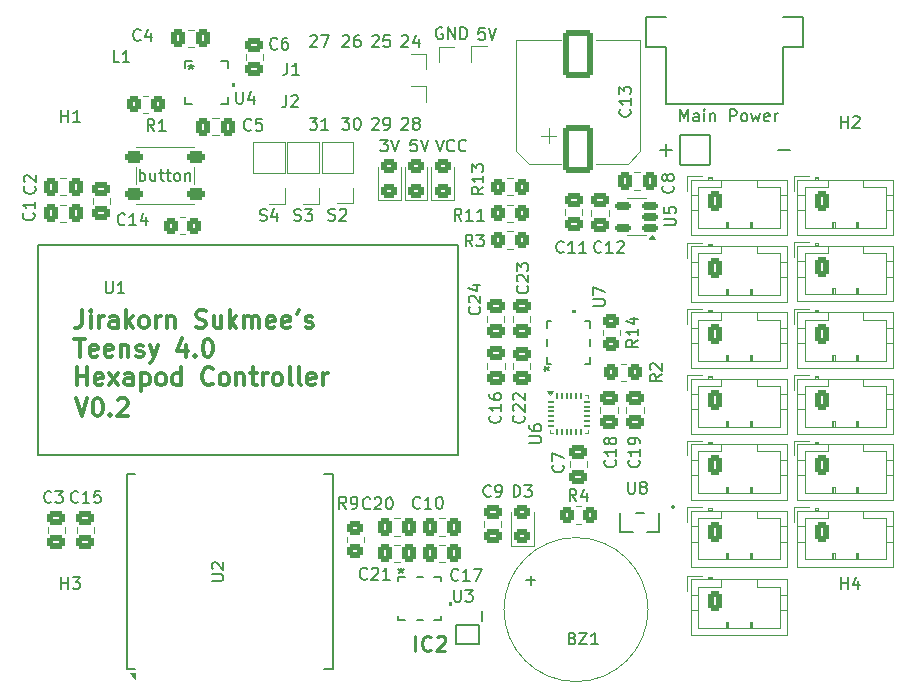
<source format=gbr>
%TF.GenerationSoftware,KiCad,Pcbnew,8.0.8*%
%TF.CreationDate,2025-01-26T18:13:46+07:00*%
%TF.ProjectId,Teensy4.0,5465656e-7379-4342-9e30-2e6b69636164,rev?*%
%TF.SameCoordinates,Original*%
%TF.FileFunction,Legend,Top*%
%TF.FilePolarity,Positive*%
%FSLAX46Y46*%
G04 Gerber Fmt 4.6, Leading zero omitted, Abs format (unit mm)*
G04 Created by KiCad (PCBNEW 8.0.8) date 2025-01-26 18:13:46*
%MOMM*%
%LPD*%
G01*
G04 APERTURE LIST*
G04 Aperture macros list*
%AMRoundRect*
0 Rectangle with rounded corners*
0 $1 Rounding radius*
0 $2 $3 $4 $5 $6 $7 $8 $9 X,Y pos of 4 corners*
0 Add a 4 corners polygon primitive as box body*
4,1,4,$2,$3,$4,$5,$6,$7,$8,$9,$2,$3,0*
0 Add four circle primitives for the rounded corners*
1,1,$1+$1,$2,$3*
1,1,$1+$1,$4,$5*
1,1,$1+$1,$6,$7*
1,1,$1+$1,$8,$9*
0 Add four rect primitives between the rounded corners*
20,1,$1+$1,$2,$3,$4,$5,0*
20,1,$1+$1,$4,$5,$6,$7,0*
20,1,$1+$1,$6,$7,$8,$9,0*
20,1,$1+$1,$8,$9,$2,$3,0*%
G04 Aperture macros list end*
%ADD10C,0.150000*%
%ADD11C,0.300000*%
%ADD12C,0.254000*%
%ADD13C,0.200000*%
%ADD14C,0.120000*%
%ADD15C,0.152400*%
%ADD16C,0.000000*%
%ADD17C,0.127000*%
%ADD18R,0.300000X0.850000*%
%ADD19RoundRect,0.250000X-0.350000X-0.625000X0.350000X-0.625000X0.350000X0.625000X-0.350000X0.625000X0*%
%ADD20O,1.200000X1.750000*%
%ADD21R,2.000000X2.000000*%
%ADD22C,2.000000*%
%ADD23C,3.200000*%
%ADD24RoundRect,0.250000X0.475000X-0.337500X0.475000X0.337500X-0.475000X0.337500X-0.475000X-0.337500X0*%
%ADD25R,1.700000X1.700000*%
%ADD26O,1.700000X1.700000*%
%ADD27RoundRect,0.250000X-0.475000X0.337500X-0.475000X-0.337500X0.475000X-0.337500X0.475000X0.337500X0*%
%ADD28RoundRect,0.250000X0.350000X0.450000X-0.350000X0.450000X-0.350000X-0.450000X0.350000X-0.450000X0*%
%ADD29RoundRect,0.250000X0.450000X-0.325000X0.450000X0.325000X-0.450000X0.325000X-0.450000X-0.325000X0*%
%ADD30RoundRect,0.250000X-0.350000X-0.450000X0.350000X-0.450000X0.350000X0.450000X-0.350000X0.450000X0*%
%ADD31RoundRect,0.250000X-0.337500X-0.475000X0.337500X-0.475000X0.337500X0.475000X-0.337500X0.475000X0*%
%ADD32RoundRect,0.250000X0.337500X0.475000X-0.337500X0.475000X-0.337500X-0.475000X0.337500X-0.475000X0*%
%ADD33RoundRect,0.050000X-0.225000X-0.050000X0.225000X-0.050000X0.225000X0.050000X-0.225000X0.050000X0*%
%ADD34RoundRect,0.050000X0.050000X-0.225000X0.050000X0.225000X-0.050000X0.225000X-0.050000X-0.225000X0*%
%ADD35RoundRect,0.250000X1.000000X-1.750000X1.000000X1.750000X-1.000000X1.750000X-1.000000X-1.750000X0*%
%ADD36R,0.280000X0.850000*%
%ADD37R,0.850000X0.280000*%
%ADD38RoundRect,0.250000X0.450000X-0.350000X0.450000X0.350000X-0.450000X0.350000X-0.450000X-0.350000X0*%
%ADD39R,1.500000X2.000000*%
%ADD40R,2.260600X1.498600*%
%ADD41C,1.600000*%
%ADD42RoundRect,0.250000X-0.450000X0.350000X-0.450000X-0.350000X0.450000X-0.350000X0.450000X0.350000X0*%
%ADD43RoundRect,0.250000X0.525000X0.250000X-0.525000X0.250000X-0.525000X-0.250000X0.525000X-0.250000X0*%
%ADD44RoundRect,0.150000X0.512500X0.150000X-0.512500X0.150000X-0.512500X-0.150000X0.512500X-0.150000X0*%
%ADD45C,2.754000*%
%ADD46RoundRect,0.102000X-1.275000X-1.275000X1.275000X-1.275000X1.275000X1.275000X-1.275000X1.275000X0*%
%ADD47C,1.712000*%
%ADD48R,0.558800X1.422400*%
G04 APERTURE END LIST*
D10*
X137039160Y-71465057D02*
X137086779Y-71417438D01*
X137086779Y-71417438D02*
X137182017Y-71369819D01*
X137182017Y-71369819D02*
X137420112Y-71369819D01*
X137420112Y-71369819D02*
X137515350Y-71417438D01*
X137515350Y-71417438D02*
X137562969Y-71465057D01*
X137562969Y-71465057D02*
X137610588Y-71560295D01*
X137610588Y-71560295D02*
X137610588Y-71655533D01*
X137610588Y-71655533D02*
X137562969Y-71798390D01*
X137562969Y-71798390D02*
X136991541Y-72369819D01*
X136991541Y-72369819D02*
X137610588Y-72369819D01*
X138467731Y-71703152D02*
X138467731Y-72369819D01*
X138229636Y-71322200D02*
X137991541Y-72036485D01*
X137991541Y-72036485D02*
X138610588Y-72036485D01*
X134539160Y-78465057D02*
X134586779Y-78417438D01*
X134586779Y-78417438D02*
X134682017Y-78369819D01*
X134682017Y-78369819D02*
X134920112Y-78369819D01*
X134920112Y-78369819D02*
X135015350Y-78417438D01*
X135015350Y-78417438D02*
X135062969Y-78465057D01*
X135062969Y-78465057D02*
X135110588Y-78560295D01*
X135110588Y-78560295D02*
X135110588Y-78655533D01*
X135110588Y-78655533D02*
X135062969Y-78798390D01*
X135062969Y-78798390D02*
X134491541Y-79369819D01*
X134491541Y-79369819D02*
X135110588Y-79369819D01*
X135586779Y-79369819D02*
X135777255Y-79369819D01*
X135777255Y-79369819D02*
X135872493Y-79322200D01*
X135872493Y-79322200D02*
X135920112Y-79274580D01*
X135920112Y-79274580D02*
X136015350Y-79131723D01*
X136015350Y-79131723D02*
X136062969Y-78941247D01*
X136062969Y-78941247D02*
X136062969Y-78560295D01*
X136062969Y-78560295D02*
X136015350Y-78465057D01*
X136015350Y-78465057D02*
X135967731Y-78417438D01*
X135967731Y-78417438D02*
X135872493Y-78369819D01*
X135872493Y-78369819D02*
X135682017Y-78369819D01*
X135682017Y-78369819D02*
X135586779Y-78417438D01*
X135586779Y-78417438D02*
X135539160Y-78465057D01*
X135539160Y-78465057D02*
X135491541Y-78560295D01*
X135491541Y-78560295D02*
X135491541Y-78798390D01*
X135491541Y-78798390D02*
X135539160Y-78893628D01*
X135539160Y-78893628D02*
X135586779Y-78941247D01*
X135586779Y-78941247D02*
X135682017Y-78988866D01*
X135682017Y-78988866D02*
X135872493Y-78988866D01*
X135872493Y-78988866D02*
X135967731Y-78941247D01*
X135967731Y-78941247D02*
X136015350Y-78893628D01*
X136015350Y-78893628D02*
X136062969Y-78798390D01*
X129241541Y-78369819D02*
X129860588Y-78369819D01*
X129860588Y-78369819D02*
X129527255Y-78750771D01*
X129527255Y-78750771D02*
X129670112Y-78750771D01*
X129670112Y-78750771D02*
X129765350Y-78798390D01*
X129765350Y-78798390D02*
X129812969Y-78846009D01*
X129812969Y-78846009D02*
X129860588Y-78941247D01*
X129860588Y-78941247D02*
X129860588Y-79179342D01*
X129860588Y-79179342D02*
X129812969Y-79274580D01*
X129812969Y-79274580D02*
X129765350Y-79322200D01*
X129765350Y-79322200D02*
X129670112Y-79369819D01*
X129670112Y-79369819D02*
X129384398Y-79369819D01*
X129384398Y-79369819D02*
X129289160Y-79322200D01*
X129289160Y-79322200D02*
X129241541Y-79274580D01*
X130812969Y-79369819D02*
X130241541Y-79369819D01*
X130527255Y-79369819D02*
X130527255Y-78369819D01*
X130527255Y-78369819D02*
X130432017Y-78512676D01*
X130432017Y-78512676D02*
X130336779Y-78607914D01*
X130336779Y-78607914D02*
X130241541Y-78655533D01*
D11*
X109440225Y-102100828D02*
X109940225Y-103600828D01*
X109940225Y-103600828D02*
X110440225Y-102100828D01*
X111225939Y-102100828D02*
X111368796Y-102100828D01*
X111368796Y-102100828D02*
X111511653Y-102172257D01*
X111511653Y-102172257D02*
X111583082Y-102243685D01*
X111583082Y-102243685D02*
X111654510Y-102386542D01*
X111654510Y-102386542D02*
X111725939Y-102672257D01*
X111725939Y-102672257D02*
X111725939Y-103029400D01*
X111725939Y-103029400D02*
X111654510Y-103315114D01*
X111654510Y-103315114D02*
X111583082Y-103457971D01*
X111583082Y-103457971D02*
X111511653Y-103529400D01*
X111511653Y-103529400D02*
X111368796Y-103600828D01*
X111368796Y-103600828D02*
X111225939Y-103600828D01*
X111225939Y-103600828D02*
X111083082Y-103529400D01*
X111083082Y-103529400D02*
X111011653Y-103457971D01*
X111011653Y-103457971D02*
X110940224Y-103315114D01*
X110940224Y-103315114D02*
X110868796Y-103029400D01*
X110868796Y-103029400D02*
X110868796Y-102672257D01*
X110868796Y-102672257D02*
X110940224Y-102386542D01*
X110940224Y-102386542D02*
X111011653Y-102243685D01*
X111011653Y-102243685D02*
X111083082Y-102172257D01*
X111083082Y-102172257D02*
X111225939Y-102100828D01*
X112368795Y-103457971D02*
X112440224Y-103529400D01*
X112440224Y-103529400D02*
X112368795Y-103600828D01*
X112368795Y-103600828D02*
X112297367Y-103529400D01*
X112297367Y-103529400D02*
X112368795Y-103457971D01*
X112368795Y-103457971D02*
X112368795Y-103600828D01*
X113011653Y-102243685D02*
X113083081Y-102172257D01*
X113083081Y-102172257D02*
X113225939Y-102100828D01*
X113225939Y-102100828D02*
X113583081Y-102100828D01*
X113583081Y-102100828D02*
X113725939Y-102172257D01*
X113725939Y-102172257D02*
X113797367Y-102243685D01*
X113797367Y-102243685D02*
X113868796Y-102386542D01*
X113868796Y-102386542D02*
X113868796Y-102529400D01*
X113868796Y-102529400D02*
X113797367Y-102743685D01*
X113797367Y-102743685D02*
X112940224Y-103600828D01*
X112940224Y-103600828D02*
X113868796Y-103600828D01*
D10*
X132039160Y-71465057D02*
X132086779Y-71417438D01*
X132086779Y-71417438D02*
X132182017Y-71369819D01*
X132182017Y-71369819D02*
X132420112Y-71369819D01*
X132420112Y-71369819D02*
X132515350Y-71417438D01*
X132515350Y-71417438D02*
X132562969Y-71465057D01*
X132562969Y-71465057D02*
X132610588Y-71560295D01*
X132610588Y-71560295D02*
X132610588Y-71655533D01*
X132610588Y-71655533D02*
X132562969Y-71798390D01*
X132562969Y-71798390D02*
X131991541Y-72369819D01*
X131991541Y-72369819D02*
X132610588Y-72369819D01*
X133467731Y-71369819D02*
X133277255Y-71369819D01*
X133277255Y-71369819D02*
X133182017Y-71417438D01*
X133182017Y-71417438D02*
X133134398Y-71465057D01*
X133134398Y-71465057D02*
X133039160Y-71607914D01*
X133039160Y-71607914D02*
X132991541Y-71798390D01*
X132991541Y-71798390D02*
X132991541Y-72179342D01*
X132991541Y-72179342D02*
X133039160Y-72274580D01*
X133039160Y-72274580D02*
X133086779Y-72322200D01*
X133086779Y-72322200D02*
X133182017Y-72369819D01*
X133182017Y-72369819D02*
X133372493Y-72369819D01*
X133372493Y-72369819D02*
X133467731Y-72322200D01*
X133467731Y-72322200D02*
X133515350Y-72274580D01*
X133515350Y-72274580D02*
X133562969Y-72179342D01*
X133562969Y-72179342D02*
X133562969Y-71941247D01*
X133562969Y-71941247D02*
X133515350Y-71846009D01*
X133515350Y-71846009D02*
X133467731Y-71798390D01*
X133467731Y-71798390D02*
X133372493Y-71750771D01*
X133372493Y-71750771D02*
X133182017Y-71750771D01*
X133182017Y-71750771D02*
X133086779Y-71798390D01*
X133086779Y-71798390D02*
X133039160Y-71846009D01*
X133039160Y-71846009D02*
X132991541Y-71941247D01*
D11*
X109983082Y-94670996D02*
X109983082Y-95742425D01*
X109983082Y-95742425D02*
X109911653Y-95956710D01*
X109911653Y-95956710D02*
X109768796Y-96099568D01*
X109768796Y-96099568D02*
X109554510Y-96170996D01*
X109554510Y-96170996D02*
X109411653Y-96170996D01*
X110697367Y-96170996D02*
X110697367Y-95170996D01*
X110697367Y-94670996D02*
X110625939Y-94742425D01*
X110625939Y-94742425D02*
X110697367Y-94813853D01*
X110697367Y-94813853D02*
X110768796Y-94742425D01*
X110768796Y-94742425D02*
X110697367Y-94670996D01*
X110697367Y-94670996D02*
X110697367Y-94813853D01*
X111411653Y-96170996D02*
X111411653Y-95170996D01*
X111411653Y-95456710D02*
X111483082Y-95313853D01*
X111483082Y-95313853D02*
X111554511Y-95242425D01*
X111554511Y-95242425D02*
X111697368Y-95170996D01*
X111697368Y-95170996D02*
X111840225Y-95170996D01*
X112983082Y-96170996D02*
X112983082Y-95385282D01*
X112983082Y-95385282D02*
X112911653Y-95242425D01*
X112911653Y-95242425D02*
X112768796Y-95170996D01*
X112768796Y-95170996D02*
X112483082Y-95170996D01*
X112483082Y-95170996D02*
X112340224Y-95242425D01*
X112983082Y-96099568D02*
X112840224Y-96170996D01*
X112840224Y-96170996D02*
X112483082Y-96170996D01*
X112483082Y-96170996D02*
X112340224Y-96099568D01*
X112340224Y-96099568D02*
X112268796Y-95956710D01*
X112268796Y-95956710D02*
X112268796Y-95813853D01*
X112268796Y-95813853D02*
X112340224Y-95670996D01*
X112340224Y-95670996D02*
X112483082Y-95599568D01*
X112483082Y-95599568D02*
X112840224Y-95599568D01*
X112840224Y-95599568D02*
X112983082Y-95528139D01*
X113697367Y-96170996D02*
X113697367Y-94670996D01*
X113840225Y-95599568D02*
X114268796Y-96170996D01*
X114268796Y-95170996D02*
X113697367Y-95742425D01*
X115125939Y-96170996D02*
X114983082Y-96099568D01*
X114983082Y-96099568D02*
X114911653Y-96028139D01*
X114911653Y-96028139D02*
X114840225Y-95885282D01*
X114840225Y-95885282D02*
X114840225Y-95456710D01*
X114840225Y-95456710D02*
X114911653Y-95313853D01*
X114911653Y-95313853D02*
X114983082Y-95242425D01*
X114983082Y-95242425D02*
X115125939Y-95170996D01*
X115125939Y-95170996D02*
X115340225Y-95170996D01*
X115340225Y-95170996D02*
X115483082Y-95242425D01*
X115483082Y-95242425D02*
X115554511Y-95313853D01*
X115554511Y-95313853D02*
X115625939Y-95456710D01*
X115625939Y-95456710D02*
X115625939Y-95885282D01*
X115625939Y-95885282D02*
X115554511Y-96028139D01*
X115554511Y-96028139D02*
X115483082Y-96099568D01*
X115483082Y-96099568D02*
X115340225Y-96170996D01*
X115340225Y-96170996D02*
X115125939Y-96170996D01*
X116268796Y-96170996D02*
X116268796Y-95170996D01*
X116268796Y-95456710D02*
X116340225Y-95313853D01*
X116340225Y-95313853D02*
X116411654Y-95242425D01*
X116411654Y-95242425D02*
X116554511Y-95170996D01*
X116554511Y-95170996D02*
X116697368Y-95170996D01*
X117197367Y-95170996D02*
X117197367Y-96170996D01*
X117197367Y-95313853D02*
X117268796Y-95242425D01*
X117268796Y-95242425D02*
X117411653Y-95170996D01*
X117411653Y-95170996D02*
X117625939Y-95170996D01*
X117625939Y-95170996D02*
X117768796Y-95242425D01*
X117768796Y-95242425D02*
X117840225Y-95385282D01*
X117840225Y-95385282D02*
X117840225Y-96170996D01*
X119625939Y-96099568D02*
X119840225Y-96170996D01*
X119840225Y-96170996D02*
X120197367Y-96170996D01*
X120197367Y-96170996D02*
X120340225Y-96099568D01*
X120340225Y-96099568D02*
X120411653Y-96028139D01*
X120411653Y-96028139D02*
X120483082Y-95885282D01*
X120483082Y-95885282D02*
X120483082Y-95742425D01*
X120483082Y-95742425D02*
X120411653Y-95599568D01*
X120411653Y-95599568D02*
X120340225Y-95528139D01*
X120340225Y-95528139D02*
X120197367Y-95456710D01*
X120197367Y-95456710D02*
X119911653Y-95385282D01*
X119911653Y-95385282D02*
X119768796Y-95313853D01*
X119768796Y-95313853D02*
X119697367Y-95242425D01*
X119697367Y-95242425D02*
X119625939Y-95099568D01*
X119625939Y-95099568D02*
X119625939Y-94956710D01*
X119625939Y-94956710D02*
X119697367Y-94813853D01*
X119697367Y-94813853D02*
X119768796Y-94742425D01*
X119768796Y-94742425D02*
X119911653Y-94670996D01*
X119911653Y-94670996D02*
X120268796Y-94670996D01*
X120268796Y-94670996D02*
X120483082Y-94742425D01*
X121768796Y-95170996D02*
X121768796Y-96170996D01*
X121125938Y-95170996D02*
X121125938Y-95956710D01*
X121125938Y-95956710D02*
X121197367Y-96099568D01*
X121197367Y-96099568D02*
X121340224Y-96170996D01*
X121340224Y-96170996D02*
X121554510Y-96170996D01*
X121554510Y-96170996D02*
X121697367Y-96099568D01*
X121697367Y-96099568D02*
X121768796Y-96028139D01*
X122483081Y-96170996D02*
X122483081Y-94670996D01*
X122625939Y-95599568D02*
X123054510Y-96170996D01*
X123054510Y-95170996D02*
X122483081Y-95742425D01*
X123697367Y-96170996D02*
X123697367Y-95170996D01*
X123697367Y-95313853D02*
X123768796Y-95242425D01*
X123768796Y-95242425D02*
X123911653Y-95170996D01*
X123911653Y-95170996D02*
X124125939Y-95170996D01*
X124125939Y-95170996D02*
X124268796Y-95242425D01*
X124268796Y-95242425D02*
X124340225Y-95385282D01*
X124340225Y-95385282D02*
X124340225Y-96170996D01*
X124340225Y-95385282D02*
X124411653Y-95242425D01*
X124411653Y-95242425D02*
X124554510Y-95170996D01*
X124554510Y-95170996D02*
X124768796Y-95170996D01*
X124768796Y-95170996D02*
X124911653Y-95242425D01*
X124911653Y-95242425D02*
X124983082Y-95385282D01*
X124983082Y-95385282D02*
X124983082Y-96170996D01*
X126268796Y-96099568D02*
X126125939Y-96170996D01*
X126125939Y-96170996D02*
X125840225Y-96170996D01*
X125840225Y-96170996D02*
X125697367Y-96099568D01*
X125697367Y-96099568D02*
X125625939Y-95956710D01*
X125625939Y-95956710D02*
X125625939Y-95385282D01*
X125625939Y-95385282D02*
X125697367Y-95242425D01*
X125697367Y-95242425D02*
X125840225Y-95170996D01*
X125840225Y-95170996D02*
X126125939Y-95170996D01*
X126125939Y-95170996D02*
X126268796Y-95242425D01*
X126268796Y-95242425D02*
X126340225Y-95385282D01*
X126340225Y-95385282D02*
X126340225Y-95528139D01*
X126340225Y-95528139D02*
X125625939Y-95670996D01*
X127554510Y-96099568D02*
X127411653Y-96170996D01*
X127411653Y-96170996D02*
X127125939Y-96170996D01*
X127125939Y-96170996D02*
X126983081Y-96099568D01*
X126983081Y-96099568D02*
X126911653Y-95956710D01*
X126911653Y-95956710D02*
X126911653Y-95385282D01*
X126911653Y-95385282D02*
X126983081Y-95242425D01*
X126983081Y-95242425D02*
X127125939Y-95170996D01*
X127125939Y-95170996D02*
X127411653Y-95170996D01*
X127411653Y-95170996D02*
X127554510Y-95242425D01*
X127554510Y-95242425D02*
X127625939Y-95385282D01*
X127625939Y-95385282D02*
X127625939Y-95528139D01*
X127625939Y-95528139D02*
X126911653Y-95670996D01*
X128340224Y-94670996D02*
X128197367Y-94956710D01*
X128911653Y-96099568D02*
X129054510Y-96170996D01*
X129054510Y-96170996D02*
X129340224Y-96170996D01*
X129340224Y-96170996D02*
X129483081Y-96099568D01*
X129483081Y-96099568D02*
X129554510Y-95956710D01*
X129554510Y-95956710D02*
X129554510Y-95885282D01*
X129554510Y-95885282D02*
X129483081Y-95742425D01*
X129483081Y-95742425D02*
X129340224Y-95670996D01*
X129340224Y-95670996D02*
X129125939Y-95670996D01*
X129125939Y-95670996D02*
X128983081Y-95599568D01*
X128983081Y-95599568D02*
X128911653Y-95456710D01*
X128911653Y-95456710D02*
X128911653Y-95385282D01*
X128911653Y-95385282D02*
X128983081Y-95242425D01*
X128983081Y-95242425D02*
X129125939Y-95170996D01*
X129125939Y-95170996D02*
X129340224Y-95170996D01*
X129340224Y-95170996D02*
X129483081Y-95242425D01*
X109340225Y-97085912D02*
X110197368Y-97085912D01*
X109768796Y-98585912D02*
X109768796Y-97085912D01*
X111268796Y-98514484D02*
X111125939Y-98585912D01*
X111125939Y-98585912D02*
X110840225Y-98585912D01*
X110840225Y-98585912D02*
X110697367Y-98514484D01*
X110697367Y-98514484D02*
X110625939Y-98371626D01*
X110625939Y-98371626D02*
X110625939Y-97800198D01*
X110625939Y-97800198D02*
X110697367Y-97657341D01*
X110697367Y-97657341D02*
X110840225Y-97585912D01*
X110840225Y-97585912D02*
X111125939Y-97585912D01*
X111125939Y-97585912D02*
X111268796Y-97657341D01*
X111268796Y-97657341D02*
X111340225Y-97800198D01*
X111340225Y-97800198D02*
X111340225Y-97943055D01*
X111340225Y-97943055D02*
X110625939Y-98085912D01*
X112554510Y-98514484D02*
X112411653Y-98585912D01*
X112411653Y-98585912D02*
X112125939Y-98585912D01*
X112125939Y-98585912D02*
X111983081Y-98514484D01*
X111983081Y-98514484D02*
X111911653Y-98371626D01*
X111911653Y-98371626D02*
X111911653Y-97800198D01*
X111911653Y-97800198D02*
X111983081Y-97657341D01*
X111983081Y-97657341D02*
X112125939Y-97585912D01*
X112125939Y-97585912D02*
X112411653Y-97585912D01*
X112411653Y-97585912D02*
X112554510Y-97657341D01*
X112554510Y-97657341D02*
X112625939Y-97800198D01*
X112625939Y-97800198D02*
X112625939Y-97943055D01*
X112625939Y-97943055D02*
X111911653Y-98085912D01*
X113268795Y-97585912D02*
X113268795Y-98585912D01*
X113268795Y-97728769D02*
X113340224Y-97657341D01*
X113340224Y-97657341D02*
X113483081Y-97585912D01*
X113483081Y-97585912D02*
X113697367Y-97585912D01*
X113697367Y-97585912D02*
X113840224Y-97657341D01*
X113840224Y-97657341D02*
X113911653Y-97800198D01*
X113911653Y-97800198D02*
X113911653Y-98585912D01*
X114554510Y-98514484D02*
X114697367Y-98585912D01*
X114697367Y-98585912D02*
X114983081Y-98585912D01*
X114983081Y-98585912D02*
X115125938Y-98514484D01*
X115125938Y-98514484D02*
X115197367Y-98371626D01*
X115197367Y-98371626D02*
X115197367Y-98300198D01*
X115197367Y-98300198D02*
X115125938Y-98157341D01*
X115125938Y-98157341D02*
X114983081Y-98085912D01*
X114983081Y-98085912D02*
X114768796Y-98085912D01*
X114768796Y-98085912D02*
X114625938Y-98014484D01*
X114625938Y-98014484D02*
X114554510Y-97871626D01*
X114554510Y-97871626D02*
X114554510Y-97800198D01*
X114554510Y-97800198D02*
X114625938Y-97657341D01*
X114625938Y-97657341D02*
X114768796Y-97585912D01*
X114768796Y-97585912D02*
X114983081Y-97585912D01*
X114983081Y-97585912D02*
X115125938Y-97657341D01*
X115697367Y-97585912D02*
X116054510Y-98585912D01*
X116411653Y-97585912D02*
X116054510Y-98585912D01*
X116054510Y-98585912D02*
X115911653Y-98943055D01*
X115911653Y-98943055D02*
X115840224Y-99014484D01*
X115840224Y-99014484D02*
X115697367Y-99085912D01*
X118768796Y-97585912D02*
X118768796Y-98585912D01*
X118411653Y-97014484D02*
X118054510Y-98085912D01*
X118054510Y-98085912D02*
X118983081Y-98085912D01*
X119554509Y-98443055D02*
X119625938Y-98514484D01*
X119625938Y-98514484D02*
X119554509Y-98585912D01*
X119554509Y-98585912D02*
X119483081Y-98514484D01*
X119483081Y-98514484D02*
X119554509Y-98443055D01*
X119554509Y-98443055D02*
X119554509Y-98585912D01*
X120554510Y-97085912D02*
X120697367Y-97085912D01*
X120697367Y-97085912D02*
X120840224Y-97157341D01*
X120840224Y-97157341D02*
X120911653Y-97228769D01*
X120911653Y-97228769D02*
X120983081Y-97371626D01*
X120983081Y-97371626D02*
X121054510Y-97657341D01*
X121054510Y-97657341D02*
X121054510Y-98014484D01*
X121054510Y-98014484D02*
X120983081Y-98300198D01*
X120983081Y-98300198D02*
X120911653Y-98443055D01*
X120911653Y-98443055D02*
X120840224Y-98514484D01*
X120840224Y-98514484D02*
X120697367Y-98585912D01*
X120697367Y-98585912D02*
X120554510Y-98585912D01*
X120554510Y-98585912D02*
X120411653Y-98514484D01*
X120411653Y-98514484D02*
X120340224Y-98443055D01*
X120340224Y-98443055D02*
X120268795Y-98300198D01*
X120268795Y-98300198D02*
X120197367Y-98014484D01*
X120197367Y-98014484D02*
X120197367Y-97657341D01*
X120197367Y-97657341D02*
X120268795Y-97371626D01*
X120268795Y-97371626D02*
X120340224Y-97228769D01*
X120340224Y-97228769D02*
X120411653Y-97157341D01*
X120411653Y-97157341D02*
X120554510Y-97085912D01*
X109554510Y-101000828D02*
X109554510Y-99500828D01*
X109554510Y-100215114D02*
X110411653Y-100215114D01*
X110411653Y-101000828D02*
X110411653Y-99500828D01*
X111697368Y-100929400D02*
X111554511Y-101000828D01*
X111554511Y-101000828D02*
X111268797Y-101000828D01*
X111268797Y-101000828D02*
X111125939Y-100929400D01*
X111125939Y-100929400D02*
X111054511Y-100786542D01*
X111054511Y-100786542D02*
X111054511Y-100215114D01*
X111054511Y-100215114D02*
X111125939Y-100072257D01*
X111125939Y-100072257D02*
X111268797Y-100000828D01*
X111268797Y-100000828D02*
X111554511Y-100000828D01*
X111554511Y-100000828D02*
X111697368Y-100072257D01*
X111697368Y-100072257D02*
X111768797Y-100215114D01*
X111768797Y-100215114D02*
X111768797Y-100357971D01*
X111768797Y-100357971D02*
X111054511Y-100500828D01*
X112268796Y-101000828D02*
X113054511Y-100000828D01*
X112268796Y-100000828D02*
X113054511Y-101000828D01*
X114268797Y-101000828D02*
X114268797Y-100215114D01*
X114268797Y-100215114D02*
X114197368Y-100072257D01*
X114197368Y-100072257D02*
X114054511Y-100000828D01*
X114054511Y-100000828D02*
X113768797Y-100000828D01*
X113768797Y-100000828D02*
X113625939Y-100072257D01*
X114268797Y-100929400D02*
X114125939Y-101000828D01*
X114125939Y-101000828D02*
X113768797Y-101000828D01*
X113768797Y-101000828D02*
X113625939Y-100929400D01*
X113625939Y-100929400D02*
X113554511Y-100786542D01*
X113554511Y-100786542D02*
X113554511Y-100643685D01*
X113554511Y-100643685D02*
X113625939Y-100500828D01*
X113625939Y-100500828D02*
X113768797Y-100429400D01*
X113768797Y-100429400D02*
X114125939Y-100429400D01*
X114125939Y-100429400D02*
X114268797Y-100357971D01*
X114983082Y-100000828D02*
X114983082Y-101500828D01*
X114983082Y-100072257D02*
X115125940Y-100000828D01*
X115125940Y-100000828D02*
X115411654Y-100000828D01*
X115411654Y-100000828D02*
X115554511Y-100072257D01*
X115554511Y-100072257D02*
X115625940Y-100143685D01*
X115625940Y-100143685D02*
X115697368Y-100286542D01*
X115697368Y-100286542D02*
X115697368Y-100715114D01*
X115697368Y-100715114D02*
X115625940Y-100857971D01*
X115625940Y-100857971D02*
X115554511Y-100929400D01*
X115554511Y-100929400D02*
X115411654Y-101000828D01*
X115411654Y-101000828D02*
X115125940Y-101000828D01*
X115125940Y-101000828D02*
X114983082Y-100929400D01*
X116554511Y-101000828D02*
X116411654Y-100929400D01*
X116411654Y-100929400D02*
X116340225Y-100857971D01*
X116340225Y-100857971D02*
X116268797Y-100715114D01*
X116268797Y-100715114D02*
X116268797Y-100286542D01*
X116268797Y-100286542D02*
X116340225Y-100143685D01*
X116340225Y-100143685D02*
X116411654Y-100072257D01*
X116411654Y-100072257D02*
X116554511Y-100000828D01*
X116554511Y-100000828D02*
X116768797Y-100000828D01*
X116768797Y-100000828D02*
X116911654Y-100072257D01*
X116911654Y-100072257D02*
X116983083Y-100143685D01*
X116983083Y-100143685D02*
X117054511Y-100286542D01*
X117054511Y-100286542D02*
X117054511Y-100715114D01*
X117054511Y-100715114D02*
X116983083Y-100857971D01*
X116983083Y-100857971D02*
X116911654Y-100929400D01*
X116911654Y-100929400D02*
X116768797Y-101000828D01*
X116768797Y-101000828D02*
X116554511Y-101000828D01*
X118340226Y-101000828D02*
X118340226Y-99500828D01*
X118340226Y-100929400D02*
X118197368Y-101000828D01*
X118197368Y-101000828D02*
X117911654Y-101000828D01*
X117911654Y-101000828D02*
X117768797Y-100929400D01*
X117768797Y-100929400D02*
X117697368Y-100857971D01*
X117697368Y-100857971D02*
X117625940Y-100715114D01*
X117625940Y-100715114D02*
X117625940Y-100286542D01*
X117625940Y-100286542D02*
X117697368Y-100143685D01*
X117697368Y-100143685D02*
X117768797Y-100072257D01*
X117768797Y-100072257D02*
X117911654Y-100000828D01*
X117911654Y-100000828D02*
X118197368Y-100000828D01*
X118197368Y-100000828D02*
X118340226Y-100072257D01*
X121054511Y-100857971D02*
X120983083Y-100929400D01*
X120983083Y-100929400D02*
X120768797Y-101000828D01*
X120768797Y-101000828D02*
X120625940Y-101000828D01*
X120625940Y-101000828D02*
X120411654Y-100929400D01*
X120411654Y-100929400D02*
X120268797Y-100786542D01*
X120268797Y-100786542D02*
X120197368Y-100643685D01*
X120197368Y-100643685D02*
X120125940Y-100357971D01*
X120125940Y-100357971D02*
X120125940Y-100143685D01*
X120125940Y-100143685D02*
X120197368Y-99857971D01*
X120197368Y-99857971D02*
X120268797Y-99715114D01*
X120268797Y-99715114D02*
X120411654Y-99572257D01*
X120411654Y-99572257D02*
X120625940Y-99500828D01*
X120625940Y-99500828D02*
X120768797Y-99500828D01*
X120768797Y-99500828D02*
X120983083Y-99572257D01*
X120983083Y-99572257D02*
X121054511Y-99643685D01*
X121911654Y-101000828D02*
X121768797Y-100929400D01*
X121768797Y-100929400D02*
X121697368Y-100857971D01*
X121697368Y-100857971D02*
X121625940Y-100715114D01*
X121625940Y-100715114D02*
X121625940Y-100286542D01*
X121625940Y-100286542D02*
X121697368Y-100143685D01*
X121697368Y-100143685D02*
X121768797Y-100072257D01*
X121768797Y-100072257D02*
X121911654Y-100000828D01*
X121911654Y-100000828D02*
X122125940Y-100000828D01*
X122125940Y-100000828D02*
X122268797Y-100072257D01*
X122268797Y-100072257D02*
X122340226Y-100143685D01*
X122340226Y-100143685D02*
X122411654Y-100286542D01*
X122411654Y-100286542D02*
X122411654Y-100715114D01*
X122411654Y-100715114D02*
X122340226Y-100857971D01*
X122340226Y-100857971D02*
X122268797Y-100929400D01*
X122268797Y-100929400D02*
X122125940Y-101000828D01*
X122125940Y-101000828D02*
X121911654Y-101000828D01*
X123054511Y-100000828D02*
X123054511Y-101000828D01*
X123054511Y-100143685D02*
X123125940Y-100072257D01*
X123125940Y-100072257D02*
X123268797Y-100000828D01*
X123268797Y-100000828D02*
X123483083Y-100000828D01*
X123483083Y-100000828D02*
X123625940Y-100072257D01*
X123625940Y-100072257D02*
X123697369Y-100215114D01*
X123697369Y-100215114D02*
X123697369Y-101000828D01*
X124197369Y-100000828D02*
X124768797Y-100000828D01*
X124411654Y-99500828D02*
X124411654Y-100786542D01*
X124411654Y-100786542D02*
X124483083Y-100929400D01*
X124483083Y-100929400D02*
X124625940Y-101000828D01*
X124625940Y-101000828D02*
X124768797Y-101000828D01*
X125268797Y-101000828D02*
X125268797Y-100000828D01*
X125268797Y-100286542D02*
X125340226Y-100143685D01*
X125340226Y-100143685D02*
X125411655Y-100072257D01*
X125411655Y-100072257D02*
X125554512Y-100000828D01*
X125554512Y-100000828D02*
X125697369Y-100000828D01*
X126411654Y-101000828D02*
X126268797Y-100929400D01*
X126268797Y-100929400D02*
X126197368Y-100857971D01*
X126197368Y-100857971D02*
X126125940Y-100715114D01*
X126125940Y-100715114D02*
X126125940Y-100286542D01*
X126125940Y-100286542D02*
X126197368Y-100143685D01*
X126197368Y-100143685D02*
X126268797Y-100072257D01*
X126268797Y-100072257D02*
X126411654Y-100000828D01*
X126411654Y-100000828D02*
X126625940Y-100000828D01*
X126625940Y-100000828D02*
X126768797Y-100072257D01*
X126768797Y-100072257D02*
X126840226Y-100143685D01*
X126840226Y-100143685D02*
X126911654Y-100286542D01*
X126911654Y-100286542D02*
X126911654Y-100715114D01*
X126911654Y-100715114D02*
X126840226Y-100857971D01*
X126840226Y-100857971D02*
X126768797Y-100929400D01*
X126768797Y-100929400D02*
X126625940Y-101000828D01*
X126625940Y-101000828D02*
X126411654Y-101000828D01*
X127768797Y-101000828D02*
X127625940Y-100929400D01*
X127625940Y-100929400D02*
X127554511Y-100786542D01*
X127554511Y-100786542D02*
X127554511Y-99500828D01*
X128554511Y-101000828D02*
X128411654Y-100929400D01*
X128411654Y-100929400D02*
X128340225Y-100786542D01*
X128340225Y-100786542D02*
X128340225Y-99500828D01*
X129697368Y-100929400D02*
X129554511Y-101000828D01*
X129554511Y-101000828D02*
X129268797Y-101000828D01*
X129268797Y-101000828D02*
X129125939Y-100929400D01*
X129125939Y-100929400D02*
X129054511Y-100786542D01*
X129054511Y-100786542D02*
X129054511Y-100215114D01*
X129054511Y-100215114D02*
X129125939Y-100072257D01*
X129125939Y-100072257D02*
X129268797Y-100000828D01*
X129268797Y-100000828D02*
X129554511Y-100000828D01*
X129554511Y-100000828D02*
X129697368Y-100072257D01*
X129697368Y-100072257D02*
X129768797Y-100215114D01*
X129768797Y-100215114D02*
X129768797Y-100357971D01*
X129768797Y-100357971D02*
X129054511Y-100500828D01*
X130411653Y-101000828D02*
X130411653Y-100000828D01*
X130411653Y-100286542D02*
X130483082Y-100143685D01*
X130483082Y-100143685D02*
X130554511Y-100072257D01*
X130554511Y-100072257D02*
X130697368Y-100000828D01*
X130697368Y-100000828D02*
X130840225Y-100000828D01*
D10*
X137039160Y-78465057D02*
X137086779Y-78417438D01*
X137086779Y-78417438D02*
X137182017Y-78369819D01*
X137182017Y-78369819D02*
X137420112Y-78369819D01*
X137420112Y-78369819D02*
X137515350Y-78417438D01*
X137515350Y-78417438D02*
X137562969Y-78465057D01*
X137562969Y-78465057D02*
X137610588Y-78560295D01*
X137610588Y-78560295D02*
X137610588Y-78655533D01*
X137610588Y-78655533D02*
X137562969Y-78798390D01*
X137562969Y-78798390D02*
X136991541Y-79369819D01*
X136991541Y-79369819D02*
X137610588Y-79369819D01*
X138182017Y-78798390D02*
X138086779Y-78750771D01*
X138086779Y-78750771D02*
X138039160Y-78703152D01*
X138039160Y-78703152D02*
X137991541Y-78607914D01*
X137991541Y-78607914D02*
X137991541Y-78560295D01*
X137991541Y-78560295D02*
X138039160Y-78465057D01*
X138039160Y-78465057D02*
X138086779Y-78417438D01*
X138086779Y-78417438D02*
X138182017Y-78369819D01*
X138182017Y-78369819D02*
X138372493Y-78369819D01*
X138372493Y-78369819D02*
X138467731Y-78417438D01*
X138467731Y-78417438D02*
X138515350Y-78465057D01*
X138515350Y-78465057D02*
X138562969Y-78560295D01*
X138562969Y-78560295D02*
X138562969Y-78607914D01*
X138562969Y-78607914D02*
X138515350Y-78703152D01*
X138515350Y-78703152D02*
X138467731Y-78750771D01*
X138467731Y-78750771D02*
X138372493Y-78798390D01*
X138372493Y-78798390D02*
X138182017Y-78798390D01*
X138182017Y-78798390D02*
X138086779Y-78846009D01*
X138086779Y-78846009D02*
X138039160Y-78893628D01*
X138039160Y-78893628D02*
X137991541Y-78988866D01*
X137991541Y-78988866D02*
X137991541Y-79179342D01*
X137991541Y-79179342D02*
X138039160Y-79274580D01*
X138039160Y-79274580D02*
X138086779Y-79322200D01*
X138086779Y-79322200D02*
X138182017Y-79369819D01*
X138182017Y-79369819D02*
X138372493Y-79369819D01*
X138372493Y-79369819D02*
X138467731Y-79322200D01*
X138467731Y-79322200D02*
X138515350Y-79274580D01*
X138515350Y-79274580D02*
X138562969Y-79179342D01*
X138562969Y-79179342D02*
X138562969Y-78988866D01*
X138562969Y-78988866D02*
X138515350Y-78893628D01*
X138515350Y-78893628D02*
X138467731Y-78846009D01*
X138467731Y-78846009D02*
X138372493Y-78798390D01*
X131991541Y-78369819D02*
X132610588Y-78369819D01*
X132610588Y-78369819D02*
X132277255Y-78750771D01*
X132277255Y-78750771D02*
X132420112Y-78750771D01*
X132420112Y-78750771D02*
X132515350Y-78798390D01*
X132515350Y-78798390D02*
X132562969Y-78846009D01*
X132562969Y-78846009D02*
X132610588Y-78941247D01*
X132610588Y-78941247D02*
X132610588Y-79179342D01*
X132610588Y-79179342D02*
X132562969Y-79274580D01*
X132562969Y-79274580D02*
X132515350Y-79322200D01*
X132515350Y-79322200D02*
X132420112Y-79369819D01*
X132420112Y-79369819D02*
X132134398Y-79369819D01*
X132134398Y-79369819D02*
X132039160Y-79322200D01*
X132039160Y-79322200D02*
X131991541Y-79274580D01*
X133229636Y-78369819D02*
X133324874Y-78369819D01*
X133324874Y-78369819D02*
X133420112Y-78417438D01*
X133420112Y-78417438D02*
X133467731Y-78465057D01*
X133467731Y-78465057D02*
X133515350Y-78560295D01*
X133515350Y-78560295D02*
X133562969Y-78750771D01*
X133562969Y-78750771D02*
X133562969Y-78988866D01*
X133562969Y-78988866D02*
X133515350Y-79179342D01*
X133515350Y-79179342D02*
X133467731Y-79274580D01*
X133467731Y-79274580D02*
X133420112Y-79322200D01*
X133420112Y-79322200D02*
X133324874Y-79369819D01*
X133324874Y-79369819D02*
X133229636Y-79369819D01*
X133229636Y-79369819D02*
X133134398Y-79322200D01*
X133134398Y-79322200D02*
X133086779Y-79274580D01*
X133086779Y-79274580D02*
X133039160Y-79179342D01*
X133039160Y-79179342D02*
X132991541Y-78988866D01*
X132991541Y-78988866D02*
X132991541Y-78750771D01*
X132991541Y-78750771D02*
X133039160Y-78560295D01*
X133039160Y-78560295D02*
X133086779Y-78465057D01*
X133086779Y-78465057D02*
X133134398Y-78417438D01*
X133134398Y-78417438D02*
X133229636Y-78369819D01*
X134539160Y-71465057D02*
X134586779Y-71417438D01*
X134586779Y-71417438D02*
X134682017Y-71369819D01*
X134682017Y-71369819D02*
X134920112Y-71369819D01*
X134920112Y-71369819D02*
X135015350Y-71417438D01*
X135015350Y-71417438D02*
X135062969Y-71465057D01*
X135062969Y-71465057D02*
X135110588Y-71560295D01*
X135110588Y-71560295D02*
X135110588Y-71655533D01*
X135110588Y-71655533D02*
X135062969Y-71798390D01*
X135062969Y-71798390D02*
X134491541Y-72369819D01*
X134491541Y-72369819D02*
X135110588Y-72369819D01*
X136015350Y-71369819D02*
X135539160Y-71369819D01*
X135539160Y-71369819D02*
X135491541Y-71846009D01*
X135491541Y-71846009D02*
X135539160Y-71798390D01*
X135539160Y-71798390D02*
X135634398Y-71750771D01*
X135634398Y-71750771D02*
X135872493Y-71750771D01*
X135872493Y-71750771D02*
X135967731Y-71798390D01*
X135967731Y-71798390D02*
X136015350Y-71846009D01*
X136015350Y-71846009D02*
X136062969Y-71941247D01*
X136062969Y-71941247D02*
X136062969Y-72179342D01*
X136062969Y-72179342D02*
X136015350Y-72274580D01*
X136015350Y-72274580D02*
X135967731Y-72322200D01*
X135967731Y-72322200D02*
X135872493Y-72369819D01*
X135872493Y-72369819D02*
X135634398Y-72369819D01*
X135634398Y-72369819D02*
X135539160Y-72322200D01*
X135539160Y-72322200D02*
X135491541Y-72274580D01*
X129289160Y-71465057D02*
X129336779Y-71417438D01*
X129336779Y-71417438D02*
X129432017Y-71369819D01*
X129432017Y-71369819D02*
X129670112Y-71369819D01*
X129670112Y-71369819D02*
X129765350Y-71417438D01*
X129765350Y-71417438D02*
X129812969Y-71465057D01*
X129812969Y-71465057D02*
X129860588Y-71560295D01*
X129860588Y-71560295D02*
X129860588Y-71655533D01*
X129860588Y-71655533D02*
X129812969Y-71798390D01*
X129812969Y-71798390D02*
X129241541Y-72369819D01*
X129241541Y-72369819D02*
X129860588Y-72369819D01*
X130193922Y-71369819D02*
X130860588Y-71369819D01*
X130860588Y-71369819D02*
X130432017Y-72369819D01*
D12*
X138206237Y-123510318D02*
X138206237Y-122240318D01*
X139536714Y-123389365D02*
X139476238Y-123449842D01*
X139476238Y-123449842D02*
X139294809Y-123510318D01*
X139294809Y-123510318D02*
X139173857Y-123510318D01*
X139173857Y-123510318D02*
X138992428Y-123449842D01*
X138992428Y-123449842D02*
X138871476Y-123328889D01*
X138871476Y-123328889D02*
X138810999Y-123207937D01*
X138810999Y-123207937D02*
X138750523Y-122966032D01*
X138750523Y-122966032D02*
X138750523Y-122784603D01*
X138750523Y-122784603D02*
X138810999Y-122542699D01*
X138810999Y-122542699D02*
X138871476Y-122421746D01*
X138871476Y-122421746D02*
X138992428Y-122300794D01*
X138992428Y-122300794D02*
X139173857Y-122240318D01*
X139173857Y-122240318D02*
X139294809Y-122240318D01*
X139294809Y-122240318D02*
X139476238Y-122300794D01*
X139476238Y-122300794D02*
X139536714Y-122361270D01*
X140020523Y-122361270D02*
X140080999Y-122300794D01*
X140080999Y-122300794D02*
X140201952Y-122240318D01*
X140201952Y-122240318D02*
X140504333Y-122240318D01*
X140504333Y-122240318D02*
X140625285Y-122300794D01*
X140625285Y-122300794D02*
X140685761Y-122361270D01*
X140685761Y-122361270D02*
X140746238Y-122482222D01*
X140746238Y-122482222D02*
X140746238Y-122603175D01*
X140746238Y-122603175D02*
X140685761Y-122784603D01*
X140685761Y-122784603D02*
X139960047Y-123510318D01*
X139960047Y-123510318D02*
X140746238Y-123510318D01*
D10*
X151519047Y-122431009D02*
X151661904Y-122478628D01*
X151661904Y-122478628D02*
X151709523Y-122526247D01*
X151709523Y-122526247D02*
X151757142Y-122621485D01*
X151757142Y-122621485D02*
X151757142Y-122764342D01*
X151757142Y-122764342D02*
X151709523Y-122859580D01*
X151709523Y-122859580D02*
X151661904Y-122907200D01*
X151661904Y-122907200D02*
X151566666Y-122954819D01*
X151566666Y-122954819D02*
X151185714Y-122954819D01*
X151185714Y-122954819D02*
X151185714Y-121954819D01*
X151185714Y-121954819D02*
X151519047Y-121954819D01*
X151519047Y-121954819D02*
X151614285Y-122002438D01*
X151614285Y-122002438D02*
X151661904Y-122050057D01*
X151661904Y-122050057D02*
X151709523Y-122145295D01*
X151709523Y-122145295D02*
X151709523Y-122240533D01*
X151709523Y-122240533D02*
X151661904Y-122335771D01*
X151661904Y-122335771D02*
X151614285Y-122383390D01*
X151614285Y-122383390D02*
X151519047Y-122431009D01*
X151519047Y-122431009D02*
X151185714Y-122431009D01*
X152090476Y-121954819D02*
X152757142Y-121954819D01*
X152757142Y-121954819D02*
X152090476Y-122954819D01*
X152090476Y-122954819D02*
X152757142Y-122954819D01*
X153661904Y-122954819D02*
X153090476Y-122954819D01*
X153376190Y-122954819D02*
X153376190Y-121954819D01*
X153376190Y-121954819D02*
X153280952Y-122097676D01*
X153280952Y-122097676D02*
X153185714Y-122192914D01*
X153185714Y-122192914D02*
X153090476Y-122240533D01*
X147609048Y-117533866D02*
X148370953Y-117533866D01*
X147990000Y-117914819D02*
X147990000Y-117152914D01*
X174238095Y-79204819D02*
X174238095Y-78204819D01*
X174238095Y-78681009D02*
X174809523Y-78681009D01*
X174809523Y-79204819D02*
X174809523Y-78204819D01*
X175238095Y-78300057D02*
X175285714Y-78252438D01*
X175285714Y-78252438D02*
X175380952Y-78204819D01*
X175380952Y-78204819D02*
X175619047Y-78204819D01*
X175619047Y-78204819D02*
X175714285Y-78252438D01*
X175714285Y-78252438D02*
X175761904Y-78300057D01*
X175761904Y-78300057D02*
X175809523Y-78395295D01*
X175809523Y-78395295D02*
X175809523Y-78490533D01*
X175809523Y-78490533D02*
X175761904Y-78633390D01*
X175761904Y-78633390D02*
X175190476Y-79204819D01*
X175190476Y-79204819D02*
X175809523Y-79204819D01*
X143615580Y-94368857D02*
X143663200Y-94416476D01*
X143663200Y-94416476D02*
X143710819Y-94559333D01*
X143710819Y-94559333D02*
X143710819Y-94654571D01*
X143710819Y-94654571D02*
X143663200Y-94797428D01*
X143663200Y-94797428D02*
X143567961Y-94892666D01*
X143567961Y-94892666D02*
X143472723Y-94940285D01*
X143472723Y-94940285D02*
X143282247Y-94987904D01*
X143282247Y-94987904D02*
X143139390Y-94987904D01*
X143139390Y-94987904D02*
X142948914Y-94940285D01*
X142948914Y-94940285D02*
X142853676Y-94892666D01*
X142853676Y-94892666D02*
X142758438Y-94797428D01*
X142758438Y-94797428D02*
X142710819Y-94654571D01*
X142710819Y-94654571D02*
X142710819Y-94559333D01*
X142710819Y-94559333D02*
X142758438Y-94416476D01*
X142758438Y-94416476D02*
X142806057Y-94368857D01*
X142806057Y-93987904D02*
X142758438Y-93940285D01*
X142758438Y-93940285D02*
X142710819Y-93845047D01*
X142710819Y-93845047D02*
X142710819Y-93606952D01*
X142710819Y-93606952D02*
X142758438Y-93511714D01*
X142758438Y-93511714D02*
X142806057Y-93464095D01*
X142806057Y-93464095D02*
X142901295Y-93416476D01*
X142901295Y-93416476D02*
X142996533Y-93416476D01*
X142996533Y-93416476D02*
X143139390Y-93464095D01*
X143139390Y-93464095D02*
X143710819Y-94035523D01*
X143710819Y-94035523D02*
X143710819Y-93416476D01*
X143044152Y-92559333D02*
X143710819Y-92559333D01*
X142663200Y-92797428D02*
X143377485Y-93035523D01*
X143377485Y-93035523D02*
X143377485Y-92416476D01*
X127366666Y-73704819D02*
X127366666Y-74419104D01*
X127366666Y-74419104D02*
X127319047Y-74561961D01*
X127319047Y-74561961D02*
X127223809Y-74657200D01*
X127223809Y-74657200D02*
X127080952Y-74704819D01*
X127080952Y-74704819D02*
X126985714Y-74704819D01*
X128366666Y-74704819D02*
X127795238Y-74704819D01*
X128080952Y-74704819D02*
X128080952Y-73704819D01*
X128080952Y-73704819D02*
X127985714Y-73847676D01*
X127985714Y-73847676D02*
X127890476Y-73942914D01*
X127890476Y-73942914D02*
X127795238Y-73990533D01*
X147679580Y-92590857D02*
X147727200Y-92638476D01*
X147727200Y-92638476D02*
X147774819Y-92781333D01*
X147774819Y-92781333D02*
X147774819Y-92876571D01*
X147774819Y-92876571D02*
X147727200Y-93019428D01*
X147727200Y-93019428D02*
X147631961Y-93114666D01*
X147631961Y-93114666D02*
X147536723Y-93162285D01*
X147536723Y-93162285D02*
X147346247Y-93209904D01*
X147346247Y-93209904D02*
X147203390Y-93209904D01*
X147203390Y-93209904D02*
X147012914Y-93162285D01*
X147012914Y-93162285D02*
X146917676Y-93114666D01*
X146917676Y-93114666D02*
X146822438Y-93019428D01*
X146822438Y-93019428D02*
X146774819Y-92876571D01*
X146774819Y-92876571D02*
X146774819Y-92781333D01*
X146774819Y-92781333D02*
X146822438Y-92638476D01*
X146822438Y-92638476D02*
X146870057Y-92590857D01*
X146870057Y-92209904D02*
X146822438Y-92162285D01*
X146822438Y-92162285D02*
X146774819Y-92067047D01*
X146774819Y-92067047D02*
X146774819Y-91828952D01*
X146774819Y-91828952D02*
X146822438Y-91733714D01*
X146822438Y-91733714D02*
X146870057Y-91686095D01*
X146870057Y-91686095D02*
X146965295Y-91638476D01*
X146965295Y-91638476D02*
X147060533Y-91638476D01*
X147060533Y-91638476D02*
X147203390Y-91686095D01*
X147203390Y-91686095D02*
X147774819Y-92257523D01*
X147774819Y-92257523D02*
X147774819Y-91638476D01*
X146774819Y-91305142D02*
X146774819Y-90686095D01*
X146774819Y-90686095D02*
X147155771Y-91019428D01*
X147155771Y-91019428D02*
X147155771Y-90876571D01*
X147155771Y-90876571D02*
X147203390Y-90781333D01*
X147203390Y-90781333D02*
X147251009Y-90733714D01*
X147251009Y-90733714D02*
X147346247Y-90686095D01*
X147346247Y-90686095D02*
X147584342Y-90686095D01*
X147584342Y-90686095D02*
X147679580Y-90733714D01*
X147679580Y-90733714D02*
X147727200Y-90781333D01*
X147727200Y-90781333D02*
X147774819Y-90876571D01*
X147774819Y-90876571D02*
X147774819Y-91162285D01*
X147774819Y-91162285D02*
X147727200Y-91257523D01*
X147727200Y-91257523D02*
X147679580Y-91305142D01*
X142105142Y-87068819D02*
X141771809Y-86592628D01*
X141533714Y-87068819D02*
X141533714Y-86068819D01*
X141533714Y-86068819D02*
X141914666Y-86068819D01*
X141914666Y-86068819D02*
X142009904Y-86116438D01*
X142009904Y-86116438D02*
X142057523Y-86164057D01*
X142057523Y-86164057D02*
X142105142Y-86259295D01*
X142105142Y-86259295D02*
X142105142Y-86402152D01*
X142105142Y-86402152D02*
X142057523Y-86497390D01*
X142057523Y-86497390D02*
X142009904Y-86545009D01*
X142009904Y-86545009D02*
X141914666Y-86592628D01*
X141914666Y-86592628D02*
X141533714Y-86592628D01*
X143057523Y-87068819D02*
X142486095Y-87068819D01*
X142771809Y-87068819D02*
X142771809Y-86068819D01*
X142771809Y-86068819D02*
X142676571Y-86211676D01*
X142676571Y-86211676D02*
X142581333Y-86306914D01*
X142581333Y-86306914D02*
X142486095Y-86354533D01*
X144009904Y-87068819D02*
X143438476Y-87068819D01*
X143724190Y-87068819D02*
X143724190Y-86068819D01*
X143724190Y-86068819D02*
X143628952Y-86211676D01*
X143628952Y-86211676D02*
X143533714Y-86306914D01*
X143533714Y-86306914D02*
X143438476Y-86354533D01*
X108238095Y-78704819D02*
X108238095Y-77704819D01*
X108238095Y-78181009D02*
X108809523Y-78181009D01*
X108809523Y-78704819D02*
X108809523Y-77704819D01*
X109809523Y-78704819D02*
X109238095Y-78704819D01*
X109523809Y-78704819D02*
X109523809Y-77704819D01*
X109523809Y-77704819D02*
X109428571Y-77847676D01*
X109428571Y-77847676D02*
X109333333Y-77942914D01*
X109333333Y-77942914D02*
X109238095Y-77990533D01*
X138309523Y-80204819D02*
X137833333Y-80204819D01*
X137833333Y-80204819D02*
X137785714Y-80681009D01*
X137785714Y-80681009D02*
X137833333Y-80633390D01*
X137833333Y-80633390D02*
X137928571Y-80585771D01*
X137928571Y-80585771D02*
X138166666Y-80585771D01*
X138166666Y-80585771D02*
X138261904Y-80633390D01*
X138261904Y-80633390D02*
X138309523Y-80681009D01*
X138309523Y-80681009D02*
X138357142Y-80776247D01*
X138357142Y-80776247D02*
X138357142Y-81014342D01*
X138357142Y-81014342D02*
X138309523Y-81109580D01*
X138309523Y-81109580D02*
X138261904Y-81157200D01*
X138261904Y-81157200D02*
X138166666Y-81204819D01*
X138166666Y-81204819D02*
X137928571Y-81204819D01*
X137928571Y-81204819D02*
X137833333Y-81157200D01*
X137833333Y-81157200D02*
X137785714Y-81109580D01*
X138642857Y-80204819D02*
X138976190Y-81204819D01*
X138976190Y-81204819D02*
X139309523Y-80204819D01*
X116107051Y-79479821D02*
X115773718Y-79003630D01*
X115535623Y-79479821D02*
X115535623Y-78479821D01*
X115535623Y-78479821D02*
X115916575Y-78479821D01*
X115916575Y-78479821D02*
X116011813Y-78527440D01*
X116011813Y-78527440D02*
X116059432Y-78575059D01*
X116059432Y-78575059D02*
X116107051Y-78670297D01*
X116107051Y-78670297D02*
X116107051Y-78813154D01*
X116107051Y-78813154D02*
X116059432Y-78908392D01*
X116059432Y-78908392D02*
X116011813Y-78956011D01*
X116011813Y-78956011D02*
X115916575Y-79003630D01*
X115916575Y-79003630D02*
X115535623Y-79003630D01*
X117059432Y-79479821D02*
X116488004Y-79479821D01*
X116773718Y-79479821D02*
X116773718Y-78479821D01*
X116773718Y-78479821D02*
X116678480Y-78622678D01*
X116678480Y-78622678D02*
X116583242Y-78717916D01*
X116583242Y-78717916D02*
X116488004Y-78765535D01*
X159054819Y-100091666D02*
X158578628Y-100424999D01*
X159054819Y-100663094D02*
X158054819Y-100663094D01*
X158054819Y-100663094D02*
X158054819Y-100282142D01*
X158054819Y-100282142D02*
X158102438Y-100186904D01*
X158102438Y-100186904D02*
X158150057Y-100139285D01*
X158150057Y-100139285D02*
X158245295Y-100091666D01*
X158245295Y-100091666D02*
X158388152Y-100091666D01*
X158388152Y-100091666D02*
X158483390Y-100139285D01*
X158483390Y-100139285D02*
X158531009Y-100186904D01*
X158531009Y-100186904D02*
X158578628Y-100282142D01*
X158578628Y-100282142D02*
X158578628Y-100663094D01*
X158150057Y-99710713D02*
X158102438Y-99663094D01*
X158102438Y-99663094D02*
X158054819Y-99567856D01*
X158054819Y-99567856D02*
X158054819Y-99329761D01*
X158054819Y-99329761D02*
X158102438Y-99234523D01*
X158102438Y-99234523D02*
X158150057Y-99186904D01*
X158150057Y-99186904D02*
X158245295Y-99139285D01*
X158245295Y-99139285D02*
X158340533Y-99139285D01*
X158340533Y-99139285D02*
X158483390Y-99186904D01*
X158483390Y-99186904D02*
X159054819Y-99758332D01*
X159054819Y-99758332D02*
X159054819Y-99139285D01*
X141851142Y-117453580D02*
X141803523Y-117501200D01*
X141803523Y-117501200D02*
X141660666Y-117548819D01*
X141660666Y-117548819D02*
X141565428Y-117548819D01*
X141565428Y-117548819D02*
X141422571Y-117501200D01*
X141422571Y-117501200D02*
X141327333Y-117405961D01*
X141327333Y-117405961D02*
X141279714Y-117310723D01*
X141279714Y-117310723D02*
X141232095Y-117120247D01*
X141232095Y-117120247D02*
X141232095Y-116977390D01*
X141232095Y-116977390D02*
X141279714Y-116786914D01*
X141279714Y-116786914D02*
X141327333Y-116691676D01*
X141327333Y-116691676D02*
X141422571Y-116596438D01*
X141422571Y-116596438D02*
X141565428Y-116548819D01*
X141565428Y-116548819D02*
X141660666Y-116548819D01*
X141660666Y-116548819D02*
X141803523Y-116596438D01*
X141803523Y-116596438D02*
X141851142Y-116644057D01*
X142803523Y-117548819D02*
X142232095Y-117548819D01*
X142517809Y-117548819D02*
X142517809Y-116548819D01*
X142517809Y-116548819D02*
X142422571Y-116691676D01*
X142422571Y-116691676D02*
X142327333Y-116786914D01*
X142327333Y-116786914D02*
X142232095Y-116834533D01*
X143136857Y-116548819D02*
X143803523Y-116548819D01*
X143803523Y-116548819D02*
X143374952Y-117548819D01*
X105959580Y-84166666D02*
X106007200Y-84214285D01*
X106007200Y-84214285D02*
X106054819Y-84357142D01*
X106054819Y-84357142D02*
X106054819Y-84452380D01*
X106054819Y-84452380D02*
X106007200Y-84595237D01*
X106007200Y-84595237D02*
X105911961Y-84690475D01*
X105911961Y-84690475D02*
X105816723Y-84738094D01*
X105816723Y-84738094D02*
X105626247Y-84785713D01*
X105626247Y-84785713D02*
X105483390Y-84785713D01*
X105483390Y-84785713D02*
X105292914Y-84738094D01*
X105292914Y-84738094D02*
X105197676Y-84690475D01*
X105197676Y-84690475D02*
X105102438Y-84595237D01*
X105102438Y-84595237D02*
X105054819Y-84452380D01*
X105054819Y-84452380D02*
X105054819Y-84357142D01*
X105054819Y-84357142D02*
X105102438Y-84214285D01*
X105102438Y-84214285D02*
X105150057Y-84166666D01*
X105150057Y-83785713D02*
X105102438Y-83738094D01*
X105102438Y-83738094D02*
X105054819Y-83642856D01*
X105054819Y-83642856D02*
X105054819Y-83404761D01*
X105054819Y-83404761D02*
X105102438Y-83309523D01*
X105102438Y-83309523D02*
X105150057Y-83261904D01*
X105150057Y-83261904D02*
X105245295Y-83214285D01*
X105245295Y-83214285D02*
X105340533Y-83214285D01*
X105340533Y-83214285D02*
X105483390Y-83261904D01*
X105483390Y-83261904D02*
X106054819Y-83833332D01*
X106054819Y-83833332D02*
X106054819Y-83214285D01*
X147854819Y-105886904D02*
X148664342Y-105886904D01*
X148664342Y-105886904D02*
X148759580Y-105839285D01*
X148759580Y-105839285D02*
X148807200Y-105791666D01*
X148807200Y-105791666D02*
X148854819Y-105696428D01*
X148854819Y-105696428D02*
X148854819Y-105505952D01*
X148854819Y-105505952D02*
X148807200Y-105410714D01*
X148807200Y-105410714D02*
X148759580Y-105363095D01*
X148759580Y-105363095D02*
X148664342Y-105315476D01*
X148664342Y-105315476D02*
X147854819Y-105315476D01*
X147854819Y-104410714D02*
X147854819Y-104601190D01*
X147854819Y-104601190D02*
X147902438Y-104696428D01*
X147902438Y-104696428D02*
X147950057Y-104744047D01*
X147950057Y-104744047D02*
X148092914Y-104839285D01*
X148092914Y-104839285D02*
X148283390Y-104886904D01*
X148283390Y-104886904D02*
X148664342Y-104886904D01*
X148664342Y-104886904D02*
X148759580Y-104839285D01*
X148759580Y-104839285D02*
X148807200Y-104791666D01*
X148807200Y-104791666D02*
X148854819Y-104696428D01*
X148854819Y-104696428D02*
X148854819Y-104505952D01*
X148854819Y-104505952D02*
X148807200Y-104410714D01*
X148807200Y-104410714D02*
X148759580Y-104363095D01*
X148759580Y-104363095D02*
X148664342Y-104315476D01*
X148664342Y-104315476D02*
X148426247Y-104315476D01*
X148426247Y-104315476D02*
X148331009Y-104363095D01*
X148331009Y-104363095D02*
X148283390Y-104410714D01*
X148283390Y-104410714D02*
X148235771Y-104505952D01*
X148235771Y-104505952D02*
X148235771Y-104696428D01*
X148235771Y-104696428D02*
X148283390Y-104791666D01*
X148283390Y-104791666D02*
X148331009Y-104839285D01*
X148331009Y-104839285D02*
X148426247Y-104886904D01*
X143964819Y-84208857D02*
X143488628Y-84542190D01*
X143964819Y-84780285D02*
X142964819Y-84780285D01*
X142964819Y-84780285D02*
X142964819Y-84399333D01*
X142964819Y-84399333D02*
X143012438Y-84304095D01*
X143012438Y-84304095D02*
X143060057Y-84256476D01*
X143060057Y-84256476D02*
X143155295Y-84208857D01*
X143155295Y-84208857D02*
X143298152Y-84208857D01*
X143298152Y-84208857D02*
X143393390Y-84256476D01*
X143393390Y-84256476D02*
X143441009Y-84304095D01*
X143441009Y-84304095D02*
X143488628Y-84399333D01*
X143488628Y-84399333D02*
X143488628Y-84780285D01*
X143964819Y-83256476D02*
X143964819Y-83827904D01*
X143964819Y-83542190D02*
X142964819Y-83542190D01*
X142964819Y-83542190D02*
X143107676Y-83637428D01*
X143107676Y-83637428D02*
X143202914Y-83732666D01*
X143202914Y-83732666D02*
X143250533Y-83827904D01*
X142964819Y-82923142D02*
X142964819Y-82304095D01*
X142964819Y-82304095D02*
X143345771Y-82637428D01*
X143345771Y-82637428D02*
X143345771Y-82494571D01*
X143345771Y-82494571D02*
X143393390Y-82399333D01*
X143393390Y-82399333D02*
X143441009Y-82351714D01*
X143441009Y-82351714D02*
X143536247Y-82304095D01*
X143536247Y-82304095D02*
X143774342Y-82304095D01*
X143774342Y-82304095D02*
X143869580Y-82351714D01*
X143869580Y-82351714D02*
X143917200Y-82399333D01*
X143917200Y-82399333D02*
X143964819Y-82494571D01*
X143964819Y-82494571D02*
X143964819Y-82780285D01*
X143964819Y-82780285D02*
X143917200Y-82875523D01*
X143917200Y-82875523D02*
X143869580Y-82923142D01*
X134119642Y-117359580D02*
X134072023Y-117407200D01*
X134072023Y-117407200D02*
X133929166Y-117454819D01*
X133929166Y-117454819D02*
X133833928Y-117454819D01*
X133833928Y-117454819D02*
X133691071Y-117407200D01*
X133691071Y-117407200D02*
X133595833Y-117311961D01*
X133595833Y-117311961D02*
X133548214Y-117216723D01*
X133548214Y-117216723D02*
X133500595Y-117026247D01*
X133500595Y-117026247D02*
X133500595Y-116883390D01*
X133500595Y-116883390D02*
X133548214Y-116692914D01*
X133548214Y-116692914D02*
X133595833Y-116597676D01*
X133595833Y-116597676D02*
X133691071Y-116502438D01*
X133691071Y-116502438D02*
X133833928Y-116454819D01*
X133833928Y-116454819D02*
X133929166Y-116454819D01*
X133929166Y-116454819D02*
X134072023Y-116502438D01*
X134072023Y-116502438D02*
X134119642Y-116550057D01*
X134500595Y-116550057D02*
X134548214Y-116502438D01*
X134548214Y-116502438D02*
X134643452Y-116454819D01*
X134643452Y-116454819D02*
X134881547Y-116454819D01*
X134881547Y-116454819D02*
X134976785Y-116502438D01*
X134976785Y-116502438D02*
X135024404Y-116550057D01*
X135024404Y-116550057D02*
X135072023Y-116645295D01*
X135072023Y-116645295D02*
X135072023Y-116740533D01*
X135072023Y-116740533D02*
X135024404Y-116883390D01*
X135024404Y-116883390D02*
X134452976Y-117454819D01*
X134452976Y-117454819D02*
X135072023Y-117454819D01*
X136024404Y-117454819D02*
X135452976Y-117454819D01*
X135738690Y-117454819D02*
X135738690Y-116454819D01*
X135738690Y-116454819D02*
X135643452Y-116597676D01*
X135643452Y-116597676D02*
X135548214Y-116692914D01*
X135548214Y-116692914D02*
X135452976Y-116740533D01*
X155107580Y-107342857D02*
X155155200Y-107390476D01*
X155155200Y-107390476D02*
X155202819Y-107533333D01*
X155202819Y-107533333D02*
X155202819Y-107628571D01*
X155202819Y-107628571D02*
X155155200Y-107771428D01*
X155155200Y-107771428D02*
X155059961Y-107866666D01*
X155059961Y-107866666D02*
X154964723Y-107914285D01*
X154964723Y-107914285D02*
X154774247Y-107961904D01*
X154774247Y-107961904D02*
X154631390Y-107961904D01*
X154631390Y-107961904D02*
X154440914Y-107914285D01*
X154440914Y-107914285D02*
X154345676Y-107866666D01*
X154345676Y-107866666D02*
X154250438Y-107771428D01*
X154250438Y-107771428D02*
X154202819Y-107628571D01*
X154202819Y-107628571D02*
X154202819Y-107533333D01*
X154202819Y-107533333D02*
X154250438Y-107390476D01*
X154250438Y-107390476D02*
X154298057Y-107342857D01*
X155202819Y-106390476D02*
X155202819Y-106961904D01*
X155202819Y-106676190D02*
X154202819Y-106676190D01*
X154202819Y-106676190D02*
X154345676Y-106771428D01*
X154345676Y-106771428D02*
X154440914Y-106866666D01*
X154440914Y-106866666D02*
X154488533Y-106961904D01*
X154631390Y-105819047D02*
X154583771Y-105914285D01*
X154583771Y-105914285D02*
X154536152Y-105961904D01*
X154536152Y-105961904D02*
X154440914Y-106009523D01*
X154440914Y-106009523D02*
X154393295Y-106009523D01*
X154393295Y-106009523D02*
X154298057Y-105961904D01*
X154298057Y-105961904D02*
X154250438Y-105914285D01*
X154250438Y-105914285D02*
X154202819Y-105819047D01*
X154202819Y-105819047D02*
X154202819Y-105628571D01*
X154202819Y-105628571D02*
X154250438Y-105533333D01*
X154250438Y-105533333D02*
X154298057Y-105485714D01*
X154298057Y-105485714D02*
X154393295Y-105438095D01*
X154393295Y-105438095D02*
X154440914Y-105438095D01*
X154440914Y-105438095D02*
X154536152Y-105485714D01*
X154536152Y-105485714D02*
X154583771Y-105533333D01*
X154583771Y-105533333D02*
X154631390Y-105628571D01*
X154631390Y-105628571D02*
X154631390Y-105819047D01*
X154631390Y-105819047D02*
X154679009Y-105914285D01*
X154679009Y-105914285D02*
X154726628Y-105961904D01*
X154726628Y-105961904D02*
X154821866Y-106009523D01*
X154821866Y-106009523D02*
X155012342Y-106009523D01*
X155012342Y-106009523D02*
X155107580Y-105961904D01*
X155107580Y-105961904D02*
X155155200Y-105914285D01*
X155155200Y-105914285D02*
X155202819Y-105819047D01*
X155202819Y-105819047D02*
X155202819Y-105628571D01*
X155202819Y-105628571D02*
X155155200Y-105533333D01*
X155155200Y-105533333D02*
X155107580Y-105485714D01*
X155107580Y-105485714D02*
X155012342Y-105438095D01*
X155012342Y-105438095D02*
X154821866Y-105438095D01*
X154821866Y-105438095D02*
X154726628Y-105485714D01*
X154726628Y-105485714D02*
X154679009Y-105533333D01*
X154679009Y-105533333D02*
X154631390Y-105628571D01*
X113607142Y-87359580D02*
X113559523Y-87407200D01*
X113559523Y-87407200D02*
X113416666Y-87454819D01*
X113416666Y-87454819D02*
X113321428Y-87454819D01*
X113321428Y-87454819D02*
X113178571Y-87407200D01*
X113178571Y-87407200D02*
X113083333Y-87311961D01*
X113083333Y-87311961D02*
X113035714Y-87216723D01*
X113035714Y-87216723D02*
X112988095Y-87026247D01*
X112988095Y-87026247D02*
X112988095Y-86883390D01*
X112988095Y-86883390D02*
X113035714Y-86692914D01*
X113035714Y-86692914D02*
X113083333Y-86597676D01*
X113083333Y-86597676D02*
X113178571Y-86502438D01*
X113178571Y-86502438D02*
X113321428Y-86454819D01*
X113321428Y-86454819D02*
X113416666Y-86454819D01*
X113416666Y-86454819D02*
X113559523Y-86502438D01*
X113559523Y-86502438D02*
X113607142Y-86550057D01*
X114559523Y-87454819D02*
X113988095Y-87454819D01*
X114273809Y-87454819D02*
X114273809Y-86454819D01*
X114273809Y-86454819D02*
X114178571Y-86597676D01*
X114178571Y-86597676D02*
X114083333Y-86692914D01*
X114083333Y-86692914D02*
X113988095Y-86740533D01*
X115416666Y-86788152D02*
X115416666Y-87454819D01*
X115178571Y-86407200D02*
X114940476Y-87121485D01*
X114940476Y-87121485D02*
X115559523Y-87121485D01*
X156359580Y-77642857D02*
X156407200Y-77690476D01*
X156407200Y-77690476D02*
X156454819Y-77833333D01*
X156454819Y-77833333D02*
X156454819Y-77928571D01*
X156454819Y-77928571D02*
X156407200Y-78071428D01*
X156407200Y-78071428D02*
X156311961Y-78166666D01*
X156311961Y-78166666D02*
X156216723Y-78214285D01*
X156216723Y-78214285D02*
X156026247Y-78261904D01*
X156026247Y-78261904D02*
X155883390Y-78261904D01*
X155883390Y-78261904D02*
X155692914Y-78214285D01*
X155692914Y-78214285D02*
X155597676Y-78166666D01*
X155597676Y-78166666D02*
X155502438Y-78071428D01*
X155502438Y-78071428D02*
X155454819Y-77928571D01*
X155454819Y-77928571D02*
X155454819Y-77833333D01*
X155454819Y-77833333D02*
X155502438Y-77690476D01*
X155502438Y-77690476D02*
X155550057Y-77642857D01*
X156454819Y-76690476D02*
X156454819Y-77261904D01*
X156454819Y-76976190D02*
X155454819Y-76976190D01*
X155454819Y-76976190D02*
X155597676Y-77071428D01*
X155597676Y-77071428D02*
X155692914Y-77166666D01*
X155692914Y-77166666D02*
X155740533Y-77261904D01*
X155454819Y-76357142D02*
X155454819Y-75738095D01*
X155454819Y-75738095D02*
X155835771Y-76071428D01*
X155835771Y-76071428D02*
X155835771Y-75928571D01*
X155835771Y-75928571D02*
X155883390Y-75833333D01*
X155883390Y-75833333D02*
X155931009Y-75785714D01*
X155931009Y-75785714D02*
X156026247Y-75738095D01*
X156026247Y-75738095D02*
X156264342Y-75738095D01*
X156264342Y-75738095D02*
X156359580Y-75785714D01*
X156359580Y-75785714D02*
X156407200Y-75833333D01*
X156407200Y-75833333D02*
X156454819Y-75928571D01*
X156454819Y-75928571D02*
X156454819Y-76214285D01*
X156454819Y-76214285D02*
X156407200Y-76309523D01*
X156407200Y-76309523D02*
X156359580Y-76357142D01*
X145359580Y-103567857D02*
X145407200Y-103615476D01*
X145407200Y-103615476D02*
X145454819Y-103758333D01*
X145454819Y-103758333D02*
X145454819Y-103853571D01*
X145454819Y-103853571D02*
X145407200Y-103996428D01*
X145407200Y-103996428D02*
X145311961Y-104091666D01*
X145311961Y-104091666D02*
X145216723Y-104139285D01*
X145216723Y-104139285D02*
X145026247Y-104186904D01*
X145026247Y-104186904D02*
X144883390Y-104186904D01*
X144883390Y-104186904D02*
X144692914Y-104139285D01*
X144692914Y-104139285D02*
X144597676Y-104091666D01*
X144597676Y-104091666D02*
X144502438Y-103996428D01*
X144502438Y-103996428D02*
X144454819Y-103853571D01*
X144454819Y-103853571D02*
X144454819Y-103758333D01*
X144454819Y-103758333D02*
X144502438Y-103615476D01*
X144502438Y-103615476D02*
X144550057Y-103567857D01*
X145454819Y-102615476D02*
X145454819Y-103186904D01*
X145454819Y-102901190D02*
X144454819Y-102901190D01*
X144454819Y-102901190D02*
X144597676Y-102996428D01*
X144597676Y-102996428D02*
X144692914Y-103091666D01*
X144692914Y-103091666D02*
X144740533Y-103186904D01*
X144454819Y-101758333D02*
X144454819Y-101948809D01*
X144454819Y-101948809D02*
X144502438Y-102044047D01*
X144502438Y-102044047D02*
X144550057Y-102091666D01*
X144550057Y-102091666D02*
X144692914Y-102186904D01*
X144692914Y-102186904D02*
X144883390Y-102234523D01*
X144883390Y-102234523D02*
X145264342Y-102234523D01*
X145264342Y-102234523D02*
X145359580Y-102186904D01*
X145359580Y-102186904D02*
X145407200Y-102139285D01*
X145407200Y-102139285D02*
X145454819Y-102044047D01*
X145454819Y-102044047D02*
X145454819Y-101853571D01*
X145454819Y-101853571D02*
X145407200Y-101758333D01*
X145407200Y-101758333D02*
X145359580Y-101710714D01*
X145359580Y-101710714D02*
X145264342Y-101663095D01*
X145264342Y-101663095D02*
X145026247Y-101663095D01*
X145026247Y-101663095D02*
X144931009Y-101710714D01*
X144931009Y-101710714D02*
X144883390Y-101758333D01*
X144883390Y-101758333D02*
X144835771Y-101853571D01*
X144835771Y-101853571D02*
X144835771Y-102044047D01*
X144835771Y-102044047D02*
X144883390Y-102139285D01*
X144883390Y-102139285D02*
X144931009Y-102186904D01*
X144931009Y-102186904D02*
X145026247Y-102234523D01*
X141478095Y-118326819D02*
X141478095Y-119136342D01*
X141478095Y-119136342D02*
X141525714Y-119231580D01*
X141525714Y-119231580D02*
X141573333Y-119279200D01*
X141573333Y-119279200D02*
X141668571Y-119326819D01*
X141668571Y-119326819D02*
X141859047Y-119326819D01*
X141859047Y-119326819D02*
X141954285Y-119279200D01*
X141954285Y-119279200D02*
X142001904Y-119231580D01*
X142001904Y-119231580D02*
X142049523Y-119136342D01*
X142049523Y-119136342D02*
X142049523Y-118326819D01*
X142430476Y-118326819D02*
X143049523Y-118326819D01*
X143049523Y-118326819D02*
X142716190Y-118707771D01*
X142716190Y-118707771D02*
X142859047Y-118707771D01*
X142859047Y-118707771D02*
X142954285Y-118755390D01*
X142954285Y-118755390D02*
X143001904Y-118803009D01*
X143001904Y-118803009D02*
X143049523Y-118898247D01*
X143049523Y-118898247D02*
X143049523Y-119136342D01*
X143049523Y-119136342D02*
X143001904Y-119231580D01*
X143001904Y-119231580D02*
X142954285Y-119279200D01*
X142954285Y-119279200D02*
X142859047Y-119326819D01*
X142859047Y-119326819D02*
X142573333Y-119326819D01*
X142573333Y-119326819D02*
X142478095Y-119279200D01*
X142478095Y-119279200D02*
X142430476Y-119231580D01*
X137000000Y-116454819D02*
X137000000Y-116692914D01*
X136761905Y-116597676D02*
X137000000Y-116692914D01*
X137000000Y-116692914D02*
X137238095Y-116597676D01*
X136857143Y-116883390D02*
X137000000Y-116692914D01*
X137000000Y-116692914D02*
X137142857Y-116883390D01*
X143033333Y-89254819D02*
X142700000Y-88778628D01*
X142461905Y-89254819D02*
X142461905Y-88254819D01*
X142461905Y-88254819D02*
X142842857Y-88254819D01*
X142842857Y-88254819D02*
X142938095Y-88302438D01*
X142938095Y-88302438D02*
X142985714Y-88350057D01*
X142985714Y-88350057D02*
X143033333Y-88445295D01*
X143033333Y-88445295D02*
X143033333Y-88588152D01*
X143033333Y-88588152D02*
X142985714Y-88683390D01*
X142985714Y-88683390D02*
X142938095Y-88731009D01*
X142938095Y-88731009D02*
X142842857Y-88778628D01*
X142842857Y-88778628D02*
X142461905Y-88778628D01*
X143366667Y-88254819D02*
X143985714Y-88254819D01*
X143985714Y-88254819D02*
X143652381Y-88635771D01*
X143652381Y-88635771D02*
X143795238Y-88635771D01*
X143795238Y-88635771D02*
X143890476Y-88683390D01*
X143890476Y-88683390D02*
X143938095Y-88731009D01*
X143938095Y-88731009D02*
X143985714Y-88826247D01*
X143985714Y-88826247D02*
X143985714Y-89064342D01*
X143985714Y-89064342D02*
X143938095Y-89159580D01*
X143938095Y-89159580D02*
X143890476Y-89207200D01*
X143890476Y-89207200D02*
X143795238Y-89254819D01*
X143795238Y-89254819D02*
X143509524Y-89254819D01*
X143509524Y-89254819D02*
X143414286Y-89207200D01*
X143414286Y-89207200D02*
X143366667Y-89159580D01*
X132333333Y-111454819D02*
X132000000Y-110978628D01*
X131761905Y-111454819D02*
X131761905Y-110454819D01*
X131761905Y-110454819D02*
X132142857Y-110454819D01*
X132142857Y-110454819D02*
X132238095Y-110502438D01*
X132238095Y-110502438D02*
X132285714Y-110550057D01*
X132285714Y-110550057D02*
X132333333Y-110645295D01*
X132333333Y-110645295D02*
X132333333Y-110788152D01*
X132333333Y-110788152D02*
X132285714Y-110883390D01*
X132285714Y-110883390D02*
X132238095Y-110931009D01*
X132238095Y-110931009D02*
X132142857Y-110978628D01*
X132142857Y-110978628D02*
X131761905Y-110978628D01*
X132809524Y-111454819D02*
X133000000Y-111454819D01*
X133000000Y-111454819D02*
X133095238Y-111407200D01*
X133095238Y-111407200D02*
X133142857Y-111359580D01*
X133142857Y-111359580D02*
X133238095Y-111216723D01*
X133238095Y-111216723D02*
X133285714Y-111026247D01*
X133285714Y-111026247D02*
X133285714Y-110645295D01*
X133285714Y-110645295D02*
X133238095Y-110550057D01*
X133238095Y-110550057D02*
X133190476Y-110502438D01*
X133190476Y-110502438D02*
X133095238Y-110454819D01*
X133095238Y-110454819D02*
X132904762Y-110454819D01*
X132904762Y-110454819D02*
X132809524Y-110502438D01*
X132809524Y-110502438D02*
X132761905Y-110550057D01*
X132761905Y-110550057D02*
X132714286Y-110645295D01*
X132714286Y-110645295D02*
X132714286Y-110883390D01*
X132714286Y-110883390D02*
X132761905Y-110978628D01*
X132761905Y-110978628D02*
X132809524Y-111026247D01*
X132809524Y-111026247D02*
X132904762Y-111073866D01*
X132904762Y-111073866D02*
X133095238Y-111073866D01*
X133095238Y-111073866D02*
X133190476Y-111026247D01*
X133190476Y-111026247D02*
X133238095Y-110978628D01*
X133238095Y-110978628D02*
X133285714Y-110883390D01*
X107383333Y-110859580D02*
X107335714Y-110907200D01*
X107335714Y-110907200D02*
X107192857Y-110954819D01*
X107192857Y-110954819D02*
X107097619Y-110954819D01*
X107097619Y-110954819D02*
X106954762Y-110907200D01*
X106954762Y-110907200D02*
X106859524Y-110811961D01*
X106859524Y-110811961D02*
X106811905Y-110716723D01*
X106811905Y-110716723D02*
X106764286Y-110526247D01*
X106764286Y-110526247D02*
X106764286Y-110383390D01*
X106764286Y-110383390D02*
X106811905Y-110192914D01*
X106811905Y-110192914D02*
X106859524Y-110097676D01*
X106859524Y-110097676D02*
X106954762Y-110002438D01*
X106954762Y-110002438D02*
X107097619Y-109954819D01*
X107097619Y-109954819D02*
X107192857Y-109954819D01*
X107192857Y-109954819D02*
X107335714Y-110002438D01*
X107335714Y-110002438D02*
X107383333Y-110050057D01*
X107716667Y-109954819D02*
X108335714Y-109954819D01*
X108335714Y-109954819D02*
X108002381Y-110335771D01*
X108002381Y-110335771D02*
X108145238Y-110335771D01*
X108145238Y-110335771D02*
X108240476Y-110383390D01*
X108240476Y-110383390D02*
X108288095Y-110431009D01*
X108288095Y-110431009D02*
X108335714Y-110526247D01*
X108335714Y-110526247D02*
X108335714Y-110764342D01*
X108335714Y-110764342D02*
X108288095Y-110859580D01*
X108288095Y-110859580D02*
X108240476Y-110907200D01*
X108240476Y-110907200D02*
X108145238Y-110954819D01*
X108145238Y-110954819D02*
X107859524Y-110954819D01*
X107859524Y-110954819D02*
X107764286Y-110907200D01*
X107764286Y-110907200D02*
X107716667Y-110859580D01*
X139916667Y-80204819D02*
X140250000Y-81204819D01*
X140250000Y-81204819D02*
X140583333Y-80204819D01*
X141488095Y-81109580D02*
X141440476Y-81157200D01*
X141440476Y-81157200D02*
X141297619Y-81204819D01*
X141297619Y-81204819D02*
X141202381Y-81204819D01*
X141202381Y-81204819D02*
X141059524Y-81157200D01*
X141059524Y-81157200D02*
X140964286Y-81061961D01*
X140964286Y-81061961D02*
X140916667Y-80966723D01*
X140916667Y-80966723D02*
X140869048Y-80776247D01*
X140869048Y-80776247D02*
X140869048Y-80633390D01*
X140869048Y-80633390D02*
X140916667Y-80442914D01*
X140916667Y-80442914D02*
X140964286Y-80347676D01*
X140964286Y-80347676D02*
X141059524Y-80252438D01*
X141059524Y-80252438D02*
X141202381Y-80204819D01*
X141202381Y-80204819D02*
X141297619Y-80204819D01*
X141297619Y-80204819D02*
X141440476Y-80252438D01*
X141440476Y-80252438D02*
X141488095Y-80300057D01*
X142488095Y-81109580D02*
X142440476Y-81157200D01*
X142440476Y-81157200D02*
X142297619Y-81204819D01*
X142297619Y-81204819D02*
X142202381Y-81204819D01*
X142202381Y-81204819D02*
X142059524Y-81157200D01*
X142059524Y-81157200D02*
X141964286Y-81061961D01*
X141964286Y-81061961D02*
X141916667Y-80966723D01*
X141916667Y-80966723D02*
X141869048Y-80776247D01*
X141869048Y-80776247D02*
X141869048Y-80633390D01*
X141869048Y-80633390D02*
X141916667Y-80442914D01*
X141916667Y-80442914D02*
X141964286Y-80347676D01*
X141964286Y-80347676D02*
X142059524Y-80252438D01*
X142059524Y-80252438D02*
X142202381Y-80204819D01*
X142202381Y-80204819D02*
X142297619Y-80204819D01*
X142297619Y-80204819D02*
X142440476Y-80252438D01*
X142440476Y-80252438D02*
X142488095Y-80300057D01*
X144059523Y-70754819D02*
X143583333Y-70754819D01*
X143583333Y-70754819D02*
X143535714Y-71231009D01*
X143535714Y-71231009D02*
X143583333Y-71183390D01*
X143583333Y-71183390D02*
X143678571Y-71135771D01*
X143678571Y-71135771D02*
X143916666Y-71135771D01*
X143916666Y-71135771D02*
X144011904Y-71183390D01*
X144011904Y-71183390D02*
X144059523Y-71231009D01*
X144059523Y-71231009D02*
X144107142Y-71326247D01*
X144107142Y-71326247D02*
X144107142Y-71564342D01*
X144107142Y-71564342D02*
X144059523Y-71659580D01*
X144059523Y-71659580D02*
X144011904Y-71707200D01*
X144011904Y-71707200D02*
X143916666Y-71754819D01*
X143916666Y-71754819D02*
X143678571Y-71754819D01*
X143678571Y-71754819D02*
X143583333Y-71707200D01*
X143583333Y-71707200D02*
X143535714Y-71659580D01*
X144392857Y-70754819D02*
X144726190Y-71754819D01*
X144726190Y-71754819D02*
X145059523Y-70754819D01*
X150669580Y-107766666D02*
X150717200Y-107814285D01*
X150717200Y-107814285D02*
X150764819Y-107957142D01*
X150764819Y-107957142D02*
X150764819Y-108052380D01*
X150764819Y-108052380D02*
X150717200Y-108195237D01*
X150717200Y-108195237D02*
X150621961Y-108290475D01*
X150621961Y-108290475D02*
X150526723Y-108338094D01*
X150526723Y-108338094D02*
X150336247Y-108385713D01*
X150336247Y-108385713D02*
X150193390Y-108385713D01*
X150193390Y-108385713D02*
X150002914Y-108338094D01*
X150002914Y-108338094D02*
X149907676Y-108290475D01*
X149907676Y-108290475D02*
X149812438Y-108195237D01*
X149812438Y-108195237D02*
X149764819Y-108052380D01*
X149764819Y-108052380D02*
X149764819Y-107957142D01*
X149764819Y-107957142D02*
X149812438Y-107814285D01*
X149812438Y-107814285D02*
X149860057Y-107766666D01*
X149764819Y-107433332D02*
X149764819Y-106766666D01*
X149764819Y-106766666D02*
X150764819Y-107195237D01*
X150757142Y-89709580D02*
X150709523Y-89757200D01*
X150709523Y-89757200D02*
X150566666Y-89804819D01*
X150566666Y-89804819D02*
X150471428Y-89804819D01*
X150471428Y-89804819D02*
X150328571Y-89757200D01*
X150328571Y-89757200D02*
X150233333Y-89661961D01*
X150233333Y-89661961D02*
X150185714Y-89566723D01*
X150185714Y-89566723D02*
X150138095Y-89376247D01*
X150138095Y-89376247D02*
X150138095Y-89233390D01*
X150138095Y-89233390D02*
X150185714Y-89042914D01*
X150185714Y-89042914D02*
X150233333Y-88947676D01*
X150233333Y-88947676D02*
X150328571Y-88852438D01*
X150328571Y-88852438D02*
X150471428Y-88804819D01*
X150471428Y-88804819D02*
X150566666Y-88804819D01*
X150566666Y-88804819D02*
X150709523Y-88852438D01*
X150709523Y-88852438D02*
X150757142Y-88900057D01*
X151709523Y-89804819D02*
X151138095Y-89804819D01*
X151423809Y-89804819D02*
X151423809Y-88804819D01*
X151423809Y-88804819D02*
X151328571Y-88947676D01*
X151328571Y-88947676D02*
X151233333Y-89042914D01*
X151233333Y-89042914D02*
X151138095Y-89090533D01*
X152661904Y-89804819D02*
X152090476Y-89804819D01*
X152376190Y-89804819D02*
X152376190Y-88804819D01*
X152376190Y-88804819D02*
X152280952Y-88947676D01*
X152280952Y-88947676D02*
X152185714Y-89042914D01*
X152185714Y-89042914D02*
X152090476Y-89090533D01*
X120954819Y-117561904D02*
X121764342Y-117561904D01*
X121764342Y-117561904D02*
X121859580Y-117514285D01*
X121859580Y-117514285D02*
X121907200Y-117466666D01*
X121907200Y-117466666D02*
X121954819Y-117371428D01*
X121954819Y-117371428D02*
X121954819Y-117180952D01*
X121954819Y-117180952D02*
X121907200Y-117085714D01*
X121907200Y-117085714D02*
X121859580Y-117038095D01*
X121859580Y-117038095D02*
X121764342Y-116990476D01*
X121764342Y-116990476D02*
X120954819Y-116990476D01*
X121050057Y-116561904D02*
X121002438Y-116514285D01*
X121002438Y-116514285D02*
X120954819Y-116419047D01*
X120954819Y-116419047D02*
X120954819Y-116180952D01*
X120954819Y-116180952D02*
X121002438Y-116085714D01*
X121002438Y-116085714D02*
X121050057Y-116038095D01*
X121050057Y-116038095D02*
X121145295Y-115990476D01*
X121145295Y-115990476D02*
X121240533Y-115990476D01*
X121240533Y-115990476D02*
X121383390Y-116038095D01*
X121383390Y-116038095D02*
X121954819Y-116609523D01*
X121954819Y-116609523D02*
X121954819Y-115990476D01*
X126507051Y-72484582D02*
X126459432Y-72532202D01*
X126459432Y-72532202D02*
X126316575Y-72579821D01*
X126316575Y-72579821D02*
X126221337Y-72579821D01*
X126221337Y-72579821D02*
X126078480Y-72532202D01*
X126078480Y-72532202D02*
X125983242Y-72436963D01*
X125983242Y-72436963D02*
X125935623Y-72341725D01*
X125935623Y-72341725D02*
X125888004Y-72151249D01*
X125888004Y-72151249D02*
X125888004Y-72008392D01*
X125888004Y-72008392D02*
X125935623Y-71817916D01*
X125935623Y-71817916D02*
X125983242Y-71722678D01*
X125983242Y-71722678D02*
X126078480Y-71627440D01*
X126078480Y-71627440D02*
X126221337Y-71579821D01*
X126221337Y-71579821D02*
X126316575Y-71579821D01*
X126316575Y-71579821D02*
X126459432Y-71627440D01*
X126459432Y-71627440D02*
X126507051Y-71675059D01*
X127364194Y-71579821D02*
X127173718Y-71579821D01*
X127173718Y-71579821D02*
X127078480Y-71627440D01*
X127078480Y-71627440D02*
X127030861Y-71675059D01*
X127030861Y-71675059D02*
X126935623Y-71817916D01*
X126935623Y-71817916D02*
X126888004Y-72008392D01*
X126888004Y-72008392D02*
X126888004Y-72389344D01*
X126888004Y-72389344D02*
X126935623Y-72484582D01*
X126935623Y-72484582D02*
X126983242Y-72532202D01*
X126983242Y-72532202D02*
X127078480Y-72579821D01*
X127078480Y-72579821D02*
X127268956Y-72579821D01*
X127268956Y-72579821D02*
X127364194Y-72532202D01*
X127364194Y-72532202D02*
X127411813Y-72484582D01*
X127411813Y-72484582D02*
X127459432Y-72389344D01*
X127459432Y-72389344D02*
X127459432Y-72151249D01*
X127459432Y-72151249D02*
X127411813Y-72056011D01*
X127411813Y-72056011D02*
X127364194Y-72008392D01*
X127364194Y-72008392D02*
X127268956Y-71960773D01*
X127268956Y-71960773D02*
X127078480Y-71960773D01*
X127078480Y-71960773D02*
X126983242Y-72008392D01*
X126983242Y-72008392D02*
X126935623Y-72056011D01*
X126935623Y-72056011D02*
X126888004Y-72151249D01*
X134369642Y-111409580D02*
X134322023Y-111457200D01*
X134322023Y-111457200D02*
X134179166Y-111504819D01*
X134179166Y-111504819D02*
X134083928Y-111504819D01*
X134083928Y-111504819D02*
X133941071Y-111457200D01*
X133941071Y-111457200D02*
X133845833Y-111361961D01*
X133845833Y-111361961D02*
X133798214Y-111266723D01*
X133798214Y-111266723D02*
X133750595Y-111076247D01*
X133750595Y-111076247D02*
X133750595Y-110933390D01*
X133750595Y-110933390D02*
X133798214Y-110742914D01*
X133798214Y-110742914D02*
X133845833Y-110647676D01*
X133845833Y-110647676D02*
X133941071Y-110552438D01*
X133941071Y-110552438D02*
X134083928Y-110504819D01*
X134083928Y-110504819D02*
X134179166Y-110504819D01*
X134179166Y-110504819D02*
X134322023Y-110552438D01*
X134322023Y-110552438D02*
X134369642Y-110600057D01*
X134750595Y-110600057D02*
X134798214Y-110552438D01*
X134798214Y-110552438D02*
X134893452Y-110504819D01*
X134893452Y-110504819D02*
X135131547Y-110504819D01*
X135131547Y-110504819D02*
X135226785Y-110552438D01*
X135226785Y-110552438D02*
X135274404Y-110600057D01*
X135274404Y-110600057D02*
X135322023Y-110695295D01*
X135322023Y-110695295D02*
X135322023Y-110790533D01*
X135322023Y-110790533D02*
X135274404Y-110933390D01*
X135274404Y-110933390D02*
X134702976Y-111504819D01*
X134702976Y-111504819D02*
X135322023Y-111504819D01*
X135941071Y-110504819D02*
X136036309Y-110504819D01*
X136036309Y-110504819D02*
X136131547Y-110552438D01*
X136131547Y-110552438D02*
X136179166Y-110600057D01*
X136179166Y-110600057D02*
X136226785Y-110695295D01*
X136226785Y-110695295D02*
X136274404Y-110885771D01*
X136274404Y-110885771D02*
X136274404Y-111123866D01*
X136274404Y-111123866D02*
X136226785Y-111314342D01*
X136226785Y-111314342D02*
X136179166Y-111409580D01*
X136179166Y-111409580D02*
X136131547Y-111457200D01*
X136131547Y-111457200D02*
X136036309Y-111504819D01*
X136036309Y-111504819D02*
X135941071Y-111504819D01*
X135941071Y-111504819D02*
X135845833Y-111457200D01*
X135845833Y-111457200D02*
X135798214Y-111409580D01*
X135798214Y-111409580D02*
X135750595Y-111314342D01*
X135750595Y-111314342D02*
X135702976Y-111123866D01*
X135702976Y-111123866D02*
X135702976Y-110885771D01*
X135702976Y-110885771D02*
X135750595Y-110695295D01*
X135750595Y-110695295D02*
X135798214Y-110600057D01*
X135798214Y-110600057D02*
X135845833Y-110552438D01*
X135845833Y-110552438D02*
X135941071Y-110504819D01*
X151833333Y-110804819D02*
X151500000Y-110328628D01*
X151261905Y-110804819D02*
X151261905Y-109804819D01*
X151261905Y-109804819D02*
X151642857Y-109804819D01*
X151642857Y-109804819D02*
X151738095Y-109852438D01*
X151738095Y-109852438D02*
X151785714Y-109900057D01*
X151785714Y-109900057D02*
X151833333Y-109995295D01*
X151833333Y-109995295D02*
X151833333Y-110138152D01*
X151833333Y-110138152D02*
X151785714Y-110233390D01*
X151785714Y-110233390D02*
X151738095Y-110281009D01*
X151738095Y-110281009D02*
X151642857Y-110328628D01*
X151642857Y-110328628D02*
X151261905Y-110328628D01*
X152690476Y-110138152D02*
X152690476Y-110804819D01*
X152452381Y-109757200D02*
X152214286Y-110471485D01*
X152214286Y-110471485D02*
X152833333Y-110471485D01*
X125038095Y-87037200D02*
X125180952Y-87084819D01*
X125180952Y-87084819D02*
X125419047Y-87084819D01*
X125419047Y-87084819D02*
X125514285Y-87037200D01*
X125514285Y-87037200D02*
X125561904Y-86989580D01*
X125561904Y-86989580D02*
X125609523Y-86894342D01*
X125609523Y-86894342D02*
X125609523Y-86799104D01*
X125609523Y-86799104D02*
X125561904Y-86703866D01*
X125561904Y-86703866D02*
X125514285Y-86656247D01*
X125514285Y-86656247D02*
X125419047Y-86608628D01*
X125419047Y-86608628D02*
X125228571Y-86561009D01*
X125228571Y-86561009D02*
X125133333Y-86513390D01*
X125133333Y-86513390D02*
X125085714Y-86465771D01*
X125085714Y-86465771D02*
X125038095Y-86370533D01*
X125038095Y-86370533D02*
X125038095Y-86275295D01*
X125038095Y-86275295D02*
X125085714Y-86180057D01*
X125085714Y-86180057D02*
X125133333Y-86132438D01*
X125133333Y-86132438D02*
X125228571Y-86084819D01*
X125228571Y-86084819D02*
X125466666Y-86084819D01*
X125466666Y-86084819D02*
X125609523Y-86132438D01*
X126466666Y-86418152D02*
X126466666Y-87084819D01*
X126228571Y-86037200D02*
X125990476Y-86751485D01*
X125990476Y-86751485D02*
X126609523Y-86751485D01*
X159984580Y-84097916D02*
X160032200Y-84145535D01*
X160032200Y-84145535D02*
X160079819Y-84288392D01*
X160079819Y-84288392D02*
X160079819Y-84383630D01*
X160079819Y-84383630D02*
X160032200Y-84526487D01*
X160032200Y-84526487D02*
X159936961Y-84621725D01*
X159936961Y-84621725D02*
X159841723Y-84669344D01*
X159841723Y-84669344D02*
X159651247Y-84716963D01*
X159651247Y-84716963D02*
X159508390Y-84716963D01*
X159508390Y-84716963D02*
X159317914Y-84669344D01*
X159317914Y-84669344D02*
X159222676Y-84621725D01*
X159222676Y-84621725D02*
X159127438Y-84526487D01*
X159127438Y-84526487D02*
X159079819Y-84383630D01*
X159079819Y-84383630D02*
X159079819Y-84288392D01*
X159079819Y-84288392D02*
X159127438Y-84145535D01*
X159127438Y-84145535D02*
X159175057Y-84097916D01*
X159508390Y-83526487D02*
X159460771Y-83621725D01*
X159460771Y-83621725D02*
X159413152Y-83669344D01*
X159413152Y-83669344D02*
X159317914Y-83716963D01*
X159317914Y-83716963D02*
X159270295Y-83716963D01*
X159270295Y-83716963D02*
X159175057Y-83669344D01*
X159175057Y-83669344D02*
X159127438Y-83621725D01*
X159127438Y-83621725D02*
X159079819Y-83526487D01*
X159079819Y-83526487D02*
X159079819Y-83336011D01*
X159079819Y-83336011D02*
X159127438Y-83240773D01*
X159127438Y-83240773D02*
X159175057Y-83193154D01*
X159175057Y-83193154D02*
X159270295Y-83145535D01*
X159270295Y-83145535D02*
X159317914Y-83145535D01*
X159317914Y-83145535D02*
X159413152Y-83193154D01*
X159413152Y-83193154D02*
X159460771Y-83240773D01*
X159460771Y-83240773D02*
X159508390Y-83336011D01*
X159508390Y-83336011D02*
X159508390Y-83526487D01*
X159508390Y-83526487D02*
X159556009Y-83621725D01*
X159556009Y-83621725D02*
X159603628Y-83669344D01*
X159603628Y-83669344D02*
X159698866Y-83716963D01*
X159698866Y-83716963D02*
X159889342Y-83716963D01*
X159889342Y-83716963D02*
X159984580Y-83669344D01*
X159984580Y-83669344D02*
X160032200Y-83621725D01*
X160032200Y-83621725D02*
X160079819Y-83526487D01*
X160079819Y-83526487D02*
X160079819Y-83336011D01*
X160079819Y-83336011D02*
X160032200Y-83240773D01*
X160032200Y-83240773D02*
X159984580Y-83193154D01*
X159984580Y-83193154D02*
X159889342Y-83145535D01*
X159889342Y-83145535D02*
X159698866Y-83145535D01*
X159698866Y-83145535D02*
X159603628Y-83193154D01*
X159603628Y-83193154D02*
X159556009Y-83240773D01*
X159556009Y-83240773D02*
X159508390Y-83336011D01*
X153254819Y-94286904D02*
X154064342Y-94286904D01*
X154064342Y-94286904D02*
X154159580Y-94239285D01*
X154159580Y-94239285D02*
X154207200Y-94191666D01*
X154207200Y-94191666D02*
X154254819Y-94096428D01*
X154254819Y-94096428D02*
X154254819Y-93905952D01*
X154254819Y-93905952D02*
X154207200Y-93810714D01*
X154207200Y-93810714D02*
X154159580Y-93763095D01*
X154159580Y-93763095D02*
X154064342Y-93715476D01*
X154064342Y-93715476D02*
X153254819Y-93715476D01*
X153254819Y-93334523D02*
X153254819Y-92667857D01*
X153254819Y-92667857D02*
X154254819Y-93096428D01*
X149054819Y-99599999D02*
X149292914Y-99599999D01*
X149197676Y-99838094D02*
X149292914Y-99599999D01*
X149292914Y-99599999D02*
X149197676Y-99361904D01*
X149483390Y-99742856D02*
X149292914Y-99599999D01*
X149292914Y-99599999D02*
X149483390Y-99457142D01*
X149054819Y-99599999D02*
X149292914Y-99599999D01*
X149197676Y-99838094D02*
X149292914Y-99599999D01*
X149292914Y-99599999D02*
X149197676Y-99361904D01*
X149483390Y-99742856D02*
X149292914Y-99599999D01*
X149292914Y-99599999D02*
X149483390Y-99457142D01*
X109657142Y-110859580D02*
X109609523Y-110907200D01*
X109609523Y-110907200D02*
X109466666Y-110954819D01*
X109466666Y-110954819D02*
X109371428Y-110954819D01*
X109371428Y-110954819D02*
X109228571Y-110907200D01*
X109228571Y-110907200D02*
X109133333Y-110811961D01*
X109133333Y-110811961D02*
X109085714Y-110716723D01*
X109085714Y-110716723D02*
X109038095Y-110526247D01*
X109038095Y-110526247D02*
X109038095Y-110383390D01*
X109038095Y-110383390D02*
X109085714Y-110192914D01*
X109085714Y-110192914D02*
X109133333Y-110097676D01*
X109133333Y-110097676D02*
X109228571Y-110002438D01*
X109228571Y-110002438D02*
X109371428Y-109954819D01*
X109371428Y-109954819D02*
X109466666Y-109954819D01*
X109466666Y-109954819D02*
X109609523Y-110002438D01*
X109609523Y-110002438D02*
X109657142Y-110050057D01*
X110609523Y-110954819D02*
X110038095Y-110954819D01*
X110323809Y-110954819D02*
X110323809Y-109954819D01*
X110323809Y-109954819D02*
X110228571Y-110097676D01*
X110228571Y-110097676D02*
X110133333Y-110192914D01*
X110133333Y-110192914D02*
X110038095Y-110240533D01*
X111514285Y-109954819D02*
X111038095Y-109954819D01*
X111038095Y-109954819D02*
X110990476Y-110431009D01*
X110990476Y-110431009D02*
X111038095Y-110383390D01*
X111038095Y-110383390D02*
X111133333Y-110335771D01*
X111133333Y-110335771D02*
X111371428Y-110335771D01*
X111371428Y-110335771D02*
X111466666Y-110383390D01*
X111466666Y-110383390D02*
X111514285Y-110431009D01*
X111514285Y-110431009D02*
X111561904Y-110526247D01*
X111561904Y-110526247D02*
X111561904Y-110764342D01*
X111561904Y-110764342D02*
X111514285Y-110859580D01*
X111514285Y-110859580D02*
X111466666Y-110907200D01*
X111466666Y-110907200D02*
X111371428Y-110954819D01*
X111371428Y-110954819D02*
X111133333Y-110954819D01*
X111133333Y-110954819D02*
X111038095Y-110907200D01*
X111038095Y-110907200D02*
X110990476Y-110859580D01*
X113133333Y-73654819D02*
X112657143Y-73654819D01*
X112657143Y-73654819D02*
X112657143Y-72654819D01*
X113990476Y-73654819D02*
X113419048Y-73654819D01*
X113704762Y-73654819D02*
X113704762Y-72654819D01*
X113704762Y-72654819D02*
X113609524Y-72797676D01*
X113609524Y-72797676D02*
X113514286Y-72892914D01*
X113514286Y-72892914D02*
X113419048Y-72940533D01*
X130838095Y-87012200D02*
X130980952Y-87059819D01*
X130980952Y-87059819D02*
X131219047Y-87059819D01*
X131219047Y-87059819D02*
X131314285Y-87012200D01*
X131314285Y-87012200D02*
X131361904Y-86964580D01*
X131361904Y-86964580D02*
X131409523Y-86869342D01*
X131409523Y-86869342D02*
X131409523Y-86774104D01*
X131409523Y-86774104D02*
X131361904Y-86678866D01*
X131361904Y-86678866D02*
X131314285Y-86631247D01*
X131314285Y-86631247D02*
X131219047Y-86583628D01*
X131219047Y-86583628D02*
X131028571Y-86536009D01*
X131028571Y-86536009D02*
X130933333Y-86488390D01*
X130933333Y-86488390D02*
X130885714Y-86440771D01*
X130885714Y-86440771D02*
X130838095Y-86345533D01*
X130838095Y-86345533D02*
X130838095Y-86250295D01*
X130838095Y-86250295D02*
X130885714Y-86155057D01*
X130885714Y-86155057D02*
X130933333Y-86107438D01*
X130933333Y-86107438D02*
X131028571Y-86059819D01*
X131028571Y-86059819D02*
X131266666Y-86059819D01*
X131266666Y-86059819D02*
X131409523Y-86107438D01*
X131790476Y-86155057D02*
X131838095Y-86107438D01*
X131838095Y-86107438D02*
X131933333Y-86059819D01*
X131933333Y-86059819D02*
X132171428Y-86059819D01*
X132171428Y-86059819D02*
X132266666Y-86107438D01*
X132266666Y-86107438D02*
X132314285Y-86155057D01*
X132314285Y-86155057D02*
X132361904Y-86250295D01*
X132361904Y-86250295D02*
X132361904Y-86345533D01*
X132361904Y-86345533D02*
X132314285Y-86488390D01*
X132314285Y-86488390D02*
X131742857Y-87059819D01*
X131742857Y-87059819D02*
X132361904Y-87059819D01*
X111988095Y-92204819D02*
X111988095Y-93014342D01*
X111988095Y-93014342D02*
X112035714Y-93109580D01*
X112035714Y-93109580D02*
X112083333Y-93157200D01*
X112083333Y-93157200D02*
X112178571Y-93204819D01*
X112178571Y-93204819D02*
X112369047Y-93204819D01*
X112369047Y-93204819D02*
X112464285Y-93157200D01*
X112464285Y-93157200D02*
X112511904Y-93109580D01*
X112511904Y-93109580D02*
X112559523Y-93014342D01*
X112559523Y-93014342D02*
X112559523Y-92204819D01*
X113559523Y-93204819D02*
X112988095Y-93204819D01*
X113273809Y-93204819D02*
X113273809Y-92204819D01*
X113273809Y-92204819D02*
X113178571Y-92347676D01*
X113178571Y-92347676D02*
X113083333Y-92442914D01*
X113083333Y-92442914D02*
X112988095Y-92490533D01*
X174238095Y-118254819D02*
X174238095Y-117254819D01*
X174238095Y-117731009D02*
X174809523Y-117731009D01*
X174809523Y-118254819D02*
X174809523Y-117254819D01*
X175714285Y-117588152D02*
X175714285Y-118254819D01*
X175476190Y-117207200D02*
X175238095Y-117921485D01*
X175238095Y-117921485D02*
X175857142Y-117921485D01*
X157054819Y-97167857D02*
X156578628Y-97501190D01*
X157054819Y-97739285D02*
X156054819Y-97739285D01*
X156054819Y-97739285D02*
X156054819Y-97358333D01*
X156054819Y-97358333D02*
X156102438Y-97263095D01*
X156102438Y-97263095D02*
X156150057Y-97215476D01*
X156150057Y-97215476D02*
X156245295Y-97167857D01*
X156245295Y-97167857D02*
X156388152Y-97167857D01*
X156388152Y-97167857D02*
X156483390Y-97215476D01*
X156483390Y-97215476D02*
X156531009Y-97263095D01*
X156531009Y-97263095D02*
X156578628Y-97358333D01*
X156578628Y-97358333D02*
X156578628Y-97739285D01*
X157054819Y-96215476D02*
X157054819Y-96786904D01*
X157054819Y-96501190D02*
X156054819Y-96501190D01*
X156054819Y-96501190D02*
X156197676Y-96596428D01*
X156197676Y-96596428D02*
X156292914Y-96691666D01*
X156292914Y-96691666D02*
X156340533Y-96786904D01*
X156388152Y-95358333D02*
X157054819Y-95358333D01*
X156007200Y-95596428D02*
X156721485Y-95834523D01*
X156721485Y-95834523D02*
X156721485Y-95215476D01*
X108238095Y-118254819D02*
X108238095Y-117254819D01*
X108238095Y-117731009D02*
X108809523Y-117731009D01*
X108809523Y-118254819D02*
X108809523Y-117254819D01*
X109190476Y-117254819D02*
X109809523Y-117254819D01*
X109809523Y-117254819D02*
X109476190Y-117635771D01*
X109476190Y-117635771D02*
X109619047Y-117635771D01*
X109619047Y-117635771D02*
X109714285Y-117683390D01*
X109714285Y-117683390D02*
X109761904Y-117731009D01*
X109761904Y-117731009D02*
X109809523Y-117826247D01*
X109809523Y-117826247D02*
X109809523Y-118064342D01*
X109809523Y-118064342D02*
X109761904Y-118159580D01*
X109761904Y-118159580D02*
X109714285Y-118207200D01*
X109714285Y-118207200D02*
X109619047Y-118254819D01*
X109619047Y-118254819D02*
X109333333Y-118254819D01*
X109333333Y-118254819D02*
X109238095Y-118207200D01*
X109238095Y-118207200D02*
X109190476Y-118159580D01*
X114857142Y-83704819D02*
X114857142Y-82704819D01*
X114857142Y-83085771D02*
X114952380Y-83038152D01*
X114952380Y-83038152D02*
X115142856Y-83038152D01*
X115142856Y-83038152D02*
X115238094Y-83085771D01*
X115238094Y-83085771D02*
X115285713Y-83133390D01*
X115285713Y-83133390D02*
X115333332Y-83228628D01*
X115333332Y-83228628D02*
X115333332Y-83514342D01*
X115333332Y-83514342D02*
X115285713Y-83609580D01*
X115285713Y-83609580D02*
X115238094Y-83657200D01*
X115238094Y-83657200D02*
X115142856Y-83704819D01*
X115142856Y-83704819D02*
X114952380Y-83704819D01*
X114952380Y-83704819D02*
X114857142Y-83657200D01*
X116190475Y-83038152D02*
X116190475Y-83704819D01*
X115761904Y-83038152D02*
X115761904Y-83561961D01*
X115761904Y-83561961D02*
X115809523Y-83657200D01*
X115809523Y-83657200D02*
X115904761Y-83704819D01*
X115904761Y-83704819D02*
X116047618Y-83704819D01*
X116047618Y-83704819D02*
X116142856Y-83657200D01*
X116142856Y-83657200D02*
X116190475Y-83609580D01*
X116523809Y-83038152D02*
X116904761Y-83038152D01*
X116666666Y-82704819D02*
X116666666Y-83561961D01*
X116666666Y-83561961D02*
X116714285Y-83657200D01*
X116714285Y-83657200D02*
X116809523Y-83704819D01*
X116809523Y-83704819D02*
X116904761Y-83704819D01*
X117095238Y-83038152D02*
X117476190Y-83038152D01*
X117238095Y-82704819D02*
X117238095Y-83561961D01*
X117238095Y-83561961D02*
X117285714Y-83657200D01*
X117285714Y-83657200D02*
X117380952Y-83704819D01*
X117380952Y-83704819D02*
X117476190Y-83704819D01*
X117952381Y-83704819D02*
X117857143Y-83657200D01*
X117857143Y-83657200D02*
X117809524Y-83609580D01*
X117809524Y-83609580D02*
X117761905Y-83514342D01*
X117761905Y-83514342D02*
X117761905Y-83228628D01*
X117761905Y-83228628D02*
X117809524Y-83133390D01*
X117809524Y-83133390D02*
X117857143Y-83085771D01*
X117857143Y-83085771D02*
X117952381Y-83038152D01*
X117952381Y-83038152D02*
X118095238Y-83038152D01*
X118095238Y-83038152D02*
X118190476Y-83085771D01*
X118190476Y-83085771D02*
X118238095Y-83133390D01*
X118238095Y-83133390D02*
X118285714Y-83228628D01*
X118285714Y-83228628D02*
X118285714Y-83514342D01*
X118285714Y-83514342D02*
X118238095Y-83609580D01*
X118238095Y-83609580D02*
X118190476Y-83657200D01*
X118190476Y-83657200D02*
X118095238Y-83704819D01*
X118095238Y-83704819D02*
X117952381Y-83704819D01*
X118714286Y-83038152D02*
X118714286Y-83704819D01*
X118714286Y-83133390D02*
X118761905Y-83085771D01*
X118761905Y-83085771D02*
X118857143Y-83038152D01*
X118857143Y-83038152D02*
X119000000Y-83038152D01*
X119000000Y-83038152D02*
X119095238Y-83085771D01*
X119095238Y-83085771D02*
X119142857Y-83181009D01*
X119142857Y-83181009D02*
X119142857Y-83704819D01*
X157107580Y-107342857D02*
X157155200Y-107390476D01*
X157155200Y-107390476D02*
X157202819Y-107533333D01*
X157202819Y-107533333D02*
X157202819Y-107628571D01*
X157202819Y-107628571D02*
X157155200Y-107771428D01*
X157155200Y-107771428D02*
X157059961Y-107866666D01*
X157059961Y-107866666D02*
X156964723Y-107914285D01*
X156964723Y-107914285D02*
X156774247Y-107961904D01*
X156774247Y-107961904D02*
X156631390Y-107961904D01*
X156631390Y-107961904D02*
X156440914Y-107914285D01*
X156440914Y-107914285D02*
X156345676Y-107866666D01*
X156345676Y-107866666D02*
X156250438Y-107771428D01*
X156250438Y-107771428D02*
X156202819Y-107628571D01*
X156202819Y-107628571D02*
X156202819Y-107533333D01*
X156202819Y-107533333D02*
X156250438Y-107390476D01*
X156250438Y-107390476D02*
X156298057Y-107342857D01*
X157202819Y-106390476D02*
X157202819Y-106961904D01*
X157202819Y-106676190D02*
X156202819Y-106676190D01*
X156202819Y-106676190D02*
X156345676Y-106771428D01*
X156345676Y-106771428D02*
X156440914Y-106866666D01*
X156440914Y-106866666D02*
X156488533Y-106961904D01*
X157202819Y-105914285D02*
X157202819Y-105723809D01*
X157202819Y-105723809D02*
X157155200Y-105628571D01*
X157155200Y-105628571D02*
X157107580Y-105580952D01*
X157107580Y-105580952D02*
X156964723Y-105485714D01*
X156964723Y-105485714D02*
X156774247Y-105438095D01*
X156774247Y-105438095D02*
X156393295Y-105438095D01*
X156393295Y-105438095D02*
X156298057Y-105485714D01*
X156298057Y-105485714D02*
X156250438Y-105533333D01*
X156250438Y-105533333D02*
X156202819Y-105628571D01*
X156202819Y-105628571D02*
X156202819Y-105819047D01*
X156202819Y-105819047D02*
X156250438Y-105914285D01*
X156250438Y-105914285D02*
X156298057Y-105961904D01*
X156298057Y-105961904D02*
X156393295Y-106009523D01*
X156393295Y-106009523D02*
X156631390Y-106009523D01*
X156631390Y-106009523D02*
X156726628Y-105961904D01*
X156726628Y-105961904D02*
X156774247Y-105914285D01*
X156774247Y-105914285D02*
X156821866Y-105819047D01*
X156821866Y-105819047D02*
X156821866Y-105628571D01*
X156821866Y-105628571D02*
X156774247Y-105533333D01*
X156774247Y-105533333D02*
X156726628Y-105485714D01*
X156726628Y-105485714D02*
X156631390Y-105438095D01*
X127266666Y-76454819D02*
X127266666Y-77169104D01*
X127266666Y-77169104D02*
X127219047Y-77311961D01*
X127219047Y-77311961D02*
X127123809Y-77407200D01*
X127123809Y-77407200D02*
X126980952Y-77454819D01*
X126980952Y-77454819D02*
X126885714Y-77454819D01*
X127695238Y-76550057D02*
X127742857Y-76502438D01*
X127742857Y-76502438D02*
X127838095Y-76454819D01*
X127838095Y-76454819D02*
X128076190Y-76454819D01*
X128076190Y-76454819D02*
X128171428Y-76502438D01*
X128171428Y-76502438D02*
X128219047Y-76550057D01*
X128219047Y-76550057D02*
X128266666Y-76645295D01*
X128266666Y-76645295D02*
X128266666Y-76740533D01*
X128266666Y-76740533D02*
X128219047Y-76883390D01*
X128219047Y-76883390D02*
X127647619Y-77454819D01*
X127647619Y-77454819D02*
X128266666Y-77454819D01*
X127938095Y-87037200D02*
X128080952Y-87084819D01*
X128080952Y-87084819D02*
X128319047Y-87084819D01*
X128319047Y-87084819D02*
X128414285Y-87037200D01*
X128414285Y-87037200D02*
X128461904Y-86989580D01*
X128461904Y-86989580D02*
X128509523Y-86894342D01*
X128509523Y-86894342D02*
X128509523Y-86799104D01*
X128509523Y-86799104D02*
X128461904Y-86703866D01*
X128461904Y-86703866D02*
X128414285Y-86656247D01*
X128414285Y-86656247D02*
X128319047Y-86608628D01*
X128319047Y-86608628D02*
X128128571Y-86561009D01*
X128128571Y-86561009D02*
X128033333Y-86513390D01*
X128033333Y-86513390D02*
X127985714Y-86465771D01*
X127985714Y-86465771D02*
X127938095Y-86370533D01*
X127938095Y-86370533D02*
X127938095Y-86275295D01*
X127938095Y-86275295D02*
X127985714Y-86180057D01*
X127985714Y-86180057D02*
X128033333Y-86132438D01*
X128033333Y-86132438D02*
X128128571Y-86084819D01*
X128128571Y-86084819D02*
X128366666Y-86084819D01*
X128366666Y-86084819D02*
X128509523Y-86132438D01*
X128842857Y-86084819D02*
X129461904Y-86084819D01*
X129461904Y-86084819D02*
X129128571Y-86465771D01*
X129128571Y-86465771D02*
X129271428Y-86465771D01*
X129271428Y-86465771D02*
X129366666Y-86513390D01*
X129366666Y-86513390D02*
X129414285Y-86561009D01*
X129414285Y-86561009D02*
X129461904Y-86656247D01*
X129461904Y-86656247D02*
X129461904Y-86894342D01*
X129461904Y-86894342D02*
X129414285Y-86989580D01*
X129414285Y-86989580D02*
X129366666Y-87037200D01*
X129366666Y-87037200D02*
X129271428Y-87084819D01*
X129271428Y-87084819D02*
X128985714Y-87084819D01*
X128985714Y-87084819D02*
X128890476Y-87037200D01*
X128890476Y-87037200D02*
X128842857Y-86989580D01*
X159254819Y-87461904D02*
X160064342Y-87461904D01*
X160064342Y-87461904D02*
X160159580Y-87414285D01*
X160159580Y-87414285D02*
X160207200Y-87366666D01*
X160207200Y-87366666D02*
X160254819Y-87271428D01*
X160254819Y-87271428D02*
X160254819Y-87080952D01*
X160254819Y-87080952D02*
X160207200Y-86985714D01*
X160207200Y-86985714D02*
X160159580Y-86938095D01*
X160159580Y-86938095D02*
X160064342Y-86890476D01*
X160064342Y-86890476D02*
X159254819Y-86890476D01*
X159254819Y-85938095D02*
X159254819Y-86414285D01*
X159254819Y-86414285D02*
X159731009Y-86461904D01*
X159731009Y-86461904D02*
X159683390Y-86414285D01*
X159683390Y-86414285D02*
X159635771Y-86319047D01*
X159635771Y-86319047D02*
X159635771Y-86080952D01*
X159635771Y-86080952D02*
X159683390Y-85985714D01*
X159683390Y-85985714D02*
X159731009Y-85938095D01*
X159731009Y-85938095D02*
X159826247Y-85890476D01*
X159826247Y-85890476D02*
X160064342Y-85890476D01*
X160064342Y-85890476D02*
X160159580Y-85938095D01*
X160159580Y-85938095D02*
X160207200Y-85985714D01*
X160207200Y-85985714D02*
X160254819Y-86080952D01*
X160254819Y-86080952D02*
X160254819Y-86319047D01*
X160254819Y-86319047D02*
X160207200Y-86414285D01*
X160207200Y-86414285D02*
X160159580Y-86461904D01*
X124293333Y-79353580D02*
X124245714Y-79401200D01*
X124245714Y-79401200D02*
X124102857Y-79448819D01*
X124102857Y-79448819D02*
X124007619Y-79448819D01*
X124007619Y-79448819D02*
X123864762Y-79401200D01*
X123864762Y-79401200D02*
X123769524Y-79305961D01*
X123769524Y-79305961D02*
X123721905Y-79210723D01*
X123721905Y-79210723D02*
X123674286Y-79020247D01*
X123674286Y-79020247D02*
X123674286Y-78877390D01*
X123674286Y-78877390D02*
X123721905Y-78686914D01*
X123721905Y-78686914D02*
X123769524Y-78591676D01*
X123769524Y-78591676D02*
X123864762Y-78496438D01*
X123864762Y-78496438D02*
X124007619Y-78448819D01*
X124007619Y-78448819D02*
X124102857Y-78448819D01*
X124102857Y-78448819D02*
X124245714Y-78496438D01*
X124245714Y-78496438D02*
X124293333Y-78544057D01*
X125198095Y-78448819D02*
X124721905Y-78448819D01*
X124721905Y-78448819D02*
X124674286Y-78925009D01*
X124674286Y-78925009D02*
X124721905Y-78877390D01*
X124721905Y-78877390D02*
X124817143Y-78829771D01*
X124817143Y-78829771D02*
X125055238Y-78829771D01*
X125055238Y-78829771D02*
X125150476Y-78877390D01*
X125150476Y-78877390D02*
X125198095Y-78925009D01*
X125198095Y-78925009D02*
X125245714Y-79020247D01*
X125245714Y-79020247D02*
X125245714Y-79258342D01*
X125245714Y-79258342D02*
X125198095Y-79353580D01*
X125198095Y-79353580D02*
X125150476Y-79401200D01*
X125150476Y-79401200D02*
X125055238Y-79448819D01*
X125055238Y-79448819D02*
X124817143Y-79448819D01*
X124817143Y-79448819D02*
X124721905Y-79401200D01*
X124721905Y-79401200D02*
X124674286Y-79353580D01*
X160628571Y-78654819D02*
X160628571Y-77654819D01*
X160628571Y-77654819D02*
X160961904Y-78369104D01*
X160961904Y-78369104D02*
X161295237Y-77654819D01*
X161295237Y-77654819D02*
X161295237Y-78654819D01*
X162199999Y-78654819D02*
X162199999Y-78131009D01*
X162199999Y-78131009D02*
X162152380Y-78035771D01*
X162152380Y-78035771D02*
X162057142Y-77988152D01*
X162057142Y-77988152D02*
X161866666Y-77988152D01*
X161866666Y-77988152D02*
X161771428Y-78035771D01*
X162199999Y-78607200D02*
X162104761Y-78654819D01*
X162104761Y-78654819D02*
X161866666Y-78654819D01*
X161866666Y-78654819D02*
X161771428Y-78607200D01*
X161771428Y-78607200D02*
X161723809Y-78511961D01*
X161723809Y-78511961D02*
X161723809Y-78416723D01*
X161723809Y-78416723D02*
X161771428Y-78321485D01*
X161771428Y-78321485D02*
X161866666Y-78273866D01*
X161866666Y-78273866D02*
X162104761Y-78273866D01*
X162104761Y-78273866D02*
X162199999Y-78226247D01*
X162676190Y-78654819D02*
X162676190Y-77988152D01*
X162676190Y-77654819D02*
X162628571Y-77702438D01*
X162628571Y-77702438D02*
X162676190Y-77750057D01*
X162676190Y-77750057D02*
X162723809Y-77702438D01*
X162723809Y-77702438D02*
X162676190Y-77654819D01*
X162676190Y-77654819D02*
X162676190Y-77750057D01*
X163152380Y-77988152D02*
X163152380Y-78654819D01*
X163152380Y-78083390D02*
X163199999Y-78035771D01*
X163199999Y-78035771D02*
X163295237Y-77988152D01*
X163295237Y-77988152D02*
X163438094Y-77988152D01*
X163438094Y-77988152D02*
X163533332Y-78035771D01*
X163533332Y-78035771D02*
X163580951Y-78131009D01*
X163580951Y-78131009D02*
X163580951Y-78654819D01*
X164819047Y-78654819D02*
X164819047Y-77654819D01*
X164819047Y-77654819D02*
X165199999Y-77654819D01*
X165199999Y-77654819D02*
X165295237Y-77702438D01*
X165295237Y-77702438D02*
X165342856Y-77750057D01*
X165342856Y-77750057D02*
X165390475Y-77845295D01*
X165390475Y-77845295D02*
X165390475Y-77988152D01*
X165390475Y-77988152D02*
X165342856Y-78083390D01*
X165342856Y-78083390D02*
X165295237Y-78131009D01*
X165295237Y-78131009D02*
X165199999Y-78178628D01*
X165199999Y-78178628D02*
X164819047Y-78178628D01*
X165961904Y-78654819D02*
X165866666Y-78607200D01*
X165866666Y-78607200D02*
X165819047Y-78559580D01*
X165819047Y-78559580D02*
X165771428Y-78464342D01*
X165771428Y-78464342D02*
X165771428Y-78178628D01*
X165771428Y-78178628D02*
X165819047Y-78083390D01*
X165819047Y-78083390D02*
X165866666Y-78035771D01*
X165866666Y-78035771D02*
X165961904Y-77988152D01*
X165961904Y-77988152D02*
X166104761Y-77988152D01*
X166104761Y-77988152D02*
X166199999Y-78035771D01*
X166199999Y-78035771D02*
X166247618Y-78083390D01*
X166247618Y-78083390D02*
X166295237Y-78178628D01*
X166295237Y-78178628D02*
X166295237Y-78464342D01*
X166295237Y-78464342D02*
X166247618Y-78559580D01*
X166247618Y-78559580D02*
X166199999Y-78607200D01*
X166199999Y-78607200D02*
X166104761Y-78654819D01*
X166104761Y-78654819D02*
X165961904Y-78654819D01*
X166628571Y-77988152D02*
X166819047Y-78654819D01*
X166819047Y-78654819D02*
X167009523Y-78178628D01*
X167009523Y-78178628D02*
X167199999Y-78654819D01*
X167199999Y-78654819D02*
X167390475Y-77988152D01*
X168152380Y-78607200D02*
X168057142Y-78654819D01*
X168057142Y-78654819D02*
X167866666Y-78654819D01*
X167866666Y-78654819D02*
X167771428Y-78607200D01*
X167771428Y-78607200D02*
X167723809Y-78511961D01*
X167723809Y-78511961D02*
X167723809Y-78131009D01*
X167723809Y-78131009D02*
X167771428Y-78035771D01*
X167771428Y-78035771D02*
X167866666Y-77988152D01*
X167866666Y-77988152D02*
X168057142Y-77988152D01*
X168057142Y-77988152D02*
X168152380Y-78035771D01*
X168152380Y-78035771D02*
X168199999Y-78131009D01*
X168199999Y-78131009D02*
X168199999Y-78226247D01*
X168199999Y-78226247D02*
X167723809Y-78321485D01*
X168628571Y-78654819D02*
X168628571Y-77988152D01*
X168628571Y-78178628D02*
X168676190Y-78083390D01*
X168676190Y-78083390D02*
X168723809Y-78035771D01*
X168723809Y-78035771D02*
X168819047Y-77988152D01*
X168819047Y-77988152D02*
X168914285Y-77988152D01*
X146511905Y-110454819D02*
X146511905Y-109454819D01*
X146511905Y-109454819D02*
X146750000Y-109454819D01*
X146750000Y-109454819D02*
X146892857Y-109502438D01*
X146892857Y-109502438D02*
X146988095Y-109597676D01*
X146988095Y-109597676D02*
X147035714Y-109692914D01*
X147035714Y-109692914D02*
X147083333Y-109883390D01*
X147083333Y-109883390D02*
X147083333Y-110026247D01*
X147083333Y-110026247D02*
X147035714Y-110216723D01*
X147035714Y-110216723D02*
X146988095Y-110311961D01*
X146988095Y-110311961D02*
X146892857Y-110407200D01*
X146892857Y-110407200D02*
X146750000Y-110454819D01*
X146750000Y-110454819D02*
X146511905Y-110454819D01*
X147416667Y-109454819D02*
X148035714Y-109454819D01*
X148035714Y-109454819D02*
X147702381Y-109835771D01*
X147702381Y-109835771D02*
X147845238Y-109835771D01*
X147845238Y-109835771D02*
X147940476Y-109883390D01*
X147940476Y-109883390D02*
X147988095Y-109931009D01*
X147988095Y-109931009D02*
X148035714Y-110026247D01*
X148035714Y-110026247D02*
X148035714Y-110264342D01*
X148035714Y-110264342D02*
X147988095Y-110359580D01*
X147988095Y-110359580D02*
X147940476Y-110407200D01*
X147940476Y-110407200D02*
X147845238Y-110454819D01*
X147845238Y-110454819D02*
X147559524Y-110454819D01*
X147559524Y-110454819D02*
X147464286Y-110407200D01*
X147464286Y-110407200D02*
X147416667Y-110359580D01*
X153957142Y-89709580D02*
X153909523Y-89757200D01*
X153909523Y-89757200D02*
X153766666Y-89804819D01*
X153766666Y-89804819D02*
X153671428Y-89804819D01*
X153671428Y-89804819D02*
X153528571Y-89757200D01*
X153528571Y-89757200D02*
X153433333Y-89661961D01*
X153433333Y-89661961D02*
X153385714Y-89566723D01*
X153385714Y-89566723D02*
X153338095Y-89376247D01*
X153338095Y-89376247D02*
X153338095Y-89233390D01*
X153338095Y-89233390D02*
X153385714Y-89042914D01*
X153385714Y-89042914D02*
X153433333Y-88947676D01*
X153433333Y-88947676D02*
X153528571Y-88852438D01*
X153528571Y-88852438D02*
X153671428Y-88804819D01*
X153671428Y-88804819D02*
X153766666Y-88804819D01*
X153766666Y-88804819D02*
X153909523Y-88852438D01*
X153909523Y-88852438D02*
X153957142Y-88900057D01*
X154909523Y-89804819D02*
X154338095Y-89804819D01*
X154623809Y-89804819D02*
X154623809Y-88804819D01*
X154623809Y-88804819D02*
X154528571Y-88947676D01*
X154528571Y-88947676D02*
X154433333Y-89042914D01*
X154433333Y-89042914D02*
X154338095Y-89090533D01*
X155290476Y-88900057D02*
X155338095Y-88852438D01*
X155338095Y-88852438D02*
X155433333Y-88804819D01*
X155433333Y-88804819D02*
X155671428Y-88804819D01*
X155671428Y-88804819D02*
X155766666Y-88852438D01*
X155766666Y-88852438D02*
X155814285Y-88900057D01*
X155814285Y-88900057D02*
X155861904Y-88995295D01*
X155861904Y-88995295D02*
X155861904Y-89090533D01*
X155861904Y-89090533D02*
X155814285Y-89233390D01*
X155814285Y-89233390D02*
X155242857Y-89804819D01*
X155242857Y-89804819D02*
X155861904Y-89804819D01*
X156210095Y-109182819D02*
X156210095Y-109992342D01*
X156210095Y-109992342D02*
X156257714Y-110087580D01*
X156257714Y-110087580D02*
X156305333Y-110135200D01*
X156305333Y-110135200D02*
X156400571Y-110182819D01*
X156400571Y-110182819D02*
X156591047Y-110182819D01*
X156591047Y-110182819D02*
X156686285Y-110135200D01*
X156686285Y-110135200D02*
X156733904Y-110087580D01*
X156733904Y-110087580D02*
X156781523Y-109992342D01*
X156781523Y-109992342D02*
X156781523Y-109182819D01*
X157400571Y-109611390D02*
X157305333Y-109563771D01*
X157305333Y-109563771D02*
X157257714Y-109516152D01*
X157257714Y-109516152D02*
X157210095Y-109420914D01*
X157210095Y-109420914D02*
X157210095Y-109373295D01*
X157210095Y-109373295D02*
X157257714Y-109278057D01*
X157257714Y-109278057D02*
X157305333Y-109230438D01*
X157305333Y-109230438D02*
X157400571Y-109182819D01*
X157400571Y-109182819D02*
X157591047Y-109182819D01*
X157591047Y-109182819D02*
X157686285Y-109230438D01*
X157686285Y-109230438D02*
X157733904Y-109278057D01*
X157733904Y-109278057D02*
X157781523Y-109373295D01*
X157781523Y-109373295D02*
X157781523Y-109420914D01*
X157781523Y-109420914D02*
X157733904Y-109516152D01*
X157733904Y-109516152D02*
X157686285Y-109563771D01*
X157686285Y-109563771D02*
X157591047Y-109611390D01*
X157591047Y-109611390D02*
X157400571Y-109611390D01*
X157400571Y-109611390D02*
X157305333Y-109659009D01*
X157305333Y-109659009D02*
X157257714Y-109706628D01*
X157257714Y-109706628D02*
X157210095Y-109801866D01*
X157210095Y-109801866D02*
X157210095Y-109992342D01*
X157210095Y-109992342D02*
X157257714Y-110087580D01*
X157257714Y-110087580D02*
X157305333Y-110135200D01*
X157305333Y-110135200D02*
X157400571Y-110182819D01*
X157400571Y-110182819D02*
X157591047Y-110182819D01*
X157591047Y-110182819D02*
X157686285Y-110135200D01*
X157686285Y-110135200D02*
X157733904Y-110087580D01*
X157733904Y-110087580D02*
X157781523Y-109992342D01*
X157781523Y-109992342D02*
X157781523Y-109801866D01*
X157781523Y-109801866D02*
X157733904Y-109706628D01*
X157733904Y-109706628D02*
X157686285Y-109659009D01*
X157686285Y-109659009D02*
X157591047Y-109611390D01*
X114933333Y-71759580D02*
X114885714Y-71807200D01*
X114885714Y-71807200D02*
X114742857Y-71854819D01*
X114742857Y-71854819D02*
X114647619Y-71854819D01*
X114647619Y-71854819D02*
X114504762Y-71807200D01*
X114504762Y-71807200D02*
X114409524Y-71711961D01*
X114409524Y-71711961D02*
X114361905Y-71616723D01*
X114361905Y-71616723D02*
X114314286Y-71426247D01*
X114314286Y-71426247D02*
X114314286Y-71283390D01*
X114314286Y-71283390D02*
X114361905Y-71092914D01*
X114361905Y-71092914D02*
X114409524Y-70997676D01*
X114409524Y-70997676D02*
X114504762Y-70902438D01*
X114504762Y-70902438D02*
X114647619Y-70854819D01*
X114647619Y-70854819D02*
X114742857Y-70854819D01*
X114742857Y-70854819D02*
X114885714Y-70902438D01*
X114885714Y-70902438D02*
X114933333Y-70950057D01*
X115790476Y-71188152D02*
X115790476Y-71854819D01*
X115552381Y-70807200D02*
X115314286Y-71521485D01*
X115314286Y-71521485D02*
X115933333Y-71521485D01*
X123038095Y-76162819D02*
X123038095Y-76972342D01*
X123038095Y-76972342D02*
X123085714Y-77067580D01*
X123085714Y-77067580D02*
X123133333Y-77115200D01*
X123133333Y-77115200D02*
X123228571Y-77162819D01*
X123228571Y-77162819D02*
X123419047Y-77162819D01*
X123419047Y-77162819D02*
X123514285Y-77115200D01*
X123514285Y-77115200D02*
X123561904Y-77067580D01*
X123561904Y-77067580D02*
X123609523Y-76972342D01*
X123609523Y-76972342D02*
X123609523Y-76162819D01*
X124514285Y-76496152D02*
X124514285Y-77162819D01*
X124276190Y-76115200D02*
X124038095Y-76829485D01*
X124038095Y-76829485D02*
X124657142Y-76829485D01*
X119200000Y-73823820D02*
X119200000Y-74061915D01*
X118961905Y-73966677D02*
X119200000Y-74061915D01*
X119200000Y-74061915D02*
X119438095Y-73966677D01*
X119057143Y-74252391D02*
X119200000Y-74061915D01*
X119200000Y-74061915D02*
X119342857Y-74252391D01*
X138607142Y-111359580D02*
X138559523Y-111407200D01*
X138559523Y-111407200D02*
X138416666Y-111454819D01*
X138416666Y-111454819D02*
X138321428Y-111454819D01*
X138321428Y-111454819D02*
X138178571Y-111407200D01*
X138178571Y-111407200D02*
X138083333Y-111311961D01*
X138083333Y-111311961D02*
X138035714Y-111216723D01*
X138035714Y-111216723D02*
X137988095Y-111026247D01*
X137988095Y-111026247D02*
X137988095Y-110883390D01*
X137988095Y-110883390D02*
X138035714Y-110692914D01*
X138035714Y-110692914D02*
X138083333Y-110597676D01*
X138083333Y-110597676D02*
X138178571Y-110502438D01*
X138178571Y-110502438D02*
X138321428Y-110454819D01*
X138321428Y-110454819D02*
X138416666Y-110454819D01*
X138416666Y-110454819D02*
X138559523Y-110502438D01*
X138559523Y-110502438D02*
X138607142Y-110550057D01*
X139559523Y-111454819D02*
X138988095Y-111454819D01*
X139273809Y-111454819D02*
X139273809Y-110454819D01*
X139273809Y-110454819D02*
X139178571Y-110597676D01*
X139178571Y-110597676D02*
X139083333Y-110692914D01*
X139083333Y-110692914D02*
X138988095Y-110740533D01*
X140178571Y-110454819D02*
X140273809Y-110454819D01*
X140273809Y-110454819D02*
X140369047Y-110502438D01*
X140369047Y-110502438D02*
X140416666Y-110550057D01*
X140416666Y-110550057D02*
X140464285Y-110645295D01*
X140464285Y-110645295D02*
X140511904Y-110835771D01*
X140511904Y-110835771D02*
X140511904Y-111073866D01*
X140511904Y-111073866D02*
X140464285Y-111264342D01*
X140464285Y-111264342D02*
X140416666Y-111359580D01*
X140416666Y-111359580D02*
X140369047Y-111407200D01*
X140369047Y-111407200D02*
X140273809Y-111454819D01*
X140273809Y-111454819D02*
X140178571Y-111454819D01*
X140178571Y-111454819D02*
X140083333Y-111407200D01*
X140083333Y-111407200D02*
X140035714Y-111359580D01*
X140035714Y-111359580D02*
X139988095Y-111264342D01*
X139988095Y-111264342D02*
X139940476Y-111073866D01*
X139940476Y-111073866D02*
X139940476Y-110835771D01*
X139940476Y-110835771D02*
X139988095Y-110645295D01*
X139988095Y-110645295D02*
X140035714Y-110550057D01*
X140035714Y-110550057D02*
X140083333Y-110502438D01*
X140083333Y-110502438D02*
X140178571Y-110454819D01*
X147359580Y-103567857D02*
X147407200Y-103615476D01*
X147407200Y-103615476D02*
X147454819Y-103758333D01*
X147454819Y-103758333D02*
X147454819Y-103853571D01*
X147454819Y-103853571D02*
X147407200Y-103996428D01*
X147407200Y-103996428D02*
X147311961Y-104091666D01*
X147311961Y-104091666D02*
X147216723Y-104139285D01*
X147216723Y-104139285D02*
X147026247Y-104186904D01*
X147026247Y-104186904D02*
X146883390Y-104186904D01*
X146883390Y-104186904D02*
X146692914Y-104139285D01*
X146692914Y-104139285D02*
X146597676Y-104091666D01*
X146597676Y-104091666D02*
X146502438Y-103996428D01*
X146502438Y-103996428D02*
X146454819Y-103853571D01*
X146454819Y-103853571D02*
X146454819Y-103758333D01*
X146454819Y-103758333D02*
X146502438Y-103615476D01*
X146502438Y-103615476D02*
X146550057Y-103567857D01*
X146550057Y-103186904D02*
X146502438Y-103139285D01*
X146502438Y-103139285D02*
X146454819Y-103044047D01*
X146454819Y-103044047D02*
X146454819Y-102805952D01*
X146454819Y-102805952D02*
X146502438Y-102710714D01*
X146502438Y-102710714D02*
X146550057Y-102663095D01*
X146550057Y-102663095D02*
X146645295Y-102615476D01*
X146645295Y-102615476D02*
X146740533Y-102615476D01*
X146740533Y-102615476D02*
X146883390Y-102663095D01*
X146883390Y-102663095D02*
X147454819Y-103234523D01*
X147454819Y-103234523D02*
X147454819Y-102615476D01*
X146550057Y-102234523D02*
X146502438Y-102186904D01*
X146502438Y-102186904D02*
X146454819Y-102091666D01*
X146454819Y-102091666D02*
X146454819Y-101853571D01*
X146454819Y-101853571D02*
X146502438Y-101758333D01*
X146502438Y-101758333D02*
X146550057Y-101710714D01*
X146550057Y-101710714D02*
X146645295Y-101663095D01*
X146645295Y-101663095D02*
X146740533Y-101663095D01*
X146740533Y-101663095D02*
X146883390Y-101710714D01*
X146883390Y-101710714D02*
X147454819Y-102282142D01*
X147454819Y-102282142D02*
X147454819Y-101663095D01*
X105859580Y-86416666D02*
X105907200Y-86464285D01*
X105907200Y-86464285D02*
X105954819Y-86607142D01*
X105954819Y-86607142D02*
X105954819Y-86702380D01*
X105954819Y-86702380D02*
X105907200Y-86845237D01*
X105907200Y-86845237D02*
X105811961Y-86940475D01*
X105811961Y-86940475D02*
X105716723Y-86988094D01*
X105716723Y-86988094D02*
X105526247Y-87035713D01*
X105526247Y-87035713D02*
X105383390Y-87035713D01*
X105383390Y-87035713D02*
X105192914Y-86988094D01*
X105192914Y-86988094D02*
X105097676Y-86940475D01*
X105097676Y-86940475D02*
X105002438Y-86845237D01*
X105002438Y-86845237D02*
X104954819Y-86702380D01*
X104954819Y-86702380D02*
X104954819Y-86607142D01*
X104954819Y-86607142D02*
X105002438Y-86464285D01*
X105002438Y-86464285D02*
X105050057Y-86416666D01*
X105954819Y-85464285D02*
X105954819Y-86035713D01*
X105954819Y-85749999D02*
X104954819Y-85749999D01*
X104954819Y-85749999D02*
X105097676Y-85845237D01*
X105097676Y-85845237D02*
X105192914Y-85940475D01*
X105192914Y-85940475D02*
X105240533Y-86035713D01*
X144583333Y-110359580D02*
X144535714Y-110407200D01*
X144535714Y-110407200D02*
X144392857Y-110454819D01*
X144392857Y-110454819D02*
X144297619Y-110454819D01*
X144297619Y-110454819D02*
X144154762Y-110407200D01*
X144154762Y-110407200D02*
X144059524Y-110311961D01*
X144059524Y-110311961D02*
X144011905Y-110216723D01*
X144011905Y-110216723D02*
X143964286Y-110026247D01*
X143964286Y-110026247D02*
X143964286Y-109883390D01*
X143964286Y-109883390D02*
X144011905Y-109692914D01*
X144011905Y-109692914D02*
X144059524Y-109597676D01*
X144059524Y-109597676D02*
X144154762Y-109502438D01*
X144154762Y-109502438D02*
X144297619Y-109454819D01*
X144297619Y-109454819D02*
X144392857Y-109454819D01*
X144392857Y-109454819D02*
X144535714Y-109502438D01*
X144535714Y-109502438D02*
X144583333Y-109550057D01*
X145059524Y-110454819D02*
X145250000Y-110454819D01*
X145250000Y-110454819D02*
X145345238Y-110407200D01*
X145345238Y-110407200D02*
X145392857Y-110359580D01*
X145392857Y-110359580D02*
X145488095Y-110216723D01*
X145488095Y-110216723D02*
X145535714Y-110026247D01*
X145535714Y-110026247D02*
X145535714Y-109645295D01*
X145535714Y-109645295D02*
X145488095Y-109550057D01*
X145488095Y-109550057D02*
X145440476Y-109502438D01*
X145440476Y-109502438D02*
X145345238Y-109454819D01*
X145345238Y-109454819D02*
X145154762Y-109454819D01*
X145154762Y-109454819D02*
X145059524Y-109502438D01*
X145059524Y-109502438D02*
X145011905Y-109550057D01*
X145011905Y-109550057D02*
X144964286Y-109645295D01*
X144964286Y-109645295D02*
X144964286Y-109883390D01*
X144964286Y-109883390D02*
X145011905Y-109978628D01*
X145011905Y-109978628D02*
X145059524Y-110026247D01*
X145059524Y-110026247D02*
X145154762Y-110073866D01*
X145154762Y-110073866D02*
X145345238Y-110073866D01*
X145345238Y-110073866D02*
X145440476Y-110026247D01*
X145440476Y-110026247D02*
X145488095Y-109978628D01*
X145488095Y-109978628D02*
X145535714Y-109883390D01*
X135238095Y-80204819D02*
X135857142Y-80204819D01*
X135857142Y-80204819D02*
X135523809Y-80585771D01*
X135523809Y-80585771D02*
X135666666Y-80585771D01*
X135666666Y-80585771D02*
X135761904Y-80633390D01*
X135761904Y-80633390D02*
X135809523Y-80681009D01*
X135809523Y-80681009D02*
X135857142Y-80776247D01*
X135857142Y-80776247D02*
X135857142Y-81014342D01*
X135857142Y-81014342D02*
X135809523Y-81109580D01*
X135809523Y-81109580D02*
X135761904Y-81157200D01*
X135761904Y-81157200D02*
X135666666Y-81204819D01*
X135666666Y-81204819D02*
X135380952Y-81204819D01*
X135380952Y-81204819D02*
X135285714Y-81157200D01*
X135285714Y-81157200D02*
X135238095Y-81109580D01*
X136142857Y-80204819D02*
X136476190Y-81204819D01*
X136476190Y-81204819D02*
X136809523Y-80204819D01*
X140488095Y-70752438D02*
X140392857Y-70704819D01*
X140392857Y-70704819D02*
X140250000Y-70704819D01*
X140250000Y-70704819D02*
X140107143Y-70752438D01*
X140107143Y-70752438D02*
X140011905Y-70847676D01*
X140011905Y-70847676D02*
X139964286Y-70942914D01*
X139964286Y-70942914D02*
X139916667Y-71133390D01*
X139916667Y-71133390D02*
X139916667Y-71276247D01*
X139916667Y-71276247D02*
X139964286Y-71466723D01*
X139964286Y-71466723D02*
X140011905Y-71561961D01*
X140011905Y-71561961D02*
X140107143Y-71657200D01*
X140107143Y-71657200D02*
X140250000Y-71704819D01*
X140250000Y-71704819D02*
X140345238Y-71704819D01*
X140345238Y-71704819D02*
X140488095Y-71657200D01*
X140488095Y-71657200D02*
X140535714Y-71609580D01*
X140535714Y-71609580D02*
X140535714Y-71276247D01*
X140535714Y-71276247D02*
X140345238Y-71276247D01*
X140964286Y-71704819D02*
X140964286Y-70704819D01*
X140964286Y-70704819D02*
X141535714Y-71704819D01*
X141535714Y-71704819D02*
X141535714Y-70704819D01*
X142011905Y-71704819D02*
X142011905Y-70704819D01*
X142011905Y-70704819D02*
X142250000Y-70704819D01*
X142250000Y-70704819D02*
X142392857Y-70752438D01*
X142392857Y-70752438D02*
X142488095Y-70847676D01*
X142488095Y-70847676D02*
X142535714Y-70942914D01*
X142535714Y-70942914D02*
X142583333Y-71133390D01*
X142583333Y-71133390D02*
X142583333Y-71276247D01*
X142583333Y-71276247D02*
X142535714Y-71466723D01*
X142535714Y-71466723D02*
X142488095Y-71561961D01*
X142488095Y-71561961D02*
X142392857Y-71657200D01*
X142392857Y-71657200D02*
X142250000Y-71704819D01*
X142250000Y-71704819D02*
X142011905Y-71704819D01*
D13*
%TO.C,IC2*%
X141600000Y-121325000D02*
X143600000Y-121325000D01*
X141600000Y-122925000D02*
X141600000Y-121325000D01*
X143600000Y-121325000D02*
X143600000Y-122925000D01*
X143600000Y-122925000D02*
X141600000Y-122925000D01*
X143850000Y-120125000D02*
X143850000Y-120975000D01*
D14*
%TO.C,servo1*%
X170240000Y-100140000D02*
X170240000Y-101390000D01*
X170540000Y-100440000D02*
X170540000Y-105160000D01*
X170540000Y-101750000D02*
X171150000Y-101750000D01*
X170540000Y-103050000D02*
X171150000Y-103050000D01*
X170540000Y-105160000D02*
X178660000Y-105160000D01*
X171150000Y-101050000D02*
X171150000Y-104550000D01*
X171150000Y-104550000D02*
X178050000Y-104550000D01*
X171490000Y-100140000D02*
X170240000Y-100140000D01*
X172000000Y-100240000D02*
X172000000Y-100440000D01*
X172300000Y-100240000D02*
X172000000Y-100240000D01*
X172300000Y-100340000D02*
X172000000Y-100340000D01*
X172300000Y-100440000D02*
X172300000Y-100240000D01*
X173100000Y-100440000D02*
X173100000Y-101050000D01*
X173100000Y-101050000D02*
X171150000Y-101050000D01*
X173500000Y-104050000D02*
X173700000Y-104050000D01*
X173500000Y-104550000D02*
X173500000Y-104050000D01*
X173600000Y-104550000D02*
X173600000Y-104050000D01*
X173700000Y-104050000D02*
X173700000Y-104550000D01*
X175500000Y-104050000D02*
X175700000Y-104050000D01*
X175500000Y-104550000D02*
X175500000Y-104050000D01*
X175600000Y-104550000D02*
X175600000Y-104050000D01*
X175700000Y-104050000D02*
X175700000Y-104550000D01*
X176100000Y-101050000D02*
X176100000Y-100440000D01*
X178050000Y-101050000D02*
X176100000Y-101050000D01*
X178050000Y-104550000D02*
X178050000Y-101050000D01*
X178660000Y-100440000D02*
X170540000Y-100440000D01*
X178660000Y-101750000D02*
X178050000Y-101750000D01*
X178660000Y-103050000D02*
X178050000Y-103050000D01*
X178660000Y-105160000D02*
X178660000Y-100440000D01*
%TO.C,BZ1*%
X157900000Y-120000000D02*
G75*
G02*
X145700000Y-120000000I-6100000J0D01*
G01*
X145700000Y-120000000D02*
G75*
G02*
X157900000Y-120000000I6100000J0D01*
G01*
%TO.C,C24*%
X144265000Y-95623752D02*
X144265000Y-95101248D01*
X145735000Y-95623752D02*
X145735000Y-95101248D01*
%TO.C,J1*%
X137790000Y-72920000D02*
X139120000Y-72920000D01*
X139120000Y-72920000D02*
X139120000Y-74250000D01*
%TO.C,C23*%
X146465000Y-95101248D02*
X146465000Y-95623752D01*
X147935000Y-95101248D02*
X147935000Y-95623752D01*
%TO.C,R11*%
X146427064Y-85715000D02*
X145972936Y-85715000D01*
X146427064Y-87185000D02*
X145972936Y-87185000D01*
%TO.C,5V*%
X137290000Y-82500000D02*
X137290000Y-85360000D01*
X137290000Y-85360000D02*
X139210000Y-85360000D01*
X139210000Y-85360000D02*
X139210000Y-82500000D01*
%TO.C,R1*%
X115146654Y-76490002D02*
X115600782Y-76490002D01*
X115146654Y-77960002D02*
X115600782Y-77960002D01*
%TO.C,R2*%
X156027064Y-99190000D02*
X155572936Y-99190000D01*
X156027064Y-100660000D02*
X155572936Y-100660000D01*
%TO.C,C17*%
X140176248Y-114515000D02*
X140698752Y-114515000D01*
X140176248Y-115985000D02*
X140698752Y-115985000D01*
%TO.C,servo13*%
X170240000Y-94540000D02*
X170240000Y-95790000D01*
X170540000Y-94840000D02*
X170540000Y-99560000D01*
X170540000Y-96150000D02*
X171150000Y-96150000D01*
X170540000Y-97450000D02*
X171150000Y-97450000D01*
X170540000Y-99560000D02*
X178660000Y-99560000D01*
X171150000Y-95450000D02*
X171150000Y-98950000D01*
X171150000Y-98950000D02*
X178050000Y-98950000D01*
X171490000Y-94540000D02*
X170240000Y-94540000D01*
X172000000Y-94640000D02*
X172000000Y-94840000D01*
X172300000Y-94640000D02*
X172000000Y-94640000D01*
X172300000Y-94740000D02*
X172000000Y-94740000D01*
X172300000Y-94840000D02*
X172300000Y-94640000D01*
X173100000Y-94840000D02*
X173100000Y-95450000D01*
X173100000Y-95450000D02*
X171150000Y-95450000D01*
X173500000Y-98450000D02*
X173700000Y-98450000D01*
X173500000Y-98950000D02*
X173500000Y-98450000D01*
X173600000Y-98950000D02*
X173600000Y-98450000D01*
X173700000Y-98450000D02*
X173700000Y-98950000D01*
X175500000Y-98450000D02*
X175700000Y-98450000D01*
X175500000Y-98950000D02*
X175500000Y-98450000D01*
X175600000Y-98950000D02*
X175600000Y-98450000D01*
X175700000Y-98450000D02*
X175700000Y-98950000D01*
X176100000Y-95450000D02*
X176100000Y-94840000D01*
X178050000Y-95450000D02*
X176100000Y-95450000D01*
X178050000Y-98950000D02*
X178050000Y-95450000D01*
X178660000Y-94840000D02*
X170540000Y-94840000D01*
X178660000Y-96150000D02*
X178050000Y-96150000D01*
X178660000Y-97450000D02*
X178050000Y-97450000D01*
X178660000Y-99560000D02*
X178660000Y-94840000D01*
%TO.C,C2*%
X108661252Y-83465000D02*
X108138748Y-83465000D01*
X108661252Y-84935000D02*
X108138748Y-84935000D01*
%TO.C,U6*%
X149600000Y-105025000D02*
X149600000Y-104775000D01*
X149600000Y-105025000D02*
X149850000Y-105025000D01*
X152800000Y-101825000D02*
X152550000Y-101825000D01*
X152800000Y-101825000D02*
X152800000Y-102075000D01*
X152800000Y-105025000D02*
X152550000Y-105025000D01*
X152800000Y-105025000D02*
X152800000Y-104775000D01*
X149600000Y-101825000D02*
X149360000Y-101495000D01*
X149840000Y-101495000D01*
X149600000Y-101825000D01*
G36*
X149600000Y-101825000D02*
G01*
X149360000Y-101495000D01*
X149840000Y-101495000D01*
X149600000Y-101825000D01*
G37*
%TO.C,R13*%
X146427064Y-83465000D02*
X145972936Y-83465000D01*
X146427064Y-84935000D02*
X145972936Y-84935000D01*
%TO.C,C21*%
X136376248Y-114515000D02*
X136898752Y-114515000D01*
X136376248Y-115985000D02*
X136898752Y-115985000D01*
%TO.C,C18*%
X153875000Y-103361252D02*
X153875000Y-102838748D01*
X155345000Y-103361252D02*
X155345000Y-102838748D01*
%TO.C,C14*%
X110865000Y-85661252D02*
X110865000Y-85138748D01*
X112335000Y-85661252D02*
X112335000Y-85138748D01*
%TO.C,C13*%
X146740000Y-71740000D02*
X150490000Y-71740000D01*
X146740000Y-81195563D02*
X146740000Y-71740000D01*
X147804437Y-82260000D02*
X146740000Y-81195563D01*
X147804437Y-82260000D02*
X150490000Y-82260000D01*
X148875000Y-79875000D02*
X150125000Y-79875000D01*
X149500000Y-80500000D02*
X149500000Y-79250000D01*
X156195563Y-82260000D02*
X153510000Y-82260000D01*
X156195563Y-82260000D02*
X157260000Y-81195563D01*
X157260000Y-71740000D02*
X153510000Y-71740000D01*
X157260000Y-81195563D02*
X157260000Y-71740000D01*
%TO.C,C16*%
X144290000Y-99611252D02*
X144290000Y-99088748D01*
X145760000Y-99611252D02*
X145760000Y-99088748D01*
D15*
%TO.C,U3*%
X136762499Y-117206000D02*
X136762499Y-117558305D01*
X136762499Y-120503695D02*
X136762499Y-120856000D01*
X136762499Y-120856000D02*
X137364804Y-120856000D01*
X137364804Y-117206000D02*
X136762499Y-117206000D01*
X138310192Y-120856000D02*
X138864806Y-120856000D01*
X138864806Y-117206000D02*
X138310192Y-117206000D01*
X139810194Y-120856000D02*
X140412499Y-120856000D01*
X140412499Y-117206000D02*
X139810194Y-117206000D01*
X140412499Y-117558305D02*
X140412499Y-117206000D01*
X140412499Y-120856000D02*
X140412499Y-120503695D01*
D16*
G36*
X141289442Y-119721499D02*
G01*
X141035442Y-119721499D01*
X141035442Y-119340499D01*
X141289442Y-119340499D01*
X141289442Y-119721499D01*
G37*
D14*
%TO.C,R3*%
X146427064Y-87965000D02*
X145972936Y-87965000D01*
X146427064Y-89435000D02*
X145972936Y-89435000D01*
%TO.C,servo11*%
X170240000Y-83290000D02*
X170240000Y-84540000D01*
X170540000Y-83590000D02*
X170540000Y-88310000D01*
X170540000Y-84900000D02*
X171150000Y-84900000D01*
X170540000Y-86200000D02*
X171150000Y-86200000D01*
X170540000Y-88310000D02*
X178660000Y-88310000D01*
X171150000Y-84200000D02*
X171150000Y-87700000D01*
X171150000Y-87700000D02*
X178050000Y-87700000D01*
X171490000Y-83290000D02*
X170240000Y-83290000D01*
X172000000Y-83390000D02*
X172000000Y-83590000D01*
X172300000Y-83390000D02*
X172000000Y-83390000D01*
X172300000Y-83490000D02*
X172000000Y-83490000D01*
X172300000Y-83590000D02*
X172300000Y-83390000D01*
X173100000Y-83590000D02*
X173100000Y-84200000D01*
X173100000Y-84200000D02*
X171150000Y-84200000D01*
X173500000Y-87200000D02*
X173700000Y-87200000D01*
X173500000Y-87700000D02*
X173500000Y-87200000D01*
X173600000Y-87700000D02*
X173600000Y-87200000D01*
X173700000Y-87200000D02*
X173700000Y-87700000D01*
X175500000Y-87200000D02*
X175700000Y-87200000D01*
X175500000Y-87700000D02*
X175500000Y-87200000D01*
X175600000Y-87700000D02*
X175600000Y-87200000D01*
X175700000Y-87200000D02*
X175700000Y-87700000D01*
X176100000Y-84200000D02*
X176100000Y-83590000D01*
X178050000Y-84200000D02*
X176100000Y-84200000D01*
X178050000Y-87700000D02*
X178050000Y-84200000D01*
X178660000Y-83590000D02*
X170540000Y-83590000D01*
X178660000Y-84900000D02*
X178050000Y-84900000D01*
X178660000Y-86200000D02*
X178050000Y-86200000D01*
X178660000Y-88310000D02*
X178660000Y-83590000D01*
%TO.C,R9*%
X132377500Y-114277064D02*
X132377500Y-113822936D01*
X133847500Y-114277064D02*
X133847500Y-113822936D01*
%TO.C,C3*%
X107065000Y-113511252D02*
X107065000Y-112988748D01*
X108535000Y-113511252D02*
X108535000Y-112988748D01*
%TO.C,VCC*%
X139540000Y-82500000D02*
X139540000Y-85360000D01*
X139540000Y-85360000D02*
X141460000Y-85360000D01*
X141460000Y-85360000D02*
X141460000Y-82500000D01*
%TO.C,servo5*%
X161240000Y-105690000D02*
X161240000Y-106940000D01*
X161540000Y-105990000D02*
X161540000Y-110710000D01*
X161540000Y-107300000D02*
X162150000Y-107300000D01*
X161540000Y-108600000D02*
X162150000Y-108600000D01*
X161540000Y-110710000D02*
X169660000Y-110710000D01*
X162150000Y-106600000D02*
X162150000Y-110100000D01*
X162150000Y-110100000D02*
X169050000Y-110100000D01*
X162490000Y-105690000D02*
X161240000Y-105690000D01*
X163000000Y-105790000D02*
X163000000Y-105990000D01*
X163300000Y-105790000D02*
X163000000Y-105790000D01*
X163300000Y-105890000D02*
X163000000Y-105890000D01*
X163300000Y-105990000D02*
X163300000Y-105790000D01*
X164100000Y-105990000D02*
X164100000Y-106600000D01*
X164100000Y-106600000D02*
X162150000Y-106600000D01*
X164500000Y-109600000D02*
X164700000Y-109600000D01*
X164500000Y-110100000D02*
X164500000Y-109600000D01*
X164600000Y-110100000D02*
X164600000Y-109600000D01*
X164700000Y-109600000D02*
X164700000Y-110100000D01*
X166500000Y-109600000D02*
X166700000Y-109600000D01*
X166500000Y-110100000D02*
X166500000Y-109600000D01*
X166600000Y-110100000D02*
X166600000Y-109600000D01*
X166700000Y-109600000D02*
X166700000Y-110100000D01*
X167100000Y-106600000D02*
X167100000Y-105990000D01*
X169050000Y-106600000D02*
X167100000Y-106600000D01*
X169050000Y-110100000D02*
X169050000Y-106600000D01*
X169660000Y-105990000D02*
X161540000Y-105990000D01*
X169660000Y-107300000D02*
X169050000Y-107300000D01*
X169660000Y-108600000D02*
X169050000Y-108600000D01*
X169660000Y-110710000D02*
X169660000Y-105990000D01*
%TO.C,servo4*%
X161240000Y-117140000D02*
X161240000Y-118390000D01*
X161540000Y-117440000D02*
X161540000Y-122160000D01*
X161540000Y-118750000D02*
X162150000Y-118750000D01*
X161540000Y-120050000D02*
X162150000Y-120050000D01*
X161540000Y-122160000D02*
X169660000Y-122160000D01*
X162150000Y-118050000D02*
X162150000Y-121550000D01*
X162150000Y-121550000D02*
X169050000Y-121550000D01*
X162490000Y-117140000D02*
X161240000Y-117140000D01*
X163000000Y-117240000D02*
X163000000Y-117440000D01*
X163300000Y-117240000D02*
X163000000Y-117240000D01*
X163300000Y-117340000D02*
X163000000Y-117340000D01*
X163300000Y-117440000D02*
X163300000Y-117240000D01*
X164100000Y-117440000D02*
X164100000Y-118050000D01*
X164100000Y-118050000D02*
X162150000Y-118050000D01*
X164500000Y-121050000D02*
X164700000Y-121050000D01*
X164500000Y-121550000D02*
X164500000Y-121050000D01*
X164600000Y-121550000D02*
X164600000Y-121050000D01*
X164700000Y-121050000D02*
X164700000Y-121550000D01*
X166500000Y-121050000D02*
X166700000Y-121050000D01*
X166500000Y-121550000D02*
X166500000Y-121050000D01*
X166600000Y-121550000D02*
X166600000Y-121050000D01*
X166700000Y-121050000D02*
X166700000Y-121550000D01*
X167100000Y-118050000D02*
X167100000Y-117440000D01*
X169050000Y-118050000D02*
X167100000Y-118050000D01*
X169050000Y-121550000D02*
X169050000Y-118050000D01*
X169660000Y-117440000D02*
X161540000Y-117440000D01*
X169660000Y-118750000D02*
X169050000Y-118750000D01*
X169660000Y-120050000D02*
X169050000Y-120050000D01*
X169660000Y-122160000D02*
X169660000Y-117440000D01*
%TO.C,5V*%
X142920000Y-72300000D02*
X144250000Y-72300000D01*
X142920000Y-73630000D02*
X142920000Y-72300000D01*
%TO.C,C7*%
X151275000Y-107961252D02*
X151275000Y-107438748D01*
X152745000Y-107961252D02*
X152745000Y-107438748D01*
%TO.C,servo2*%
X161240000Y-111340000D02*
X161240000Y-112590000D01*
X161540000Y-111640000D02*
X161540000Y-116360000D01*
X161540000Y-112950000D02*
X162150000Y-112950000D01*
X161540000Y-114250000D02*
X162150000Y-114250000D01*
X161540000Y-116360000D02*
X169660000Y-116360000D01*
X162150000Y-112250000D02*
X162150000Y-115750000D01*
X162150000Y-115750000D02*
X169050000Y-115750000D01*
X162490000Y-111340000D02*
X161240000Y-111340000D01*
X163000000Y-111440000D02*
X163000000Y-111640000D01*
X163300000Y-111440000D02*
X163000000Y-111440000D01*
X163300000Y-111540000D02*
X163000000Y-111540000D01*
X163300000Y-111640000D02*
X163300000Y-111440000D01*
X164100000Y-111640000D02*
X164100000Y-112250000D01*
X164100000Y-112250000D02*
X162150000Y-112250000D01*
X164500000Y-115250000D02*
X164700000Y-115250000D01*
X164500000Y-115750000D02*
X164500000Y-115250000D01*
X164600000Y-115750000D02*
X164600000Y-115250000D01*
X164700000Y-115250000D02*
X164700000Y-115750000D01*
X166500000Y-115250000D02*
X166700000Y-115250000D01*
X166500000Y-115750000D02*
X166500000Y-115250000D01*
X166600000Y-115750000D02*
X166600000Y-115250000D01*
X166700000Y-115250000D02*
X166700000Y-115750000D01*
X167100000Y-112250000D02*
X167100000Y-111640000D01*
X169050000Y-112250000D02*
X167100000Y-112250000D01*
X169050000Y-115750000D02*
X169050000Y-112250000D01*
X169660000Y-111640000D02*
X161540000Y-111640000D01*
X169660000Y-112950000D02*
X169050000Y-112950000D01*
X169660000Y-114250000D02*
X169050000Y-114250000D01*
X169660000Y-116360000D02*
X169660000Y-111640000D01*
%TO.C,C11*%
X150865000Y-86611252D02*
X150865000Y-86088748D01*
X152335000Y-86611252D02*
X152335000Y-86088748D01*
%TO.C,R7*%
X118727064Y-86765000D02*
X118272936Y-86765000D01*
X118727064Y-88235000D02*
X118272936Y-88235000D01*
D10*
%TO.C,U2*%
X113750000Y-108550000D02*
X114500000Y-108550000D01*
X113750000Y-125050000D02*
X113750000Y-108550000D01*
X114500000Y-125050000D02*
X113750000Y-125050000D01*
X130500000Y-125050000D02*
X131250000Y-125050000D01*
X131250000Y-108550000D02*
X130500000Y-108550000D01*
X131250000Y-125050000D02*
X131250000Y-108550000D01*
D14*
X114500000Y-125850000D02*
X114000000Y-125350000D01*
X114500000Y-125350000D01*
X114500000Y-125850000D01*
G36*
X114500000Y-125850000D02*
G01*
X114000000Y-125350000D01*
X114500000Y-125350000D01*
X114500000Y-125850000D01*
G37*
%TO.C,C6*%
X123838718Y-72963750D02*
X123838718Y-73486254D01*
X125308718Y-72963750D02*
X125308718Y-73486254D01*
%TO.C,C20*%
X136376248Y-112265000D02*
X136898752Y-112265000D01*
X136376248Y-113735000D02*
X136898752Y-113735000D01*
%TO.C,R4*%
X151772936Y-111265000D02*
X152227064Y-111265000D01*
X151772936Y-112735000D02*
X152227064Y-112735000D01*
%TO.C,S4*%
X124470000Y-83030000D02*
X124470000Y-80430000D01*
X127130000Y-80430000D02*
X124470000Y-80430000D01*
X127130000Y-83030000D02*
X124470000Y-83030000D01*
X127130000Y-83030000D02*
X127130000Y-80430000D01*
X127130000Y-84300000D02*
X127130000Y-85630000D01*
X127130000Y-85630000D02*
X125800000Y-85630000D01*
%TO.C,C8*%
X157248752Y-82977500D02*
X156726248Y-82977500D01*
X157248752Y-84447500D02*
X156726248Y-84447500D01*
D15*
%TO.C,U7*%
X149306000Y-95549999D02*
X149306000Y-96152304D01*
X149306000Y-97097692D02*
X149306000Y-97652306D01*
X149306000Y-98597694D02*
X149306000Y-99199999D01*
X149306000Y-99199999D02*
X149658305Y-99199999D01*
X149658305Y-95549999D02*
X149306000Y-95549999D01*
X152603695Y-99199999D02*
X152956000Y-99199999D01*
X152956000Y-95549999D02*
X152603695Y-95549999D01*
X152956000Y-96152304D02*
X152956000Y-95549999D01*
X152956000Y-97652306D02*
X152956000Y-97097692D01*
X152956000Y-99199999D02*
X152956000Y-98597694D01*
D16*
G36*
X151821499Y-94927056D02*
G01*
X151440499Y-94927056D01*
X151440499Y-94673056D01*
X151821499Y-94673056D01*
X151821499Y-94927056D01*
G37*
D14*
%TO.C,servo10*%
X161240000Y-100140000D02*
X161240000Y-101390000D01*
X161540000Y-100440000D02*
X161540000Y-105160000D01*
X161540000Y-101750000D02*
X162150000Y-101750000D01*
X161540000Y-103050000D02*
X162150000Y-103050000D01*
X161540000Y-105160000D02*
X169660000Y-105160000D01*
X162150000Y-101050000D02*
X162150000Y-104550000D01*
X162150000Y-104550000D02*
X169050000Y-104550000D01*
X162490000Y-100140000D02*
X161240000Y-100140000D01*
X163000000Y-100240000D02*
X163000000Y-100440000D01*
X163300000Y-100240000D02*
X163000000Y-100240000D01*
X163300000Y-100340000D02*
X163000000Y-100340000D01*
X163300000Y-100440000D02*
X163300000Y-100240000D01*
X164100000Y-100440000D02*
X164100000Y-101050000D01*
X164100000Y-101050000D02*
X162150000Y-101050000D01*
X164500000Y-104050000D02*
X164700000Y-104050000D01*
X164500000Y-104550000D02*
X164500000Y-104050000D01*
X164600000Y-104550000D02*
X164600000Y-104050000D01*
X164700000Y-104050000D02*
X164700000Y-104550000D01*
X166500000Y-104050000D02*
X166700000Y-104050000D01*
X166500000Y-104550000D02*
X166500000Y-104050000D01*
X166600000Y-104550000D02*
X166600000Y-104050000D01*
X166700000Y-104050000D02*
X166700000Y-104550000D01*
X167100000Y-101050000D02*
X167100000Y-100440000D01*
X169050000Y-101050000D02*
X167100000Y-101050000D01*
X169050000Y-104550000D02*
X169050000Y-101050000D01*
X169660000Y-100440000D02*
X161540000Y-100440000D01*
X169660000Y-101750000D02*
X169050000Y-101750000D01*
X169660000Y-103050000D02*
X169050000Y-103050000D01*
X169660000Y-105160000D02*
X169660000Y-100440000D01*
%TO.C,C15*%
X109515000Y-113511252D02*
X109515000Y-112988748D01*
X110985000Y-113511252D02*
X110985000Y-112988748D01*
%TO.C,S2*%
X130270000Y-83005000D02*
X130270000Y-80405000D01*
X132930000Y-80405000D02*
X130270000Y-80405000D01*
X132930000Y-83005000D02*
X130270000Y-83005000D01*
X132930000Y-83005000D02*
X132930000Y-80405000D01*
X132930000Y-84275000D02*
X132930000Y-85605000D01*
X132930000Y-85605000D02*
X131600000Y-85605000D01*
D10*
%TO.C,U1*%
X106220000Y-89110000D02*
X141780000Y-89110000D01*
X106220000Y-106890000D02*
X106220000Y-89110000D01*
X141780000Y-89110000D02*
X141780000Y-106890000D01*
X141780000Y-106890000D02*
X106220000Y-106890000D01*
D14*
%TO.C,servo3*%
X161240000Y-94540000D02*
X161240000Y-95790000D01*
X161540000Y-94840000D02*
X161540000Y-99560000D01*
X161540000Y-96150000D02*
X162150000Y-96150000D01*
X161540000Y-97450000D02*
X162150000Y-97450000D01*
X161540000Y-99560000D02*
X169660000Y-99560000D01*
X162150000Y-95450000D02*
X162150000Y-98950000D01*
X162150000Y-98950000D02*
X169050000Y-98950000D01*
X162490000Y-94540000D02*
X161240000Y-94540000D01*
X163000000Y-94640000D02*
X163000000Y-94840000D01*
X163300000Y-94640000D02*
X163000000Y-94640000D01*
X163300000Y-94740000D02*
X163000000Y-94740000D01*
X163300000Y-94840000D02*
X163300000Y-94640000D01*
X164100000Y-94840000D02*
X164100000Y-95450000D01*
X164100000Y-95450000D02*
X162150000Y-95450000D01*
X164500000Y-98450000D02*
X164700000Y-98450000D01*
X164500000Y-98950000D02*
X164500000Y-98450000D01*
X164600000Y-98950000D02*
X164600000Y-98450000D01*
X164700000Y-98450000D02*
X164700000Y-98950000D01*
X166500000Y-98450000D02*
X166700000Y-98450000D01*
X166500000Y-98950000D02*
X166500000Y-98450000D01*
X166600000Y-98950000D02*
X166600000Y-98450000D01*
X166700000Y-98450000D02*
X166700000Y-98950000D01*
X167100000Y-95450000D02*
X167100000Y-94840000D01*
X169050000Y-95450000D02*
X167100000Y-95450000D01*
X169050000Y-98950000D02*
X169050000Y-95450000D01*
X169660000Y-94840000D02*
X161540000Y-94840000D01*
X169660000Y-96150000D02*
X169050000Y-96150000D01*
X169660000Y-97450000D02*
X169050000Y-97450000D01*
X169660000Y-99560000D02*
X169660000Y-94840000D01*
%TO.C,R14*%
X154065000Y-96297936D02*
X154065000Y-96752064D01*
X155535000Y-96297936D02*
X155535000Y-96752064D01*
%TO.C,servo9*%
X170240000Y-88890000D02*
X170240000Y-90140000D01*
X170540000Y-89190000D02*
X170540000Y-93910000D01*
X170540000Y-90500000D02*
X171150000Y-90500000D01*
X170540000Y-91800000D02*
X171150000Y-91800000D01*
X170540000Y-93910000D02*
X178660000Y-93910000D01*
X171150000Y-89800000D02*
X171150000Y-93300000D01*
X171150000Y-93300000D02*
X178050000Y-93300000D01*
X171490000Y-88890000D02*
X170240000Y-88890000D01*
X172000000Y-88990000D02*
X172000000Y-89190000D01*
X172300000Y-88990000D02*
X172000000Y-88990000D01*
X172300000Y-89090000D02*
X172000000Y-89090000D01*
X172300000Y-89190000D02*
X172300000Y-88990000D01*
X173100000Y-89190000D02*
X173100000Y-89800000D01*
X173100000Y-89800000D02*
X171150000Y-89800000D01*
X173500000Y-92800000D02*
X173700000Y-92800000D01*
X173500000Y-93300000D02*
X173500000Y-92800000D01*
X173600000Y-93300000D02*
X173600000Y-92800000D01*
X173700000Y-92800000D02*
X173700000Y-93300000D01*
X175500000Y-92800000D02*
X175700000Y-92800000D01*
X175500000Y-93300000D02*
X175500000Y-92800000D01*
X175600000Y-93300000D02*
X175600000Y-92800000D01*
X175700000Y-92800000D02*
X175700000Y-93300000D01*
X176100000Y-89800000D02*
X176100000Y-89190000D01*
X178050000Y-89800000D02*
X176100000Y-89800000D01*
X178050000Y-93300000D02*
X178050000Y-89800000D01*
X178660000Y-89190000D02*
X170540000Y-89190000D01*
X178660000Y-90500000D02*
X178050000Y-90500000D01*
X178660000Y-91800000D02*
X178050000Y-91800000D01*
X178660000Y-93910000D02*
X178660000Y-89190000D01*
%TO.C,button*%
X114550000Y-80800000D02*
X114550000Y-80850000D01*
X114550000Y-84000000D02*
X114550000Y-82500000D01*
X114550000Y-85700000D02*
X114550000Y-85650000D01*
X119450000Y-80800000D02*
X114550000Y-80800000D01*
X119450000Y-80800000D02*
X119450000Y-80850000D01*
X119450000Y-84000000D02*
X119450000Y-82500000D01*
X119450000Y-85700000D02*
X114550000Y-85700000D01*
X119450000Y-85700000D02*
X119450000Y-85650000D01*
%TO.C,C19*%
X156075000Y-103361252D02*
X156075000Y-102838748D01*
X157545000Y-103361252D02*
X157545000Y-102838748D01*
%TO.C,J2*%
X137790000Y-75670000D02*
X139120000Y-75670000D01*
X139120000Y-75670000D02*
X139120000Y-77000000D01*
%TO.C,S3*%
X127370000Y-83030000D02*
X127370000Y-80430000D01*
X130030000Y-80430000D02*
X127370000Y-80430000D01*
X130030000Y-83030000D02*
X127370000Y-83030000D01*
X130030000Y-83030000D02*
X130030000Y-80430000D01*
X130030000Y-84300000D02*
X130030000Y-85630000D01*
X130030000Y-85630000D02*
X128700000Y-85630000D01*
%TO.C,U5*%
X156937500Y-85190000D02*
X156137500Y-85190000D01*
X156937500Y-85190000D02*
X157737500Y-85190000D01*
X156937500Y-88310000D02*
X156137500Y-88310000D01*
X156937500Y-88310000D02*
X157737500Y-88310000D01*
X158477500Y-88590000D02*
X157997500Y-88590000D01*
X158237500Y-88260000D01*
X158477500Y-88590000D01*
G36*
X158477500Y-88590000D02*
G01*
X157997500Y-88590000D01*
X158237500Y-88260000D01*
X158477500Y-88590000D01*
G37*
%TO.C,C5*%
X121012466Y-78390002D02*
X121534970Y-78390002D01*
X121012466Y-79860002D02*
X121534970Y-79860002D01*
D17*
%TO.C,Main Power*%
X157750000Y-69855750D02*
X159450000Y-69855750D01*
X157750000Y-72355750D02*
X157750000Y-69855750D01*
X158900000Y-81105750D02*
X159900000Y-81105750D01*
X159400000Y-81605750D02*
X159400000Y-80605750D01*
X159450000Y-72355750D02*
X157750000Y-72355750D01*
X159450000Y-77155750D02*
X159450000Y-72355750D01*
X168900000Y-81105750D02*
X169900000Y-81105750D01*
X169350000Y-69855750D02*
X171050000Y-69855750D01*
X169350000Y-72355750D02*
X169350000Y-77155750D01*
X169350000Y-77155750D02*
X159450000Y-77155750D01*
X171050000Y-69855750D02*
X171050000Y-72355750D01*
X171050000Y-72355750D02*
X169350000Y-72355750D01*
D14*
%TO.C,D3*%
X146290000Y-111750000D02*
X146290000Y-114610000D01*
X146290000Y-114610000D02*
X148210000Y-114610000D01*
X148210000Y-114610000D02*
X148210000Y-111750000D01*
%TO.C,C12*%
X153087500Y-86648752D02*
X153087500Y-86126248D01*
X154557500Y-86648752D02*
X154557500Y-86126248D01*
%TO.C,servo12*%
X161240000Y-88940000D02*
X161240000Y-90190000D01*
X161540000Y-89240000D02*
X161540000Y-93960000D01*
X161540000Y-90550000D02*
X162150000Y-90550000D01*
X161540000Y-91850000D02*
X162150000Y-91850000D01*
X161540000Y-93960000D02*
X169660000Y-93960000D01*
X162150000Y-89850000D02*
X162150000Y-93350000D01*
X162150000Y-93350000D02*
X169050000Y-93350000D01*
X162490000Y-88940000D02*
X161240000Y-88940000D01*
X163000000Y-89040000D02*
X163000000Y-89240000D01*
X163300000Y-89040000D02*
X163000000Y-89040000D01*
X163300000Y-89140000D02*
X163000000Y-89140000D01*
X163300000Y-89240000D02*
X163300000Y-89040000D01*
X164100000Y-89240000D02*
X164100000Y-89850000D01*
X164100000Y-89850000D02*
X162150000Y-89850000D01*
X164500000Y-92850000D02*
X164700000Y-92850000D01*
X164500000Y-93350000D02*
X164500000Y-92850000D01*
X164600000Y-93350000D02*
X164600000Y-92850000D01*
X164700000Y-92850000D02*
X164700000Y-93350000D01*
X166500000Y-92850000D02*
X166700000Y-92850000D01*
X166500000Y-93350000D02*
X166500000Y-92850000D01*
X166600000Y-93350000D02*
X166600000Y-92850000D01*
X166700000Y-92850000D02*
X166700000Y-93350000D01*
X167100000Y-89850000D02*
X167100000Y-89240000D01*
X169050000Y-89850000D02*
X167100000Y-89850000D01*
X169050000Y-93350000D02*
X169050000Y-89850000D01*
X169660000Y-89240000D02*
X161540000Y-89240000D01*
X169660000Y-90550000D02*
X169050000Y-90550000D01*
X169660000Y-91850000D02*
X169050000Y-91850000D01*
X169660000Y-93960000D02*
X169660000Y-89240000D01*
D15*
%TO.C,U8*%
X155549000Y-111809300D02*
X155549000Y-113460300D01*
X155549000Y-113460300D02*
X156587860Y-113460300D01*
X157540360Y-111809300D02*
X156859640Y-111809300D01*
X157812140Y-113460300D02*
X158851000Y-113460300D01*
X158851000Y-113460300D02*
X158851000Y-111809300D01*
X160121000Y-111314000D02*
G75*
G02*
X159867000Y-111314000I-127000J0D01*
G01*
X159867000Y-111314000D02*
G75*
G02*
X160121000Y-111314000I127000J0D01*
G01*
D14*
%TO.C,C4*%
X118912466Y-70890002D02*
X119434970Y-70890002D01*
X118912466Y-72360002D02*
X119434970Y-72360002D01*
D15*
%TO.C,U4*%
X118694782Y-73521002D02*
X118694782Y-74127260D01*
X118694782Y-76572742D02*
X118694782Y-77179000D01*
X118694782Y-77179000D02*
X119300852Y-77179000D01*
X119300852Y-73521002D02*
X118694782Y-73521002D01*
X121746710Y-77179000D02*
X122352780Y-77179000D01*
X122352780Y-73521002D02*
X121746710Y-73521002D01*
X122352780Y-74127260D02*
X122352780Y-73521002D01*
X122352780Y-77179000D02*
X122352780Y-76572742D01*
D16*
G36*
X122931780Y-75790501D02*
G01*
X122677780Y-75790501D01*
X122677780Y-75409500D01*
X122931780Y-75409500D01*
X122931780Y-75790501D01*
G37*
D14*
%TO.C,servo8*%
X170240000Y-111340000D02*
X170240000Y-112590000D01*
X170540000Y-111640000D02*
X170540000Y-116360000D01*
X170540000Y-112950000D02*
X171150000Y-112950000D01*
X170540000Y-114250000D02*
X171150000Y-114250000D01*
X170540000Y-116360000D02*
X178660000Y-116360000D01*
X171150000Y-112250000D02*
X171150000Y-115750000D01*
X171150000Y-115750000D02*
X178050000Y-115750000D01*
X171490000Y-111340000D02*
X170240000Y-111340000D01*
X172000000Y-111440000D02*
X172000000Y-111640000D01*
X172300000Y-111440000D02*
X172000000Y-111440000D01*
X172300000Y-111540000D02*
X172000000Y-111540000D01*
X172300000Y-111640000D02*
X172300000Y-111440000D01*
X173100000Y-111640000D02*
X173100000Y-112250000D01*
X173100000Y-112250000D02*
X171150000Y-112250000D01*
X173500000Y-115250000D02*
X173700000Y-115250000D01*
X173500000Y-115750000D02*
X173500000Y-115250000D01*
X173600000Y-115750000D02*
X173600000Y-115250000D01*
X173700000Y-115250000D02*
X173700000Y-115750000D01*
X175500000Y-115250000D02*
X175700000Y-115250000D01*
X175500000Y-115750000D02*
X175500000Y-115250000D01*
X175600000Y-115750000D02*
X175600000Y-115250000D01*
X175700000Y-115250000D02*
X175700000Y-115750000D01*
X176100000Y-112250000D02*
X176100000Y-111640000D01*
X178050000Y-112250000D02*
X176100000Y-112250000D01*
X178050000Y-115750000D02*
X178050000Y-112250000D01*
X178660000Y-111640000D02*
X170540000Y-111640000D01*
X178660000Y-112950000D02*
X178050000Y-112950000D01*
X178660000Y-114250000D02*
X178050000Y-114250000D01*
X178660000Y-116360000D02*
X178660000Y-111640000D01*
%TO.C,C10*%
X140176248Y-112265000D02*
X140698752Y-112265000D01*
X140176248Y-113735000D02*
X140698752Y-113735000D01*
%TO.C,C22*%
X146465000Y-99101248D02*
X146465000Y-99623752D01*
X147935000Y-99101248D02*
X147935000Y-99623752D01*
%TO.C,C1*%
X108661252Y-85715000D02*
X108138748Y-85715000D01*
X108661252Y-87185000D02*
X108138748Y-87185000D01*
%TO.C,C9*%
X144015000Y-113011252D02*
X144015000Y-112488748D01*
X145485000Y-113011252D02*
X145485000Y-112488748D01*
%TO.C,servo6*%
X161240000Y-83290000D02*
X161240000Y-84540000D01*
X161540000Y-83590000D02*
X161540000Y-88310000D01*
X161540000Y-84900000D02*
X162150000Y-84900000D01*
X161540000Y-86200000D02*
X162150000Y-86200000D01*
X161540000Y-88310000D02*
X169660000Y-88310000D01*
X162150000Y-84200000D02*
X162150000Y-87700000D01*
X162150000Y-87700000D02*
X169050000Y-87700000D01*
X162490000Y-83290000D02*
X161240000Y-83290000D01*
X163000000Y-83390000D02*
X163000000Y-83590000D01*
X163300000Y-83390000D02*
X163000000Y-83390000D01*
X163300000Y-83490000D02*
X163000000Y-83490000D01*
X163300000Y-83590000D02*
X163300000Y-83390000D01*
X164100000Y-83590000D02*
X164100000Y-84200000D01*
X164100000Y-84200000D02*
X162150000Y-84200000D01*
X164500000Y-87200000D02*
X164700000Y-87200000D01*
X164500000Y-87700000D02*
X164500000Y-87200000D01*
X164600000Y-87700000D02*
X164600000Y-87200000D01*
X164700000Y-87200000D02*
X164700000Y-87700000D01*
X166500000Y-87200000D02*
X166700000Y-87200000D01*
X166500000Y-87700000D02*
X166500000Y-87200000D01*
X166600000Y-87700000D02*
X166600000Y-87200000D01*
X166700000Y-87200000D02*
X166700000Y-87700000D01*
X167100000Y-84200000D02*
X167100000Y-83590000D01*
X169050000Y-84200000D02*
X167100000Y-84200000D01*
X169050000Y-87700000D02*
X169050000Y-84200000D01*
X169660000Y-83590000D02*
X161540000Y-83590000D01*
X169660000Y-84900000D02*
X169050000Y-84900000D01*
X169660000Y-86200000D02*
X169050000Y-86200000D01*
X169660000Y-88310000D02*
X169660000Y-83590000D01*
%TO.C,servo7*%
X170240000Y-105690000D02*
X170240000Y-106940000D01*
X170540000Y-105990000D02*
X170540000Y-110710000D01*
X170540000Y-107300000D02*
X171150000Y-107300000D01*
X170540000Y-108600000D02*
X171150000Y-108600000D01*
X170540000Y-110710000D02*
X178660000Y-110710000D01*
X171150000Y-106600000D02*
X171150000Y-110100000D01*
X171150000Y-110100000D02*
X178050000Y-110100000D01*
X171490000Y-105690000D02*
X170240000Y-105690000D01*
X172000000Y-105790000D02*
X172000000Y-105990000D01*
X172300000Y-105790000D02*
X172000000Y-105790000D01*
X172300000Y-105890000D02*
X172000000Y-105890000D01*
X172300000Y-105990000D02*
X172300000Y-105790000D01*
X173100000Y-105990000D02*
X173100000Y-106600000D01*
X173100000Y-106600000D02*
X171150000Y-106600000D01*
X173500000Y-109600000D02*
X173700000Y-109600000D01*
X173500000Y-110100000D02*
X173500000Y-109600000D01*
X173600000Y-110100000D02*
X173600000Y-109600000D01*
X173700000Y-109600000D02*
X173700000Y-110100000D01*
X175500000Y-109600000D02*
X175700000Y-109600000D01*
X175500000Y-110100000D02*
X175500000Y-109600000D01*
X175600000Y-110100000D02*
X175600000Y-109600000D01*
X175700000Y-109600000D02*
X175700000Y-110100000D01*
X176100000Y-106600000D02*
X176100000Y-105990000D01*
X178050000Y-106600000D02*
X176100000Y-106600000D01*
X178050000Y-110100000D02*
X178050000Y-106600000D01*
X178660000Y-105990000D02*
X170540000Y-105990000D01*
X178660000Y-107300000D02*
X178050000Y-107300000D01*
X178660000Y-108600000D02*
X178050000Y-108600000D01*
X178660000Y-110710000D02*
X178660000Y-105990000D01*
%TO.C,3V*%
X135040000Y-82500000D02*
X135040000Y-85360000D01*
X135040000Y-85360000D02*
X136960000Y-85360000D01*
X136960000Y-85360000D02*
X136960000Y-82500000D01*
%TO.C,GND*%
X140170000Y-72340000D02*
X141500000Y-72340000D01*
X140170000Y-73670000D02*
X140170000Y-72340000D01*
%TD*%
%LPC*%
D16*
%TO.C,U3*%
G36*
X137313443Y-118240953D02*
G01*
X136323556Y-118240953D01*
X136323556Y-117821046D01*
X137313443Y-117821046D01*
X137313443Y-118240953D01*
G37*
G36*
X137313443Y-118740955D02*
G01*
X136323556Y-118740955D01*
X136323556Y-118321047D01*
X137313443Y-118321047D01*
X137313443Y-118740955D01*
G37*
G36*
X137313443Y-119240954D02*
G01*
X136323556Y-119240954D01*
X136323556Y-118821046D01*
X137313443Y-118821046D01*
X137313443Y-119240954D01*
G37*
G36*
X137313443Y-119740953D02*
G01*
X136323556Y-119740953D01*
X136323556Y-119321045D01*
X137313443Y-119321045D01*
X137313443Y-119740953D01*
G37*
G36*
X137313443Y-120240954D02*
G01*
X136323556Y-120240954D01*
X136323556Y-119821047D01*
X137313443Y-119821047D01*
X137313443Y-120240954D01*
G37*
G36*
X137993799Y-120119500D02*
G01*
X137498999Y-120119500D01*
X137498999Y-117942500D01*
X137993799Y-117942500D01*
X137993799Y-120119500D01*
G37*
G36*
X139675999Y-118437300D02*
G01*
X137498999Y-118437300D01*
X137498999Y-117942500D01*
X139675999Y-117942500D01*
X139675999Y-118437300D01*
G37*
G36*
X139675999Y-119224700D02*
G01*
X137498999Y-119224700D01*
X137498999Y-118837300D01*
X139675999Y-118837300D01*
X139675999Y-119224700D01*
G37*
G36*
X139675999Y-120119500D02*
G01*
X137498999Y-120119500D01*
X137498999Y-119624700D01*
X139675999Y-119624700D01*
X139675999Y-120119500D01*
G37*
G36*
X138047452Y-117794942D02*
G01*
X137627544Y-117794942D01*
X137627544Y-116805058D01*
X138047452Y-116805058D01*
X138047452Y-117794942D01*
G37*
G36*
X138047452Y-121256942D02*
G01*
X137627544Y-121256942D01*
X137627544Y-120267058D01*
X138047452Y-120267058D01*
X138047452Y-121256942D01*
G37*
G36*
X138781199Y-120119500D02*
G01*
X138393799Y-120119500D01*
X138393799Y-117942500D01*
X138781199Y-117942500D01*
X138781199Y-120119500D01*
G37*
G36*
X139547454Y-117794942D02*
G01*
X139127546Y-117794942D01*
X139127546Y-116805058D01*
X139547454Y-116805058D01*
X139547454Y-117794942D01*
G37*
G36*
X139547454Y-121256942D02*
G01*
X139127546Y-121256942D01*
X139127546Y-120267058D01*
X139547454Y-120267058D01*
X139547454Y-121256942D01*
G37*
G36*
X139675999Y-120119500D02*
G01*
X139181199Y-120119500D01*
X139181199Y-117942500D01*
X139675999Y-117942500D01*
X139675999Y-120119500D01*
G37*
G36*
X140851442Y-118240953D02*
G01*
X139861555Y-118240953D01*
X139861555Y-117821046D01*
X140851442Y-117821046D01*
X140851442Y-118240953D01*
G37*
G36*
X140851442Y-118740955D02*
G01*
X139861555Y-118740955D01*
X139861555Y-118321047D01*
X140851442Y-118321047D01*
X140851442Y-118740955D01*
G37*
G36*
X140851442Y-119240954D02*
G01*
X139861555Y-119240954D01*
X139861555Y-118821046D01*
X140851442Y-118821046D01*
X140851442Y-119240954D01*
G37*
G36*
X140851442Y-119740953D02*
G01*
X139861555Y-119740953D01*
X139861555Y-119321045D01*
X140851442Y-119321045D01*
X140851442Y-119740953D01*
G37*
G36*
X140851442Y-120240954D02*
G01*
X139861555Y-120240954D01*
X139861555Y-119821047D01*
X140851442Y-119821047D01*
X140851442Y-120240954D01*
G37*
%TO.C,U7*%
G36*
X149894942Y-96834952D02*
G01*
X148905058Y-96834952D01*
X148905058Y-96415044D01*
X149894942Y-96415044D01*
X149894942Y-96834952D01*
G37*
G36*
X149894942Y-98334954D02*
G01*
X148905058Y-98334954D01*
X148905058Y-97915046D01*
X149894942Y-97915046D01*
X149894942Y-98334954D01*
G37*
G36*
X150340953Y-96100943D02*
G01*
X149921046Y-96100943D01*
X149921046Y-95111056D01*
X150340953Y-95111056D01*
X150340953Y-96100943D01*
G37*
G36*
X150340953Y-99638942D02*
G01*
X149921046Y-99638942D01*
X149921046Y-98649055D01*
X150340953Y-98649055D01*
X150340953Y-99638942D01*
G37*
G36*
X152219500Y-96781299D02*
G01*
X150042500Y-96781299D01*
X150042500Y-96286499D01*
X152219500Y-96286499D01*
X152219500Y-96781299D01*
G37*
G36*
X152219500Y-97568699D02*
G01*
X150042500Y-97568699D01*
X150042500Y-97181299D01*
X152219500Y-97181299D01*
X152219500Y-97568699D01*
G37*
G36*
X150537300Y-98463499D02*
G01*
X150042500Y-98463499D01*
X150042500Y-96286499D01*
X150537300Y-96286499D01*
X150537300Y-98463499D01*
G37*
G36*
X152219500Y-98463499D02*
G01*
X150042500Y-98463499D01*
X150042500Y-97968699D01*
X152219500Y-97968699D01*
X152219500Y-98463499D01*
G37*
G36*
X150840955Y-96100943D02*
G01*
X150421047Y-96100943D01*
X150421047Y-95111056D01*
X150840955Y-95111056D01*
X150840955Y-96100943D01*
G37*
G36*
X150840955Y-99638942D02*
G01*
X150421047Y-99638942D01*
X150421047Y-98649055D01*
X150840955Y-98649055D01*
X150840955Y-99638942D01*
G37*
G36*
X151340954Y-96100943D02*
G01*
X150921046Y-96100943D01*
X150921046Y-95111056D01*
X151340954Y-95111056D01*
X151340954Y-96100943D01*
G37*
G36*
X151340954Y-99638942D02*
G01*
X150921046Y-99638942D01*
X150921046Y-98649055D01*
X151340954Y-98649055D01*
X151340954Y-99638942D01*
G37*
G36*
X151324700Y-98463499D02*
G01*
X150937300Y-98463499D01*
X150937300Y-96286499D01*
X151324700Y-96286499D01*
X151324700Y-98463499D01*
G37*
G36*
X151840953Y-96100943D02*
G01*
X151421045Y-96100943D01*
X151421045Y-95111056D01*
X151840953Y-95111056D01*
X151840953Y-96100943D01*
G37*
G36*
X151840953Y-99638942D02*
G01*
X151421045Y-99638942D01*
X151421045Y-98649055D01*
X151840953Y-98649055D01*
X151840953Y-99638942D01*
G37*
G36*
X152219500Y-98463499D02*
G01*
X151724700Y-98463499D01*
X151724700Y-96286499D01*
X152219500Y-96286499D01*
X152219500Y-98463499D01*
G37*
G36*
X152340954Y-96100943D02*
G01*
X151921047Y-96100943D01*
X151921047Y-95111056D01*
X152340954Y-95111056D01*
X152340954Y-96100943D01*
G37*
G36*
X152340954Y-99638942D02*
G01*
X151921047Y-99638942D01*
X151921047Y-98649055D01*
X152340954Y-98649055D01*
X152340954Y-99638942D01*
G37*
G36*
X153356942Y-96834952D02*
G01*
X152367058Y-96834952D01*
X152367058Y-96415044D01*
X153356942Y-96415044D01*
X153356942Y-96834952D01*
G37*
G36*
X153356942Y-98334954D02*
G01*
X152367058Y-98334954D01*
X152367058Y-97915046D01*
X153356942Y-97915046D01*
X153356942Y-98334954D01*
G37*
%TO.C,U4*%
G36*
X119543377Y-74809598D02*
G01*
X118554186Y-74809598D01*
X118554186Y-74390404D01*
X119543377Y-74390404D01*
X119543377Y-74809598D01*
G37*
G36*
X119543377Y-75309597D02*
G01*
X118554186Y-75309597D01*
X118554186Y-74890406D01*
X119543377Y-74890406D01*
X119543377Y-75309597D01*
G37*
G36*
X119543377Y-75809596D02*
G01*
X118554186Y-75809596D01*
X118554186Y-75390405D01*
X119543377Y-75390405D01*
X119543377Y-75809596D01*
G37*
G36*
X119543377Y-76309598D02*
G01*
X118554186Y-76309598D01*
X118554186Y-75890404D01*
X119543377Y-75890404D01*
X119543377Y-76309598D01*
G37*
G36*
X119983188Y-74369597D02*
G01*
X119563996Y-74369597D01*
X119563996Y-73380406D01*
X119983188Y-73380406D01*
X119983188Y-74369597D01*
G37*
G36*
X119983188Y-77319596D02*
G01*
X119563996Y-77319596D01*
X119563996Y-76330405D01*
X119983188Y-76330405D01*
X119983188Y-77319596D01*
G37*
G36*
X119930081Y-76263501D02*
G01*
X119610281Y-76263501D01*
X119610281Y-74436501D01*
X119930081Y-74436501D01*
X119930081Y-76263501D01*
G37*
G36*
X121437281Y-74756301D02*
G01*
X119610281Y-74756301D01*
X119610281Y-74436501D01*
X121437281Y-74436501D01*
X121437281Y-74756301D01*
G37*
G36*
X121437281Y-75543701D02*
G01*
X119610281Y-75543701D01*
X119610281Y-75156301D01*
X121437281Y-75156301D01*
X121437281Y-75543701D01*
G37*
G36*
X121437281Y-76263501D02*
G01*
X119610281Y-76263501D01*
X119610281Y-75943701D01*
X121437281Y-75943701D01*
X121437281Y-76263501D01*
G37*
G36*
X120483314Y-74369597D02*
G01*
X120064122Y-74369597D01*
X120064122Y-73380406D01*
X120483314Y-73380406D01*
X120483314Y-74369597D01*
G37*
G36*
X120483314Y-77319596D02*
G01*
X120064122Y-77319596D01*
X120064122Y-76330405D01*
X120483314Y-76330405D01*
X120483314Y-77319596D01*
G37*
G36*
X120983440Y-74369597D02*
G01*
X120564248Y-74369597D01*
X120564248Y-73380406D01*
X120983440Y-73380406D01*
X120983440Y-74369597D01*
G37*
G36*
X120983440Y-77319596D02*
G01*
X120564248Y-77319596D01*
X120564248Y-76330405D01*
X120983440Y-76330405D01*
X120983440Y-77319596D01*
G37*
G36*
X120717481Y-76263501D02*
G01*
X120330081Y-76263501D01*
X120330081Y-74436501D01*
X120717481Y-74436501D01*
X120717481Y-76263501D01*
G37*
G36*
X121483566Y-74369597D02*
G01*
X121064374Y-74369597D01*
X121064374Y-73380406D01*
X121483566Y-73380406D01*
X121483566Y-74369597D01*
G37*
G36*
X121483566Y-77319596D02*
G01*
X121064374Y-77319596D01*
X121064374Y-76330405D01*
X121483566Y-76330405D01*
X121483566Y-77319596D01*
G37*
G36*
X121437281Y-76263501D02*
G01*
X121117481Y-76263501D01*
X121117481Y-74436501D01*
X121437281Y-74436501D01*
X121437281Y-76263501D01*
G37*
G36*
X122493376Y-74809598D02*
G01*
X121504185Y-74809598D01*
X121504185Y-74390404D01*
X122493376Y-74390404D01*
X122493376Y-74809598D01*
G37*
G36*
X122493376Y-75309597D02*
G01*
X121504185Y-75309597D01*
X121504185Y-74890406D01*
X122493376Y-74890406D01*
X122493376Y-75309597D01*
G37*
G36*
X122493376Y-75809596D02*
G01*
X121504185Y-75809596D01*
X121504185Y-75390405D01*
X122493376Y-75390405D01*
X122493376Y-75809596D01*
G37*
G36*
X122493376Y-76309598D02*
G01*
X121504185Y-76309598D01*
X121504185Y-75890404D01*
X122493376Y-75890404D01*
X122493376Y-76309598D01*
G37*
%TD*%
D18*
%TO.C,IC2*%
X143350000Y-120550000D03*
X142850000Y-120550000D03*
X142350000Y-120550000D03*
X141850000Y-120550000D03*
X141850000Y-123700000D03*
X142350000Y-123700000D03*
X142850000Y-123700000D03*
X143350000Y-123700000D03*
%TD*%
D19*
%TO.C,servo1*%
X172600000Y-102250000D03*
D20*
X174600000Y-102250000D03*
X176600000Y-102250000D03*
%TD*%
D21*
%TO.C,BZ1*%
X148000000Y-120000000D03*
D22*
X155600000Y-120000000D03*
%TD*%
D23*
%TO.C,H2*%
X175000000Y-74000000D03*
%TD*%
D24*
%TO.C,C24*%
X145000000Y-96400000D03*
X145000000Y-94325000D03*
%TD*%
D25*
%TO.C,J1*%
X137790000Y-74250000D03*
D26*
X135250000Y-74250000D03*
X132710000Y-74250000D03*
X130170000Y-74250000D03*
%TD*%
D27*
%TO.C,C23*%
X147200000Y-94325000D03*
X147200000Y-96400000D03*
%TD*%
D28*
%TO.C,R11*%
X147200000Y-86450000D03*
X145200000Y-86450000D03*
%TD*%
D23*
%TO.C,H1*%
X109000000Y-74000000D03*
%TD*%
D29*
%TO.C,5V*%
X138250000Y-84525000D03*
X138250000Y-82475000D03*
%TD*%
D30*
%TO.C,R1*%
X114373718Y-77225002D03*
X116373718Y-77225002D03*
%TD*%
D28*
%TO.C,R2*%
X156800000Y-99925000D03*
X154800000Y-99925000D03*
%TD*%
D31*
%TO.C,C17*%
X139400000Y-115250000D03*
X141475000Y-115250000D03*
%TD*%
D19*
%TO.C,servo13*%
X172600000Y-96650000D03*
D20*
X174600000Y-96650000D03*
X176600000Y-96650000D03*
%TD*%
D32*
%TO.C,C2*%
X109437500Y-84200000D03*
X107362500Y-84200000D03*
%TD*%
D33*
%TO.C,U6*%
X149700000Y-102425000D03*
X149700000Y-102825000D03*
X149700000Y-103225000D03*
X149700000Y-103625000D03*
X149700000Y-104025000D03*
X149700000Y-104425000D03*
D34*
X150200000Y-104925000D03*
X150600000Y-104925000D03*
X151000000Y-104925000D03*
X151400000Y-104925000D03*
X151800000Y-104925000D03*
X152200000Y-104925000D03*
D33*
X152700000Y-104425000D03*
X152700000Y-104025000D03*
X152700000Y-103625000D03*
X152700000Y-103225000D03*
X152700000Y-102825000D03*
X152700000Y-102425000D03*
D34*
X152200000Y-101925000D03*
X151800000Y-101925000D03*
X151400000Y-101925000D03*
X151000000Y-101925000D03*
X150600000Y-101925000D03*
X150200000Y-101925000D03*
%TD*%
D28*
%TO.C,R13*%
X147200000Y-84200000D03*
X145200000Y-84200000D03*
%TD*%
D31*
%TO.C,C21*%
X135600000Y-115250000D03*
X137675000Y-115250000D03*
%TD*%
D24*
%TO.C,C18*%
X154610000Y-104137500D03*
X154610000Y-102062500D03*
%TD*%
%TO.C,C14*%
X111600000Y-86437500D03*
X111600000Y-84362500D03*
%TD*%
D35*
%TO.C,C13*%
X152000000Y-81000000D03*
X152000000Y-73000000D03*
%TD*%
D24*
%TO.C,C16*%
X145025000Y-100387500D03*
X145025000Y-98312500D03*
%TD*%
D36*
%TO.C,U3*%
X137837498Y-117300000D03*
D37*
X136818498Y-118030999D03*
X136818498Y-118531001D03*
X136818498Y-119031000D03*
X136818498Y-119530999D03*
X136818498Y-120031001D03*
D36*
X137837498Y-120762000D03*
X139337500Y-120762000D03*
D37*
X140356500Y-120031001D03*
X140356500Y-119530999D03*
X140356500Y-119031000D03*
X140356500Y-118531001D03*
X140356500Y-118030999D03*
D36*
X139337500Y-117300000D03*
%TD*%
D28*
%TO.C,R3*%
X147200000Y-88700000D03*
X145200000Y-88700000D03*
%TD*%
D19*
%TO.C,servo11*%
X172600000Y-85400000D03*
D20*
X174600000Y-85400000D03*
X176600000Y-85400000D03*
%TD*%
D38*
%TO.C,R9*%
X133112500Y-115050000D03*
X133112500Y-113050000D03*
%TD*%
D24*
%TO.C,C3*%
X107800000Y-114287500D03*
X107800000Y-112212500D03*
%TD*%
D29*
%TO.C,VCC*%
X140500000Y-84525000D03*
X140500000Y-82475000D03*
%TD*%
D19*
%TO.C,servo5*%
X163600000Y-107800000D03*
D20*
X165600000Y-107800000D03*
X167600000Y-107800000D03*
%TD*%
D19*
%TO.C,servo4*%
X163600000Y-119250000D03*
D20*
X165600000Y-119250000D03*
X167600000Y-119250000D03*
%TD*%
D25*
%TO.C,5V*%
X144250000Y-73630000D03*
D26*
X144250000Y-76170000D03*
X144250000Y-78710000D03*
%TD*%
D24*
%TO.C,C7*%
X152010000Y-108737500D03*
X152010000Y-106662500D03*
%TD*%
D19*
%TO.C,servo2*%
X163600000Y-113450000D03*
D20*
X165600000Y-113450000D03*
X167600000Y-113450000D03*
%TD*%
D24*
%TO.C,C11*%
X151600000Y-87387500D03*
X151600000Y-85312500D03*
%TD*%
D28*
%TO.C,R7*%
X119500000Y-87500000D03*
X117500000Y-87500000D03*
%TD*%
D39*
%TO.C,U2*%
X115500000Y-124800000D03*
X117500000Y-124800000D03*
X119500000Y-124800000D03*
X121500000Y-124800000D03*
X123500000Y-124800000D03*
X125500000Y-124800000D03*
X127500000Y-124800000D03*
X129500000Y-124800000D03*
X129500000Y-108800000D03*
X127500000Y-108800000D03*
X125500000Y-108800000D03*
X123500000Y-108800000D03*
X121500000Y-108800000D03*
X119500000Y-108800000D03*
X117500000Y-108800000D03*
X115500000Y-108800000D03*
%TD*%
D27*
%TO.C,C6*%
X124573718Y-72187502D03*
X124573718Y-74262502D03*
%TD*%
D31*
%TO.C,C20*%
X135600000Y-113000000D03*
X137675000Y-113000000D03*
%TD*%
D30*
%TO.C,R4*%
X151000000Y-112000000D03*
X153000000Y-112000000D03*
%TD*%
D25*
%TO.C,S4*%
X125800000Y-84300000D03*
D26*
X125800000Y-81760000D03*
%TD*%
D32*
%TO.C,C8*%
X158025000Y-83712500D03*
X155950000Y-83712500D03*
%TD*%
D37*
%TO.C,U7*%
X149400000Y-98125000D03*
D36*
X150130999Y-99144000D03*
X150631001Y-99144000D03*
X151131000Y-99144000D03*
X151630999Y-99144000D03*
X152131001Y-99144000D03*
D37*
X152862000Y-98125000D03*
X152862000Y-96624998D03*
D36*
X152131001Y-95605998D03*
X151630999Y-95605998D03*
X151131000Y-95605998D03*
X150631001Y-95605998D03*
X150130999Y-95605998D03*
D37*
X149400000Y-96624998D03*
%TD*%
D19*
%TO.C,servo10*%
X163600000Y-102250000D03*
D20*
X165600000Y-102250000D03*
X167600000Y-102250000D03*
%TD*%
D24*
%TO.C,C15*%
X110250000Y-114287500D03*
X110250000Y-112212500D03*
%TD*%
D40*
%TO.C,L1*%
X115673718Y-72972502D03*
X115673718Y-74877502D03*
%TD*%
D25*
%TO.C,S2*%
X131600000Y-84275000D03*
D26*
X131600000Y-81735000D03*
%TD*%
D41*
%TO.C,U1*%
X107490000Y-105620000D03*
X110030000Y-105620000D03*
X112570000Y-105620000D03*
X115110000Y-105620000D03*
X117650000Y-105620000D03*
X120190000Y-105620000D03*
X122730000Y-105620000D03*
X125270000Y-105620000D03*
X127810000Y-105620000D03*
X130350000Y-105620000D03*
X132890000Y-105620000D03*
X135430000Y-105620000D03*
X137970000Y-105620000D03*
X140510000Y-105620000D03*
X140510000Y-103080000D03*
X140510000Y-100540000D03*
X140510000Y-98000000D03*
X140510000Y-95460000D03*
X140510000Y-92920000D03*
X140510000Y-90380000D03*
X137970000Y-90380000D03*
X135430000Y-90380000D03*
X132890000Y-90380000D03*
X130350000Y-90380000D03*
X127810000Y-90380000D03*
X125270000Y-90380000D03*
X122730000Y-90380000D03*
X120190000Y-90380000D03*
X117650000Y-90380000D03*
X115110000Y-90380000D03*
X112570000Y-90380000D03*
X110030000Y-90380000D03*
X107490000Y-90380000D03*
X110030000Y-92920000D03*
X135430000Y-92920000D03*
X132890000Y-92920000D03*
X135430000Y-95460000D03*
X132890000Y-95460000D03*
X135430000Y-98000000D03*
X132890000Y-98000000D03*
X135430000Y-100540000D03*
X132890000Y-100540000D03*
X135430000Y-103080000D03*
X132890000Y-103080000D03*
%TD*%
D23*
%TO.C,H4*%
X175000000Y-122000000D03*
%TD*%
D19*
%TO.C,servo3*%
X163600000Y-96650000D03*
D20*
X165600000Y-96650000D03*
X167600000Y-96650000D03*
%TD*%
D42*
%TO.C,R14*%
X154800000Y-95525000D03*
X154800000Y-97525000D03*
%TD*%
D19*
%TO.C,servo9*%
X172600000Y-91000000D03*
D20*
X174600000Y-91000000D03*
X176600000Y-91000000D03*
%TD*%
D23*
%TO.C,H3*%
X109000000Y-122000000D03*
%TD*%
D43*
%TO.C,button*%
X119625000Y-84850000D03*
X114375000Y-84850000D03*
X119625000Y-81650000D03*
X114375000Y-81650000D03*
%TD*%
D24*
%TO.C,C19*%
X156810000Y-104137500D03*
X156810000Y-102062500D03*
%TD*%
D25*
%TO.C,J2*%
X137790000Y-77000000D03*
D26*
X135250000Y-77000000D03*
X132710000Y-77000000D03*
X130170000Y-77000000D03*
%TD*%
D25*
%TO.C,S3*%
X128700000Y-84300000D03*
D26*
X128700000Y-81760000D03*
%TD*%
D44*
%TO.C,U5*%
X158075000Y-87700000D03*
X158075000Y-86750000D03*
X158075000Y-85800000D03*
X155800000Y-85800000D03*
X155800000Y-87700000D03*
%TD*%
D31*
%TO.C,C5*%
X120236218Y-79125002D03*
X122311218Y-79125002D03*
%TD*%
D45*
%TO.C,Main Power*%
X166900000Y-81105750D03*
D46*
X161900000Y-81105750D03*
D47*
X169900000Y-71105750D03*
X158900000Y-71105750D03*
%TD*%
D29*
%TO.C,D3*%
X147250000Y-113775000D03*
X147250000Y-111725000D03*
%TD*%
D24*
%TO.C,C12*%
X153822500Y-87425000D03*
X153822500Y-85350000D03*
%TD*%
D19*
%TO.C,servo12*%
X163600000Y-91050000D03*
D20*
X165600000Y-91050000D03*
X167600000Y-91050000D03*
%TD*%
D48*
%TO.C,U8*%
X158152500Y-111669600D03*
X156247500Y-111669600D03*
X157200000Y-113600000D03*
%TD*%
D31*
%TO.C,C4*%
X118136218Y-71625002D03*
X120211218Y-71625002D03*
%TD*%
D37*
%TO.C,U4*%
X119048780Y-74600000D03*
X119048780Y-75100001D03*
X119048780Y-75600001D03*
X119048780Y-76100002D03*
D36*
X119773592Y-76825002D03*
X120273718Y-76825002D03*
X120773844Y-76825002D03*
X121273970Y-76825002D03*
D37*
X121998782Y-76100002D03*
X121998782Y-75600001D03*
X121998782Y-75100001D03*
X121998782Y-74600000D03*
D36*
X121273970Y-73875000D03*
X120773844Y-73875000D03*
X120273718Y-73875000D03*
X119773592Y-73875000D03*
%TD*%
D19*
%TO.C,servo8*%
X172600000Y-113450000D03*
D20*
X174600000Y-113450000D03*
X176600000Y-113450000D03*
%TD*%
D31*
%TO.C,C10*%
X139400000Y-113000000D03*
X141475000Y-113000000D03*
%TD*%
D27*
%TO.C,C22*%
X147200000Y-98325000D03*
X147200000Y-100400000D03*
%TD*%
D32*
%TO.C,C1*%
X109437500Y-86450000D03*
X107362500Y-86450000D03*
%TD*%
D24*
%TO.C,C9*%
X144750000Y-113787500D03*
X144750000Y-111712500D03*
%TD*%
D19*
%TO.C,servo6*%
X163600000Y-85400000D03*
D20*
X165600000Y-85400000D03*
X167600000Y-85400000D03*
%TD*%
D19*
%TO.C,servo7*%
X172600000Y-107800000D03*
D20*
X174600000Y-107800000D03*
X176600000Y-107800000D03*
%TD*%
D29*
%TO.C,3V*%
X136000000Y-84525000D03*
X136000000Y-82475000D03*
%TD*%
D25*
%TO.C,GND*%
X141500000Y-73670000D03*
D26*
X141500000Y-76210000D03*
X141500000Y-78750000D03*
%TD*%
%LPD*%
M02*

</source>
